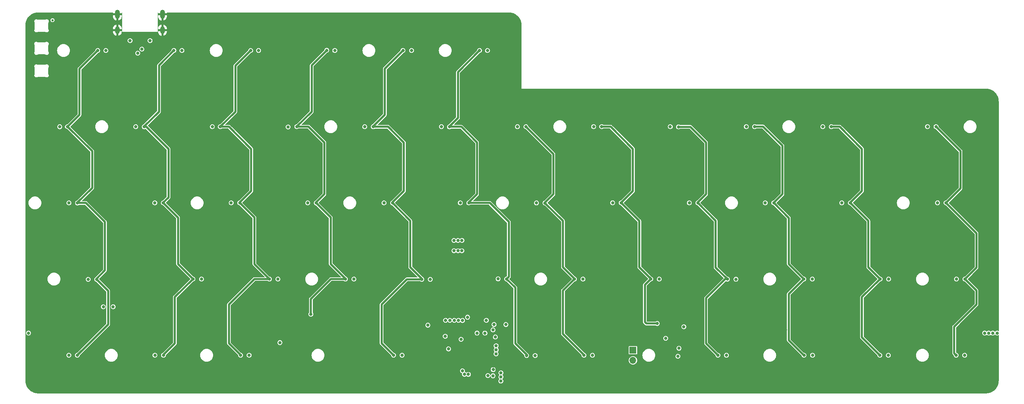
<source format=gbr>
%TF.GenerationSoftware,KiCad,Pcbnew,(7.0.0)*%
%TF.CreationDate,2023-09-23T19:37:39+02:00*%
%TF.ProjectId,the-nicholas-van,7468652d-6e69-4636-986f-6c61732d7661,rev?*%
%TF.SameCoordinates,Original*%
%TF.FileFunction,Copper,L3,Inr*%
%TF.FilePolarity,Positive*%
%FSLAX46Y46*%
G04 Gerber Fmt 4.6, Leading zero omitted, Abs format (unit mm)*
G04 Created by KiCad (PCBNEW (7.0.0)) date 2023-09-23 19:37:39*
%MOMM*%
%LPD*%
G01*
G04 APERTURE LIST*
%TA.AperFunction,ComponentPad*%
%ADD10R,1.700000X1.700000*%
%TD*%
%TA.AperFunction,ComponentPad*%
%ADD11O,1.700000X1.700000*%
%TD*%
%TA.AperFunction,ComponentPad*%
%ADD12O,1.200000X2.250000*%
%TD*%
%TA.AperFunction,ComponentPad*%
%ADD13O,1.200000X1.850000*%
%TD*%
%TA.AperFunction,ViaPad*%
%ADD14C,0.800000*%
%TD*%
%TA.AperFunction,ViaPad*%
%ADD15C,0.620000*%
%TD*%
%TA.AperFunction,ViaPad*%
%ADD16C,0.600000*%
%TD*%
%TA.AperFunction,Conductor*%
%ADD17C,0.500000*%
%TD*%
G04 APERTURE END LIST*
D10*
%TO.N,VBAT*%
%TO.C,SW1*%
X180181249Y-133662499D03*
D11*
%TO.N,BOOT0*%
X180181249Y-136202499D03*
%TD*%
D12*
%TO.N,GND*%
%TO.C,J3*%
X51529999Y-49649999D03*
D13*
X51529999Y-53649999D03*
D12*
X62769999Y-49649999D03*
D13*
X62769999Y-53649999D03*
%TD*%
D14*
%TO.N,GND*%
X238935428Y-122908104D03*
X235760428Y-122908104D03*
X217527664Y-122796154D03*
X220702664Y-122796154D03*
X196852079Y-122750277D03*
X200027079Y-122750277D03*
X181779945Y-122773764D03*
X164256199Y-122934226D03*
X161153640Y-122867056D03*
X152030564Y-122896909D03*
X152033854Y-124715004D03*
X149247390Y-124738163D03*
X132449128Y-122829739D03*
X132444299Y-124730700D03*
X134503087Y-122818544D03*
X134424722Y-124710503D03*
X116258032Y-122719982D03*
X119055920Y-122724483D03*
X98545951Y-122839837D03*
X100874516Y-122839837D03*
X84215865Y-127190315D03*
%TO.N,*%
X48023634Y-122797251D03*
%TO.N,GND*%
X80935151Y-122670815D03*
X78338052Y-122687609D03*
X67131688Y-122754778D03*
X64601415Y-122748835D03*
X78311211Y-124741143D03*
X78408823Y-127100755D03*
X50465245Y-126955219D03*
X50456685Y-124730700D03*
X101600000Y-138906250D03*
X101600000Y-130968750D03*
X50006250Y-130968750D03*
X50006250Y-138906250D03*
X73818750Y-138906250D03*
X73818750Y-130968750D03*
X184150000Y-138906250D03*
X214312500Y-130968750D03*
X214312500Y-138906250D03*
X252412500Y-138906250D03*
X252412500Y-130968750D03*
X252412500Y-119856250D03*
X252412500Y-111918750D03*
X214312500Y-119856250D03*
X214312500Y-111918750D03*
X157162500Y-119856250D03*
X157162500Y-111918750D03*
X35718750Y-119856250D03*
X35718750Y-111918750D03*
X100012500Y-111918750D03*
X30956250Y-100806250D03*
X30956250Y-92868750D03*
X71437500Y-92868750D03*
X71437500Y-100806250D03*
X109537500Y-100806250D03*
X109537500Y-92868750D03*
X147637500Y-92868750D03*
X204787500Y-100806250D03*
X204787500Y-92868750D03*
X247650000Y-100806250D03*
X247650000Y-92868750D03*
X264318750Y-81756250D03*
X264318750Y-73818750D03*
X219075000Y-81756250D03*
X219075000Y-73818750D03*
X161925000Y-81756250D03*
X161925000Y-73818750D03*
X47625000Y-81756250D03*
X47625000Y-73818750D03*
X104775000Y-81756250D03*
X104775000Y-73818750D03*
X133350000Y-62706250D03*
X133350000Y-54768750D03*
X114300000Y-62706250D03*
X114300000Y-54768750D03*
X76200000Y-62706250D03*
X76200000Y-54768750D03*
%TO.N,*%
X50475344Y-122786056D03*
%TO.N,GND*%
X73025000Y-90297000D03*
X181768750Y-124742241D03*
X130692326Y-128558402D03*
X137572029Y-142288666D03*
X142494000Y-86868000D03*
X187325000Y-128587500D03*
X84455000Y-106045000D03*
X130683000Y-134493000D03*
X199644000Y-84074000D03*
X130556000Y-90170000D03*
X129016957Y-139313985D03*
X130556000Y-103378000D03*
X123317000Y-103505000D03*
X65405000Y-106045000D03*
X129033002Y-141191231D03*
X266700000Y-96837500D03*
X119062500Y-124742241D03*
X211931250Y-124742241D03*
X55117760Y-124719505D03*
X75819000Y-90297000D03*
X40781680Y-126989901D03*
X104655601Y-83944962D03*
X106045000Y-103505000D03*
X142875000Y-77787500D03*
X101219000Y-65278000D03*
X130556000Y-97028000D03*
X125857000Y-106045000D03*
X43815000Y-84455000D03*
X128587500Y-124742241D03*
X130713297Y-131550693D03*
X40640000Y-69342000D03*
X119380000Y-65278000D03*
X37084000Y-69342000D03*
X106045000Y-106045000D03*
X126206250Y-124742241D03*
X52387500Y-134937500D03*
X126619000Y-97155000D03*
X196850000Y-127254000D03*
X140843000Y-112014000D03*
X92202000Y-90170000D03*
X68707000Y-82042000D03*
X124524826Y-86976027D03*
X40765366Y-124732142D03*
X216154000Y-86614000D03*
X221488000Y-127127000D03*
X64645571Y-126994056D03*
X126238000Y-142621000D03*
X93024459Y-129662503D03*
X216154000Y-84074000D03*
X184943750Y-124742241D03*
X30956250Y-134937500D03*
X147637500Y-103187500D03*
X153998695Y-124719850D03*
X220218000Y-105918000D03*
X230996686Y-124742241D03*
X142767073Y-139807927D03*
X104775000Y-124742241D03*
X217487500Y-124742241D03*
X61912500Y-115887500D03*
X123825000Y-77787500D03*
X116840000Y-65278000D03*
X43146616Y-124732142D03*
X111918750Y-124742241D03*
X178943000Y-84201000D03*
X71128172Y-128570780D03*
X35179000Y-66421000D03*
X217678000Y-103378000D03*
X228615436Y-124742241D03*
X68707000Y-84582000D03*
X98425000Y-87122000D03*
X82042000Y-67818000D03*
X95250000Y-87122000D03*
X35052000Y-70231000D03*
X107156250Y-124742241D03*
X160274000Y-127254000D03*
X256381250Y-128587500D03*
X211963000Y-127381000D03*
X140843000Y-109728000D03*
X79502000Y-65278000D03*
X135255000Y-67818000D03*
X123825000Y-124742241D03*
X241300000Y-127254000D03*
X242887500Y-96837500D03*
X150368000Y-103251000D03*
X192087500Y-124742241D03*
X185737500Y-96837500D03*
X171450000Y-124742241D03*
X141287500Y-134937500D03*
X237617000Y-105918000D03*
X65405000Y-82042000D03*
X67159530Y-127037220D03*
X108077000Y-87122000D03*
X137795000Y-67818000D03*
X68707000Y-69469000D03*
X46355000Y-84455000D03*
X49530000Y-103378000D03*
X235966000Y-86614000D03*
X238506000Y-86614000D03*
X52387500Y-96837500D03*
X156379945Y-124719850D03*
X135255000Y-65278000D03*
X226234186Y-124742241D03*
X57150000Y-103378000D03*
X60960000Y-65278000D03*
X126619000Y-92456000D03*
X159385000Y-142113000D03*
X124524826Y-83801027D03*
X197104000Y-86614000D03*
X200025000Y-124742241D03*
X121443750Y-124742241D03*
X163957000Y-105918000D03*
X140843000Y-119761000D03*
X163957000Y-103378000D03*
X62246074Y-126977264D03*
X146843750Y-124742241D03*
X142081250Y-124742241D03*
X176212500Y-124742241D03*
X238887000Y-127254000D03*
X166687500Y-96837500D03*
X43434000Y-66548000D03*
X226187000Y-127127000D03*
X60977995Y-69177863D03*
X200025000Y-127254000D03*
X180975000Y-77787500D03*
X46355000Y-86995000D03*
X90487500Y-124742241D03*
X93677936Y-124742241D03*
X83080417Y-84114370D03*
X81788000Y-127254000D03*
X241315436Y-124742241D03*
D15*
X37100000Y-51152500D03*
D14*
X126746000Y-108077000D03*
X89027000Y-87122000D03*
X70485000Y-86995000D03*
X126619000Y-94615000D03*
X115062000Y-127381000D03*
X101480601Y-83944962D03*
D15*
X29875000Y-51152500D03*
D14*
X130556000Y-101600000D03*
X32893000Y-142748000D03*
X174117000Y-142081250D03*
X123317000Y-106045000D03*
X161417000Y-84328000D03*
X49530000Y-105918000D03*
X49532813Y-128598196D03*
X183007000Y-103378000D03*
X231013000Y-127254000D03*
X151606250Y-58737500D03*
X73025000Y-86995000D03*
X78994000Y-86995000D03*
X68707000Y-77216000D03*
X240157000Y-105918000D03*
X196850000Y-124742241D03*
X98551876Y-124738163D03*
X63119000Y-69215000D03*
D15*
X37100000Y-62417500D03*
D14*
X85725000Y-77787500D03*
X238506000Y-84074000D03*
X150368000Y-106426000D03*
X59880260Y-124719505D03*
X148463000Y-128524000D03*
X119062500Y-115887500D03*
X173831250Y-124742241D03*
D15*
X29875000Y-56785000D03*
D14*
X62865000Y-87122000D03*
X195262500Y-115887500D03*
X43434000Y-69342000D03*
X55134074Y-126977264D03*
X245999000Y-127254000D03*
X52451000Y-65278000D03*
X134143750Y-130968750D03*
X53975000Y-103378000D03*
X88106250Y-124742241D03*
X111918750Y-134937500D03*
X199517000Y-105918000D03*
X95250000Y-58737500D03*
X161417000Y-105918000D03*
X189323743Y-127000487D03*
X199517000Y-103378000D03*
X176212500Y-115887500D03*
X142494000Y-84328000D03*
X117856000Y-87122000D03*
X76759751Y-127079461D03*
X77575445Y-128598196D03*
X197104000Y-84074000D03*
X87757000Y-142748000D03*
X45527866Y-124732142D03*
X125857000Y-103505000D03*
X183007000Y-105918000D03*
X62865000Y-84582000D03*
X65405000Y-84582000D03*
X67159530Y-124742240D03*
X236243016Y-127624810D03*
X169068750Y-124742241D03*
X181483000Y-86741000D03*
X114300000Y-124742241D03*
X147637500Y-106362500D03*
X76267170Y-124738163D03*
X68707000Y-79502000D03*
X104648000Y-90170000D03*
X111918750Y-128587500D03*
X90487500Y-96837500D03*
X43194680Y-126989901D03*
X50006250Y-96837500D03*
X180467000Y-105918000D03*
D15*
X37100000Y-62417500D03*
X29875000Y-51152500D03*
D14*
X55653979Y-59080896D03*
X220662500Y-124742241D03*
X133223000Y-103505000D03*
X209550000Y-124742241D03*
X52736510Y-124719505D03*
X47909116Y-124732142D03*
X114427000Y-87122000D03*
X248539000Y-127254000D03*
X59055000Y-59088750D03*
X119888000Y-127381000D03*
X235759186Y-124742241D03*
X238934186Y-124742241D03*
X130556000Y-92456000D03*
X59833074Y-126977264D03*
X98679000Y-67818000D03*
X86995000Y-103505000D03*
X144462500Y-124742241D03*
X79502000Y-67818000D03*
X67056000Y-89408000D03*
X132588000Y-108839000D03*
X89154000Y-90170000D03*
X127000000Y-127254000D03*
X86995000Y-106045000D03*
X74346751Y-127079461D03*
X36703000Y-142748000D03*
X161142445Y-124719850D03*
X119380000Y-67818000D03*
X161417000Y-86868000D03*
X100821686Y-124742241D03*
X85725000Y-124742241D03*
X142875000Y-122428000D03*
X59687000Y-61118750D03*
X133350000Y-138049000D03*
X178943000Y-86741000D03*
X162941000Y-142113000D03*
X200025000Y-77787500D03*
X86255417Y-86995000D03*
X138938000Y-106172000D03*
D15*
X29875000Y-62417500D03*
D14*
X161417000Y-103378000D03*
X92202000Y-87122000D03*
X166687500Y-124742241D03*
X147656277Y-131481250D03*
X65405000Y-87122000D03*
X121349826Y-83801027D03*
X103505000Y-106045000D03*
X126619000Y-67818000D03*
X90932000Y-126492000D03*
X211931250Y-134937500D03*
X62992000Y-65278000D03*
X57547074Y-126977264D03*
X47893680Y-126989901D03*
X126619000Y-101600000D03*
X108077000Y-90170000D03*
X57499010Y-124719505D03*
X164306250Y-124742241D03*
X75819000Y-86995000D03*
X157988000Y-127254000D03*
X46990000Y-103378000D03*
X130556000Y-94615000D03*
X180467000Y-103378000D03*
X116255839Y-124741895D03*
X130556000Y-99314000D03*
X209679976Y-127243260D03*
X68707000Y-67564000D03*
X114300000Y-90170000D03*
X128651000Y-86995000D03*
X202057000Y-105918000D03*
X177038000Y-142081250D03*
X187325000Y-124742241D03*
X80962500Y-115887500D03*
X202438000Y-127254000D03*
X237617000Y-103378000D03*
X266700000Y-88106250D03*
X98679000Y-65278000D03*
X228600000Y-127127000D03*
X204787500Y-124742241D03*
X146833514Y-129397867D03*
X65405000Y-103505000D03*
X32543750Y-71437500D03*
X71437500Y-134937500D03*
X111379000Y-87122000D03*
X57531000Y-65659000D03*
X223837500Y-96837500D03*
X86255417Y-84114370D03*
X248459186Y-124742241D03*
X139954000Y-86868000D03*
X126619000Y-99314000D03*
X207168750Y-124742241D03*
X103505000Y-103505000D03*
X67945000Y-103505000D03*
X72263000Y-127127000D03*
X101219000Y-67818000D03*
X218694000Y-84074000D03*
X95250000Y-90170000D03*
X217551000Y-127254000D03*
X218694000Y-86614000D03*
X69123420Y-124738163D03*
D15*
X29875000Y-56785000D03*
D14*
X54768750Y-115887500D03*
X246077936Y-124742241D03*
X134239000Y-110109000D03*
X128397000Y-83820000D03*
X218225500Y-128587500D03*
X83080417Y-86995000D03*
X129286000Y-142621000D03*
X250825000Y-127254000D03*
X37101630Y-54199602D03*
X202057000Y-103378000D03*
X124587000Y-90170000D03*
X214312500Y-124742241D03*
X101480601Y-87119962D03*
X243696686Y-124742241D03*
X73885920Y-124738163D03*
X80962500Y-124742241D03*
X124641410Y-127264270D03*
X96059186Y-124742241D03*
X223665842Y-124738163D03*
X181483000Y-84201000D03*
X158761195Y-124719850D03*
X194468750Y-124742241D03*
X199644000Y-86614000D03*
X152908000Y-103378000D03*
X70231000Y-90297000D03*
X56642000Y-142748000D03*
X59182000Y-69159697D03*
X130937000Y-86995000D03*
X158877000Y-86868000D03*
X233362500Y-134937500D03*
X139954000Y-84328000D03*
X86487000Y-127254000D03*
X240157000Y-103378000D03*
X92680732Y-124674500D03*
X217678000Y-105918000D03*
X43815000Y-86995000D03*
X83343750Y-124742241D03*
X159543750Y-128587500D03*
X95123000Y-136779000D03*
X116840000Y-67818000D03*
D15*
X29875000Y-62417500D03*
D14*
X189706250Y-124742241D03*
X253221686Y-124742241D03*
X137795000Y-65278000D03*
X207264000Y-127254000D03*
X84455000Y-103505000D03*
X121349826Y-86976027D03*
X109537500Y-124742241D03*
X130968750Y-124742241D03*
X52721074Y-126977264D03*
X86233000Y-90170000D03*
X60996161Y-71157940D03*
X235966000Y-84074000D03*
X46990000Y-105918000D03*
X220218000Y-103378000D03*
X82042000Y-65278000D03*
X71504670Y-124738163D03*
X65405000Y-79502000D03*
X202406250Y-124742241D03*
X52324000Y-71120000D03*
X40640000Y-66548000D03*
X233362500Y-115887500D03*
X68722701Y-71437500D03*
X233377936Y-124742241D03*
X238125000Y-77787500D03*
X124333000Y-67818000D03*
X67945000Y-106045000D03*
X140462000Y-107188000D03*
X64629257Y-124736297D03*
X52959000Y-142748000D03*
X111379000Y-90170000D03*
X204851000Y-127254000D03*
X178593750Y-124742241D03*
X45480680Y-126989901D03*
D15*
X37100000Y-51152500D03*
D14*
X62261510Y-124719505D03*
X104655601Y-87119962D03*
X250840436Y-124742241D03*
%TO.N,ROW0*%
X67648225Y-58737500D03*
X134493000Y-126191741D03*
X143874401Y-58747746D03*
X86757503Y-58724331D03*
X135514854Y-106200500D03*
X48649298Y-58737499D03*
X124929108Y-58720208D03*
X105777884Y-58720208D03*
X135509000Y-108799500D03*
%TO.N,COL0*%
X41582957Y-96860554D03*
X39127580Y-77772690D03*
X46635844Y-58737499D03*
X41532725Y-134918567D03*
X46355303Y-115955023D03*
%TO.N,COL1*%
X58217004Y-77813436D03*
X65630929Y-58749027D03*
X63022853Y-134927213D03*
X63005962Y-96849027D03*
X70379459Y-115871849D03*
%TO.N,COL2*%
X89465682Y-115870208D03*
X82288991Y-134902917D03*
X84774789Y-58735859D03*
X82061445Y-96837500D03*
X77202641Y-77787499D03*
%TO.N,COL3*%
X96292024Y-77761563D03*
X101142185Y-96860554D03*
X103754824Y-58685626D03*
X99824482Y-124674500D03*
X108437432Y-115880495D03*
%TO.N,COL4*%
X120439224Y-134901276D03*
X127474942Y-115932368D03*
X115362962Y-77803150D03*
X122785011Y-58720208D03*
X120176975Y-96853149D03*
%TO.N,COL5*%
X134391067Y-77813436D03*
X153661931Y-134977445D03*
X139219130Y-96837499D03*
X141907058Y-58737499D03*
X148665196Y-115845913D03*
%TO.N,ROW1*%
X132393944Y-77761563D03*
X113236156Y-77785859D03*
X136508503Y-108799500D03*
X136514357Y-106200500D03*
X94139281Y-77839373D03*
X189495115Y-77797786D03*
X135584302Y-126191741D03*
X227532152Y-77787499D03*
X75205518Y-77787499D03*
X37144866Y-77807272D03*
X170365218Y-77787500D03*
X151353644Y-77787499D03*
X208467224Y-77789140D03*
X253679673Y-77754558D03*
X56116134Y-77787499D03*
%TO.N,COL6*%
X165599800Y-115871849D03*
X158249439Y-96870441D03*
X153480451Y-77787499D03*
X167960477Y-134920209D03*
%TO.N,COL7*%
X184596286Y-115870208D03*
X177233637Y-96814445D03*
X172388278Y-77761563D03*
X186245500Y-127000000D03*
%TO.N,COL8*%
X201384873Y-134904558D03*
X191544111Y-77823723D03*
X196369130Y-96837500D03*
X203751673Y-115904791D03*
%TO.N,COL9*%
X222862633Y-134914845D03*
X222817323Y-115870209D03*
X210542157Y-77754558D03*
X215326911Y-96849027D03*
%TO.N,COL10*%
X229671927Y-77787499D03*
X241848270Y-115870209D03*
X241798159Y-134920208D03*
X234423021Y-96837500D03*
%TO.N,COL11*%
X263025479Y-115879815D03*
X191393857Y-135185820D03*
X260837192Y-134912524D03*
X255806480Y-77771849D03*
X191674500Y-133188114D03*
X258312931Y-96816086D03*
%TO.N,ROW2*%
X194242323Y-96820209D03*
X137508006Y-108799500D03*
X156122632Y-96853150D03*
X175106830Y-96797154D03*
X118050168Y-96835858D03*
X213200104Y-96831736D03*
X79934638Y-96820209D03*
X137092323Y-96820208D03*
X232296214Y-96820209D03*
X256186124Y-96798795D03*
X136652000Y-126191741D03*
X99015378Y-96843263D03*
X39456150Y-96843263D03*
X60879155Y-96831736D03*
X137513860Y-106200500D03*
%TO.N,ROW3*%
X91592489Y-115887499D03*
X224944130Y-115887500D03*
X167726607Y-115889140D03*
X129601749Y-115949659D03*
X186723093Y-115887499D03*
X146538389Y-115828622D03*
X205878480Y-115922082D03*
X72506266Y-115889140D03*
X260898672Y-115862524D03*
X243975077Y-115887500D03*
X133425211Y-126191741D03*
X110564239Y-115897786D03*
X44228496Y-115937732D03*
%TO.N,ROW4*%
X243924966Y-134937499D03*
X262963999Y-134929815D03*
X145542000Y-127254000D03*
X148463000Y-127254000D03*
X137668000Y-126238000D03*
X143599355Y-126191741D03*
X39405918Y-134901276D03*
X122566031Y-134918567D03*
X84415798Y-134920208D03*
X155788738Y-134994736D03*
X60896046Y-134909922D03*
X203511680Y-134921849D03*
X170087284Y-134937500D03*
X224989440Y-134932136D03*
%TO.N,VBAT*%
X137628225Y-138797732D03*
X143262000Y-129381250D03*
X145840027Y-130370204D03*
X138906250Y-125412500D03*
X188341000Y-130683000D03*
X92075000Y-131762500D03*
X141287500Y-129381250D03*
X145304807Y-138521768D03*
X137287000Y-130937000D03*
%TO.N,APLEX_OUT_PIN_0*%
X129007714Y-127420214D03*
X192881250Y-127793750D03*
%TO.N,VCC*%
X59690000Y-56261000D03*
X54700000Y-56261000D03*
%TO.N,APLEX_EN_PIN_1*%
X145256250Y-128587500D03*
X133350000Y-130175000D03*
%TO.N,D-*%
X57646247Y-58398253D03*
X56600574Y-59401776D03*
%TO.N,AMUX_SEL_2*%
X146050000Y-132556250D03*
X147248095Y-139310595D03*
%TO.N,AMUX_SEL_1*%
X146062548Y-133568301D03*
X147244161Y-140331260D03*
%TO.N,AMUX_SEL_0*%
X147242753Y-141387315D03*
X146040758Y-134567566D03*
%TO.N,ARGB_3V3*%
X29368750Y-129381250D03*
X134143750Y-133350000D03*
D16*
%TO.N,unconnected-(LED3-DOUT-Pad2)*%
X35325000Y-51152500D03*
X35325000Y-51152500D03*
D14*
%TO.N,ENC1*%
X268969747Y-129381250D03*
X143983244Y-139999500D03*
%TO.N,ENC2*%
X139119948Y-139705878D03*
X269969250Y-129381250D03*
%TO.N,SW1*%
X145256250Y-140056086D03*
X267970244Y-129381250D03*
%TO.N,SW2*%
X271062500Y-129381250D03*
X138112500Y-139700000D03*
%TD*%
D17*
%TO.N,COL3*%
X99824482Y-120838018D02*
X99824482Y-124674500D01*
X104782005Y-115880495D02*
X99824482Y-120838018D01*
X108437432Y-115880495D02*
X104782005Y-115880495D01*
%TO.N,COL0*%
X46355303Y-115955023D02*
X49212500Y-118812220D01*
X46635844Y-58737499D02*
X42068750Y-63304593D01*
X42068750Y-63304593D02*
X42068750Y-74831520D01*
X41582957Y-96860554D02*
X43679304Y-96860554D01*
X48418750Y-101600000D02*
X48418750Y-113712500D01*
X39797010Y-77103260D02*
X39127580Y-77772690D01*
X43679304Y-96860554D02*
X48418750Y-101600000D01*
X45243750Y-83888860D02*
X45243750Y-93075000D01*
X41532725Y-134918567D02*
X49212500Y-127238792D01*
X45243750Y-93075000D02*
X41481250Y-96837500D01*
X49212500Y-127238792D02*
X49212500Y-127000000D01*
X39127580Y-77772690D02*
X45243750Y-83888860D01*
X42068750Y-74831520D02*
X39797010Y-77103260D01*
X46243750Y-130175000D02*
X41481250Y-134937500D01*
X49212500Y-118812220D02*
X49212500Y-127000000D01*
X39797010Y-77103260D02*
X39112770Y-77787500D01*
X39112770Y-77787500D02*
X38893750Y-77787500D01*
X48418750Y-113712500D02*
X46243750Y-115887500D01*
%TO.N,COL1*%
X64293750Y-95456250D02*
X62912500Y-96837500D01*
X66675000Y-112125000D02*
X70437500Y-115887500D01*
X65630929Y-58749027D02*
X61912500Y-62467456D01*
X64293750Y-83343750D02*
X64293750Y-95456250D01*
X65881250Y-120370058D02*
X65881250Y-131968750D01*
X61912500Y-74025000D02*
X58150000Y-77787500D01*
X58217004Y-77813436D02*
X58763436Y-77813436D01*
X65881250Y-131968750D02*
X62912500Y-134937500D01*
X58763436Y-77813436D02*
X64293750Y-83343750D01*
X61912500Y-62467456D02*
X61912500Y-74025000D01*
X70379459Y-115871849D02*
X65881250Y-120370058D01*
X63005962Y-96849027D02*
X66675000Y-100518065D01*
X66675000Y-100518065D02*
X66675000Y-112125000D01*
%TO.N,COL2*%
X84931250Y-83343750D02*
X84931250Y-93868750D01*
X80962500Y-62548148D02*
X80962500Y-74027640D01*
X79374999Y-77787499D02*
X84931250Y-83343750D01*
X79375000Y-131968750D02*
X79375000Y-131762500D01*
X89465682Y-115870208D02*
X85742292Y-115870208D01*
X84774789Y-58735859D02*
X80962500Y-62548148D01*
X85725000Y-100501055D02*
X85725000Y-112129526D01*
X80962500Y-74027640D02*
X77202641Y-77787499D01*
X84931250Y-93868750D02*
X81962500Y-96837500D01*
X82343750Y-134937500D02*
X79375000Y-131968750D01*
X77202641Y-77787499D02*
X79374999Y-77787499D01*
X79375000Y-122237500D02*
X79375000Y-131762500D01*
X85725000Y-112129526D02*
X89465682Y-115870208D01*
X85742292Y-115870208D02*
X79375000Y-122237500D01*
X82061445Y-96837500D02*
X85725000Y-100501055D01*
%TO.N,COL3*%
X96292024Y-77761563D02*
X99192813Y-77761563D01*
X103187500Y-81756250D02*
X103187500Y-94662500D01*
X100012500Y-74025000D02*
X96250000Y-77787500D01*
X104775000Y-100493369D02*
X104775000Y-112125000D01*
X103187500Y-94662500D02*
X101012500Y-96837500D01*
X100012500Y-62427950D02*
X100012500Y-74025000D01*
X99192813Y-77761563D02*
X103187500Y-81756250D01*
X101142185Y-96860554D02*
X104775000Y-100493369D01*
X103754824Y-58685626D02*
X100012500Y-62427950D01*
X104775000Y-112125000D02*
X108537500Y-115887500D01*
%TO.N,COL4*%
X124618750Y-101294924D02*
X124618750Y-112918750D01*
X120176975Y-96853149D02*
X124618750Y-101294924D01*
X123031250Y-93868750D02*
X120062500Y-96837500D01*
X115362962Y-77803150D02*
X119078150Y-77803150D01*
X119078150Y-77803150D02*
X123031250Y-81756250D01*
X124618750Y-112918750D02*
X127587500Y-115887500D01*
X118268750Y-63293750D02*
X118268750Y-74818750D01*
X122825000Y-58737500D02*
X118268750Y-63293750D01*
X118268750Y-74818750D02*
X115300000Y-77787500D01*
X117475000Y-131968750D02*
X120443750Y-134937500D01*
X123780132Y-115932368D02*
X117475000Y-122237500D01*
X117475000Y-122237500D02*
X117475000Y-131968750D01*
X123031250Y-81756250D02*
X123031250Y-93868750D01*
X127474942Y-115932368D02*
X123780132Y-115932368D01*
%TO.N,COL5*%
X134391067Y-77813436D02*
X137344686Y-77813436D01*
X144462500Y-96837500D02*
X149225000Y-101600000D01*
X141287500Y-94662500D02*
X139112500Y-96837500D01*
X141287500Y-81756250D02*
X141287500Y-94662500D01*
X141907058Y-58737499D02*
X136525000Y-64119557D01*
X149225000Y-101600000D02*
X149225000Y-115286109D01*
X136525000Y-64119557D02*
X136525000Y-75612500D01*
X139112500Y-96837500D02*
X144462500Y-96837500D01*
X150812500Y-131968750D02*
X153781250Y-134937500D01*
X137344686Y-77813436D02*
X141287500Y-81756250D01*
X149225000Y-115286109D02*
X148665196Y-115845913D01*
X148665196Y-115845913D02*
X150812500Y-117993217D01*
X136525000Y-75612500D02*
X134350000Y-77787500D01*
X150812500Y-117993217D02*
X150812500Y-131968750D01*
%TO.N,COL6*%
X162718750Y-129587500D02*
X168068750Y-134937500D01*
X162718750Y-101339752D02*
X162718750Y-112918750D01*
X162718750Y-118752899D02*
X162718750Y-129587500D01*
X160337500Y-94662500D02*
X158162500Y-96837500D01*
X158249439Y-96870441D02*
X162718750Y-101339752D01*
X153480451Y-77787499D02*
X160337500Y-84644548D01*
X160337500Y-84644548D02*
X160337500Y-94662500D01*
X165599800Y-115871849D02*
X162718750Y-118752899D01*
X162718750Y-112918750D02*
X165687500Y-115887500D01*
%TO.N,COL7*%
X183253125Y-114403125D02*
X184596286Y-115746286D01*
X183168232Y-117298262D02*
X183168232Y-126634895D01*
X181768750Y-101349558D02*
X181768750Y-112918750D01*
X180181250Y-83343750D02*
X180181250Y-93868750D01*
X174599063Y-77761563D02*
X180181250Y-83343750D01*
X183533337Y-127000000D02*
X186245500Y-127000000D01*
X177233637Y-96814445D02*
X181768750Y-101349558D01*
X184596286Y-115746286D02*
X184596286Y-115870208D01*
X183253125Y-114403125D02*
X184737500Y-115887500D01*
X180181250Y-93868750D02*
X177212500Y-96837500D01*
X172388278Y-77761563D02*
X174599063Y-77761563D01*
X181768750Y-112918750D02*
X183253125Y-114403125D01*
X183168232Y-126634895D02*
X183533337Y-127000000D01*
X184596286Y-115870208D02*
X183168232Y-117298262D01*
%TO.N,COL8*%
X198437500Y-120650000D02*
X198437500Y-131968750D01*
X198437500Y-81756250D02*
X198437500Y-94662500D01*
X198437500Y-131968750D02*
X201406250Y-134937500D01*
X200818750Y-101287120D02*
X200818750Y-112971868D01*
X194504973Y-77823723D02*
X198437500Y-81756250D01*
X203182709Y-115904791D02*
X198437500Y-120650000D01*
X200818750Y-112971868D02*
X203751673Y-115904791D01*
X196369130Y-96837500D02*
X200818750Y-101287120D01*
X203751673Y-115904791D02*
X203182709Y-115904791D01*
X191544111Y-77823723D02*
X194504973Y-77823723D01*
X198437500Y-94662500D02*
X196262500Y-96837500D01*
%TO.N,COL9*%
X210542157Y-77754558D02*
X212692058Y-77754558D01*
X219075000Y-119612532D02*
X219075000Y-131175000D01*
X222817323Y-115870209D02*
X219075000Y-119612532D01*
X215326911Y-96849027D02*
X219075000Y-100597116D01*
X217487500Y-94662500D02*
X215312500Y-96837500D01*
X212692058Y-77754558D02*
X217487500Y-82550000D01*
X219075000Y-100597116D02*
X219075000Y-112125000D01*
X217487500Y-82550000D02*
X217487500Y-94662500D01*
X219075000Y-112125000D02*
X222837500Y-115887500D01*
X219075000Y-131175000D02*
X222837500Y-134937500D01*
%TO.N,COL10*%
X237331250Y-83343750D02*
X237331250Y-93868750D01*
X229671927Y-77787499D02*
X231774999Y-77787499D01*
X238918750Y-101333229D02*
X238918750Y-112918750D01*
X238918750Y-112918750D02*
X241887500Y-115887500D01*
X231774999Y-77787499D02*
X237331250Y-83343750D01*
X234423021Y-96837500D02*
X238918750Y-101333229D01*
X241848270Y-115870209D02*
X237331250Y-120387229D01*
X237331250Y-93868750D02*
X234362500Y-96837500D01*
X237331250Y-120387229D02*
X237331250Y-130453299D01*
X237331250Y-130453299D02*
X241798159Y-134920208D01*
%TO.N,COL11*%
X265906250Y-118760586D02*
X265906250Y-122237500D01*
X255806480Y-77771849D02*
X261937500Y-83902869D01*
X260350000Y-127793750D02*
X260350000Y-134425332D01*
X265906250Y-104409405D02*
X265906250Y-112999044D01*
X261937500Y-93191517D02*
X258312931Y-96816086D01*
X261937500Y-83902869D02*
X261937500Y-93191517D01*
X258312931Y-96816086D02*
X265906250Y-104409405D01*
X265906250Y-112999044D02*
X263025479Y-115879815D01*
X265906250Y-122237500D02*
X260350000Y-127793750D01*
X263025479Y-115879815D02*
X265906250Y-118760586D01*
X260350000Y-134425332D02*
X260837192Y-134912524D01*
%TD*%
%TA.AperFunction,Conductor*%
%TO.N,GND*%
G36*
X50426632Y-49216368D02*
G01*
X50430000Y-49224500D01*
X50430000Y-49397713D01*
X50430669Y-49399330D01*
X50432287Y-49400000D01*
X52627713Y-49400000D01*
X52629330Y-49399330D01*
X52630000Y-49397713D01*
X52630000Y-49224500D01*
X52633368Y-49216368D01*
X52641500Y-49213000D01*
X52674292Y-49213000D01*
X52680043Y-49214541D01*
X52684253Y-49218753D01*
X52685791Y-49224502D01*
X52684574Y-52387400D01*
X52683970Y-53958930D01*
X52683925Y-54074850D01*
X52683884Y-54074950D01*
X52683924Y-54075049D01*
X52683925Y-54075049D01*
X52684042Y-54075333D01*
X52684425Y-54075491D01*
X52684524Y-54075450D01*
X61624955Y-54075450D01*
X61625054Y-54075491D01*
X61625437Y-54075333D01*
X61625554Y-54075049D01*
X61625553Y-54075049D01*
X61625595Y-54074950D01*
X61625554Y-54074850D01*
X61625566Y-54027131D01*
X61670000Y-54027131D01*
X61670025Y-54027674D01*
X61684912Y-54183578D01*
X61685119Y-54184649D01*
X61743997Y-54385168D01*
X61744397Y-54386168D01*
X61840162Y-54571927D01*
X61840746Y-54572836D01*
X61969938Y-54737117D01*
X61970679Y-54737893D01*
X62128620Y-54874751D01*
X62129510Y-54875384D01*
X62310490Y-54979872D01*
X62311484Y-54980326D01*
X62508962Y-55048675D01*
X62510028Y-55048934D01*
X62518363Y-55050132D01*
X62519636Y-55049949D01*
X62520000Y-55048714D01*
X62520000Y-55044512D01*
X63020000Y-55044512D01*
X63020389Y-55045763D01*
X63021697Y-55045846D01*
X63130875Y-55019359D01*
X63131911Y-55019001D01*
X63322009Y-54932187D01*
X63322941Y-54931648D01*
X63493176Y-54810424D01*
X63494004Y-54809707D01*
X63638212Y-54658465D01*
X63638891Y-54657602D01*
X63751867Y-54481807D01*
X63752372Y-54480829D01*
X63830039Y-54286825D01*
X63830347Y-54285776D01*
X63869895Y-54080578D01*
X63870000Y-54079487D01*
X63870000Y-53902287D01*
X63869330Y-53900669D01*
X63867713Y-53900000D01*
X63022287Y-53900000D01*
X63020669Y-53900669D01*
X63020000Y-53902287D01*
X63020000Y-55044512D01*
X62520000Y-55044512D01*
X62520000Y-53902287D01*
X62519330Y-53900669D01*
X62517713Y-53900000D01*
X61672287Y-53900000D01*
X61670669Y-53900669D01*
X61670000Y-53902287D01*
X61670000Y-54027131D01*
X61625566Y-54027131D01*
X61625727Y-53397713D01*
X61670000Y-53397713D01*
X61670669Y-53399330D01*
X61672287Y-53400000D01*
X62517713Y-53400000D01*
X62519330Y-53399330D01*
X62520000Y-53397713D01*
X63020000Y-53397713D01*
X63020669Y-53399330D01*
X63022287Y-53400000D01*
X63867713Y-53400000D01*
X63869330Y-53399330D01*
X63870000Y-53397713D01*
X63870000Y-53272869D01*
X63869974Y-53272325D01*
X63855087Y-53116421D01*
X63854880Y-53115350D01*
X63796002Y-52914831D01*
X63795602Y-52913831D01*
X63699837Y-52728072D01*
X63699253Y-52727163D01*
X63570061Y-52562882D01*
X63569320Y-52562106D01*
X63411379Y-52425248D01*
X63410489Y-52424615D01*
X63229509Y-52320127D01*
X63228515Y-52319673D01*
X63031037Y-52251324D01*
X63029971Y-52251065D01*
X63021636Y-52249867D01*
X63020363Y-52250050D01*
X63020000Y-52251286D01*
X63020000Y-53397713D01*
X62520000Y-53397713D01*
X62520000Y-52255488D01*
X62519610Y-52254236D01*
X62518302Y-52254153D01*
X62409124Y-52280640D01*
X62408088Y-52280998D01*
X62217990Y-52367812D01*
X62217058Y-52368351D01*
X62046823Y-52489575D01*
X62045995Y-52490292D01*
X61901787Y-52641534D01*
X61901108Y-52642397D01*
X61788132Y-52818192D01*
X61787627Y-52819170D01*
X61709960Y-53013174D01*
X61709652Y-53014223D01*
X61670104Y-53219421D01*
X61670000Y-53220513D01*
X61670000Y-53397713D01*
X61625727Y-53397713D01*
X61626537Y-50227131D01*
X61670000Y-50227131D01*
X61670025Y-50227674D01*
X61684912Y-50383578D01*
X61685119Y-50384649D01*
X61743997Y-50585168D01*
X61744397Y-50586168D01*
X61840162Y-50771927D01*
X61840746Y-50772836D01*
X61969938Y-50937117D01*
X61970679Y-50937893D01*
X62128620Y-51074751D01*
X62129510Y-51075384D01*
X62310490Y-51179872D01*
X62311484Y-51180326D01*
X62508962Y-51248675D01*
X62510028Y-51248934D01*
X62518363Y-51250132D01*
X62519636Y-51249949D01*
X62520000Y-51248714D01*
X62520000Y-51244512D01*
X63020000Y-51244512D01*
X63020389Y-51245763D01*
X63021697Y-51245846D01*
X63130875Y-51219359D01*
X63131911Y-51219001D01*
X63322009Y-51132187D01*
X63322941Y-51131648D01*
X63493176Y-51010424D01*
X63494004Y-51009707D01*
X63638212Y-50858465D01*
X63638891Y-50857602D01*
X63751867Y-50681807D01*
X63752372Y-50680829D01*
X63830039Y-50486825D01*
X63830347Y-50485776D01*
X63869895Y-50280578D01*
X63870000Y-50279487D01*
X63870000Y-49902287D01*
X63869330Y-49900669D01*
X63867713Y-49900000D01*
X63022287Y-49900000D01*
X63020669Y-49900669D01*
X63020000Y-49902287D01*
X63020000Y-51244512D01*
X62520000Y-51244512D01*
X62520000Y-49902287D01*
X62519330Y-49900669D01*
X62517713Y-49900000D01*
X61672287Y-49900000D01*
X61670669Y-49900669D01*
X61670000Y-49902287D01*
X61670000Y-50227131D01*
X61626537Y-50227131D01*
X61626793Y-49224496D01*
X61630162Y-49216367D01*
X61638293Y-49213000D01*
X61658500Y-49213000D01*
X61666632Y-49216368D01*
X61670000Y-49224500D01*
X61670000Y-49397713D01*
X61670669Y-49399330D01*
X61672287Y-49400000D01*
X63867713Y-49400000D01*
X63869330Y-49399330D01*
X63870000Y-49397713D01*
X63870000Y-49224500D01*
X63873368Y-49216368D01*
X63881500Y-49213000D01*
X149224500Y-49213000D01*
X149224703Y-49213000D01*
X149225305Y-49213016D01*
X149358279Y-49219988D01*
X149358317Y-49220006D01*
X149358317Y-49219991D01*
X149358541Y-49220002D01*
X149563552Y-49231522D01*
X149564660Y-49231641D01*
X149725845Y-49257174D01*
X149903189Y-49287311D01*
X149904226Y-49287537D01*
X150066627Y-49331057D01*
X150066797Y-49331104D01*
X150234800Y-49379509D01*
X150235701Y-49379811D01*
X150394610Y-49440813D01*
X150394727Y-49440860D01*
X150554454Y-49507023D01*
X150555237Y-49507384D01*
X150707780Y-49585111D01*
X150708078Y-49585270D01*
X150858411Y-49668358D01*
X150859108Y-49668776D01*
X151003170Y-49762333D01*
X151003449Y-49762522D01*
X151129467Y-49851938D01*
X151143140Y-49861640D01*
X151143722Y-49862082D01*
X151277399Y-49970332D01*
X151277813Y-49970684D01*
X151405281Y-50084597D01*
X151405750Y-50085040D01*
X151527458Y-50206748D01*
X151527901Y-50207217D01*
X151641814Y-50334685D01*
X151642176Y-50335111D01*
X151750416Y-50468776D01*
X151750858Y-50469358D01*
X151762508Y-50485776D01*
X151849962Y-50609030D01*
X151850183Y-50609355D01*
X151909186Y-50700209D01*
X151943720Y-50753387D01*
X151944140Y-50754087D01*
X152027216Y-50904397D01*
X152027398Y-50904739D01*
X152105105Y-51057243D01*
X152105483Y-51058063D01*
X152171611Y-51217703D01*
X152171722Y-51217983D01*
X152232681Y-51376780D01*
X152232995Y-51377717D01*
X152281388Y-51545682D01*
X152281446Y-51545889D01*
X152324959Y-51708267D01*
X152325188Y-51709317D01*
X152355320Y-51886631D01*
X152355341Y-51886759D01*
X152380854Y-52047816D01*
X152380978Y-52048970D01*
X152392509Y-52254181D01*
X152392511Y-52254224D01*
X152399484Y-52387195D01*
X152399500Y-52387797D01*
X152399500Y-52388000D01*
X152399500Y-68262401D01*
X152399459Y-68262500D01*
X152399500Y-68262599D01*
X152399617Y-68262883D01*
X152400000Y-68263041D01*
X152400099Y-68263000D01*
X161924901Y-68263000D01*
X161925099Y-68263000D01*
X235346776Y-68263000D01*
X235346974Y-68263000D01*
X248046776Y-68263000D01*
X248046974Y-68263000D01*
X268287000Y-68263000D01*
X268287203Y-68263000D01*
X268287805Y-68263016D01*
X268420702Y-68269980D01*
X268420740Y-68269998D01*
X268420740Y-68269983D01*
X268420928Y-68269992D01*
X268626064Y-68281513D01*
X268627170Y-68281632D01*
X268788102Y-68307121D01*
X268788219Y-68307186D01*
X268788226Y-68307141D01*
X268965712Y-68337297D01*
X268966762Y-68337527D01*
X269129019Y-68381004D01*
X269129227Y-68381061D01*
X269297333Y-68429491D01*
X269298216Y-68429788D01*
X269423140Y-68477742D01*
X269457024Y-68490749D01*
X269457304Y-68490860D01*
X269504806Y-68510535D01*
X269616975Y-68556997D01*
X269617759Y-68557359D01*
X269709741Y-68604226D01*
X269770270Y-68635067D01*
X269770612Y-68635249D01*
X269920934Y-68718329D01*
X269921634Y-68718749D01*
X270065692Y-68812301D01*
X270065989Y-68812503D01*
X270205660Y-68911605D01*
X270206242Y-68912047D01*
X270339916Y-69020294D01*
X270340342Y-69020656D01*
X270467812Y-69134570D01*
X270468281Y-69135013D01*
X270589985Y-69256717D01*
X270590428Y-69257186D01*
X270704342Y-69384656D01*
X270704704Y-69385082D01*
X270812951Y-69518756D01*
X270813393Y-69519338D01*
X270912481Y-69658989D01*
X270912713Y-69659332D01*
X270942777Y-69705625D01*
X271006249Y-69803364D01*
X271006669Y-69804064D01*
X271089749Y-69954386D01*
X271089931Y-69954728D01*
X271167631Y-70107222D01*
X271168009Y-70108042D01*
X271234138Y-70267694D01*
X271234249Y-70267974D01*
X271295201Y-70426755D01*
X271295516Y-70427692D01*
X271343937Y-70595771D01*
X271343994Y-70595979D01*
X271387471Y-70758236D01*
X271387701Y-70759286D01*
X271417858Y-70936772D01*
X271417878Y-70936899D01*
X271443363Y-71097804D01*
X271443487Y-71098958D01*
X271455017Y-71304258D01*
X271455019Y-71304301D01*
X271461984Y-71437195D01*
X271462000Y-71437797D01*
X271462000Y-128907563D01*
X271458979Y-128915332D01*
X271451502Y-128919019D01*
X271443499Y-128916687D01*
X271441733Y-128915332D01*
X271365341Y-128856714D01*
X271364651Y-128856428D01*
X271364649Y-128856427D01*
X271219953Y-128796492D01*
X271219951Y-128796491D01*
X271219262Y-128796206D01*
X271218520Y-128796108D01*
X271218519Y-128796108D01*
X271063244Y-128775666D01*
X271062500Y-128775568D01*
X271061756Y-128775666D01*
X270906480Y-128796108D01*
X270906477Y-128796108D01*
X270905738Y-128796206D01*
X270905050Y-128796490D01*
X270905046Y-128796492D01*
X270760350Y-128856427D01*
X270760345Y-128856429D01*
X270759659Y-128856714D01*
X270759069Y-128857166D01*
X270759065Y-128857169D01*
X270634815Y-128952509D01*
X270634811Y-128952512D01*
X270634218Y-128952968D01*
X270633762Y-128953561D01*
X270633759Y-128953565D01*
X270538419Y-129077815D01*
X270538416Y-129077819D01*
X270537964Y-129078409D01*
X270537679Y-129079095D01*
X270537677Y-129079100D01*
X270526500Y-129106085D01*
X270520276Y-129112309D01*
X270511474Y-129112309D01*
X270505250Y-129106085D01*
X270494072Y-129079100D01*
X270493786Y-129078409D01*
X270397532Y-128952968D01*
X270316687Y-128890934D01*
X270272684Y-128857169D01*
X270272683Y-128857168D01*
X270272091Y-128856714D01*
X270271401Y-128856428D01*
X270271399Y-128856427D01*
X270126703Y-128796492D01*
X270126701Y-128796491D01*
X270126012Y-128796206D01*
X270125270Y-128796108D01*
X270125269Y-128796108D01*
X269969994Y-128775666D01*
X269969250Y-128775568D01*
X269968506Y-128775666D01*
X269813230Y-128796108D01*
X269813227Y-128796108D01*
X269812488Y-128796206D01*
X269811800Y-128796490D01*
X269811796Y-128796492D01*
X269667100Y-128856427D01*
X269667095Y-128856429D01*
X269666409Y-128856714D01*
X269665819Y-128857166D01*
X269665815Y-128857169D01*
X269541565Y-128952509D01*
X269541561Y-128952512D01*
X269540968Y-128952968D01*
X269540512Y-128953561D01*
X269540509Y-128953565D01*
X269478622Y-129034218D01*
X269472956Y-129038185D01*
X269466040Y-129038185D01*
X269460374Y-129034218D01*
X269398487Y-128953565D01*
X269398029Y-128952968D01*
X269317184Y-128890934D01*
X269273181Y-128857169D01*
X269273180Y-128857168D01*
X269272588Y-128856714D01*
X269271898Y-128856428D01*
X269271896Y-128856427D01*
X269127200Y-128796492D01*
X269127198Y-128796491D01*
X269126509Y-128796206D01*
X269125767Y-128796108D01*
X269125766Y-128796108D01*
X268970491Y-128775666D01*
X268969747Y-128775568D01*
X268969003Y-128775666D01*
X268813727Y-128796108D01*
X268813724Y-128796108D01*
X268812985Y-128796206D01*
X268812297Y-128796490D01*
X268812293Y-128796492D01*
X268667597Y-128856427D01*
X268667592Y-128856429D01*
X268666906Y-128856714D01*
X268666316Y-128857166D01*
X268666312Y-128857169D01*
X268542062Y-128952509D01*
X268542058Y-128952512D01*
X268541465Y-128952968D01*
X268541009Y-128953561D01*
X268541006Y-128953565D01*
X268479119Y-129034218D01*
X268473453Y-129038185D01*
X268466537Y-129038185D01*
X268460871Y-129034218D01*
X268398984Y-128953565D01*
X268398526Y-128952968D01*
X268317681Y-128890934D01*
X268273678Y-128857169D01*
X268273677Y-128857168D01*
X268273085Y-128856714D01*
X268272395Y-128856428D01*
X268272393Y-128856427D01*
X268127697Y-128796492D01*
X268127695Y-128796491D01*
X268127006Y-128796206D01*
X268126264Y-128796108D01*
X268126263Y-128796108D01*
X267970988Y-128775666D01*
X267970244Y-128775568D01*
X267969500Y-128775666D01*
X267814224Y-128796108D01*
X267814221Y-128796108D01*
X267813482Y-128796206D01*
X267812794Y-128796490D01*
X267812790Y-128796492D01*
X267668094Y-128856427D01*
X267668089Y-128856429D01*
X267667403Y-128856714D01*
X267666813Y-128857166D01*
X267666809Y-128857169D01*
X267542559Y-128952509D01*
X267542555Y-128952512D01*
X267541962Y-128952968D01*
X267541506Y-128953561D01*
X267541503Y-128953565D01*
X267446163Y-129077815D01*
X267446160Y-129077819D01*
X267445708Y-129078409D01*
X267445423Y-129079095D01*
X267445421Y-129079100D01*
X267385486Y-129223796D01*
X267385484Y-129223800D01*
X267385200Y-129224488D01*
X267364562Y-129381250D01*
X267385200Y-129538012D01*
X267385485Y-129538701D01*
X267385486Y-129538703D01*
X267436875Y-129662768D01*
X267445708Y-129684091D01*
X267446162Y-129684683D01*
X267446163Y-129684684D01*
X267527413Y-129790572D01*
X267541962Y-129809532D01*
X267667403Y-129905786D01*
X267813482Y-129966294D01*
X267970244Y-129986932D01*
X268127006Y-129966294D01*
X268273085Y-129905786D01*
X268398526Y-129809532D01*
X268460872Y-129728279D01*
X268466537Y-129724313D01*
X268473453Y-129724313D01*
X268479117Y-129728279D01*
X268541465Y-129809532D01*
X268666906Y-129905786D01*
X268812985Y-129966294D01*
X268969747Y-129986932D01*
X269126509Y-129966294D01*
X269272588Y-129905786D01*
X269398029Y-129809532D01*
X269460375Y-129728279D01*
X269466040Y-129724313D01*
X269472956Y-129724313D01*
X269478620Y-129728279D01*
X269540968Y-129809532D01*
X269666409Y-129905786D01*
X269812488Y-129966294D01*
X269969250Y-129986932D01*
X270126012Y-129966294D01*
X270272091Y-129905786D01*
X270397532Y-129809532D01*
X270493786Y-129684091D01*
X270505250Y-129656413D01*
X270509486Y-129651253D01*
X270515875Y-129649315D01*
X270522264Y-129651253D01*
X270526499Y-129656413D01*
X270537964Y-129684091D01*
X270538418Y-129684683D01*
X270538419Y-129684684D01*
X270619669Y-129790572D01*
X270634218Y-129809532D01*
X270759659Y-129905786D01*
X270905738Y-129966294D01*
X271062500Y-129986932D01*
X271219262Y-129966294D01*
X271365341Y-129905786D01*
X271443499Y-129845812D01*
X271451502Y-129843481D01*
X271458979Y-129847168D01*
X271462000Y-129854937D01*
X271462000Y-141287203D01*
X271461984Y-141287805D01*
X271455019Y-141420698D01*
X271455017Y-141420741D01*
X271443487Y-141626040D01*
X271443363Y-141627194D01*
X271417878Y-141788100D01*
X271417858Y-141788227D01*
X271387701Y-141965712D01*
X271387471Y-141966762D01*
X271343994Y-142129019D01*
X271343937Y-142129227D01*
X271295516Y-142297306D01*
X271295201Y-142298243D01*
X271234249Y-142457024D01*
X271234138Y-142457304D01*
X271168009Y-142616956D01*
X271167631Y-142617776D01*
X271089931Y-142770270D01*
X271089749Y-142770612D01*
X271006669Y-142920934D01*
X271006249Y-142921634D01*
X270912730Y-143065642D01*
X270912464Y-143066034D01*
X270813393Y-143205660D01*
X270812951Y-143206242D01*
X270704704Y-143339916D01*
X270704342Y-143340342D01*
X270590428Y-143467812D01*
X270589985Y-143468281D01*
X270468281Y-143589985D01*
X270467812Y-143590428D01*
X270340342Y-143704342D01*
X270339916Y-143704704D01*
X270206242Y-143812951D01*
X270205660Y-143813393D01*
X270066034Y-143912464D01*
X270065642Y-143912730D01*
X269921634Y-144006249D01*
X269920934Y-144006669D01*
X269770612Y-144089749D01*
X269770270Y-144089931D01*
X269617776Y-144167631D01*
X269616956Y-144168009D01*
X269457304Y-144234138D01*
X269457024Y-144234249D01*
X269298243Y-144295201D01*
X269297306Y-144295516D01*
X269129227Y-144343937D01*
X269129019Y-144343994D01*
X268966762Y-144387471D01*
X268965712Y-144387701D01*
X268788227Y-144417858D01*
X268788100Y-144417878D01*
X268627194Y-144443363D01*
X268626040Y-144443487D01*
X268420741Y-144455017D01*
X268420698Y-144455019D01*
X268287805Y-144461984D01*
X268287203Y-144462000D01*
X31750297Y-144462000D01*
X31749695Y-144461984D01*
X31616800Y-144455019D01*
X31616758Y-144454999D01*
X31616758Y-144455017D01*
X31411458Y-144443487D01*
X31410304Y-144443363D01*
X31249398Y-144417878D01*
X31249280Y-144417809D01*
X31249272Y-144417858D01*
X31071786Y-144387701D01*
X31070736Y-144387471D01*
X30908479Y-144343994D01*
X30908271Y-144343937D01*
X30740192Y-144295516D01*
X30739255Y-144295201D01*
X30580474Y-144234249D01*
X30580194Y-144234138D01*
X30420542Y-144168009D01*
X30419722Y-144167631D01*
X30267228Y-144089931D01*
X30266886Y-144089749D01*
X30116564Y-144006669D01*
X30115864Y-144006249D01*
X30042874Y-143958849D01*
X29971832Y-143912713D01*
X29971489Y-143912481D01*
X29874999Y-143844018D01*
X29831838Y-143813393D01*
X29831256Y-143812951D01*
X29697582Y-143704704D01*
X29697156Y-143704342D01*
X29569686Y-143590428D01*
X29569217Y-143589985D01*
X29447513Y-143468281D01*
X29447070Y-143467812D01*
X29333156Y-143340342D01*
X29332794Y-143339916D01*
X29224547Y-143206242D01*
X29224105Y-143205660D01*
X29125003Y-143065989D01*
X29124801Y-143065692D01*
X29031249Y-142921634D01*
X29030829Y-142920934D01*
X28947749Y-142770612D01*
X28947567Y-142770270D01*
X28927622Y-142731125D01*
X28869859Y-142617759D01*
X28869497Y-142616975D01*
X28803360Y-142457304D01*
X28803249Y-142457024D01*
X28790242Y-142423140D01*
X28742288Y-142298216D01*
X28741991Y-142297333D01*
X28693561Y-142129227D01*
X28693504Y-142129019D01*
X28650027Y-141966762D01*
X28649797Y-141965712D01*
X28619641Y-141788227D01*
X28619621Y-141788100D01*
X28604108Y-141690156D01*
X28594132Y-141627170D01*
X28594013Y-141626064D01*
X28582483Y-141420741D01*
X28580731Y-141387315D01*
X146637071Y-141387315D01*
X146657709Y-141544077D01*
X146718217Y-141690156D01*
X146814471Y-141815597D01*
X146939912Y-141911851D01*
X147085991Y-141972359D01*
X147242753Y-141992997D01*
X147399515Y-141972359D01*
X147545594Y-141911851D01*
X147671035Y-141815597D01*
X147767289Y-141690156D01*
X147827797Y-141544077D01*
X147848435Y-141387315D01*
X147827797Y-141230553D01*
X147767289Y-141084474D01*
X147671035Y-140959033D01*
X147553638Y-140868951D01*
X147549671Y-140863285D01*
X147549671Y-140856369D01*
X147553636Y-140850705D01*
X147672443Y-140759542D01*
X147768697Y-140634101D01*
X147829205Y-140488022D01*
X147849843Y-140331260D01*
X147829205Y-140174498D01*
X147768697Y-140028419D01*
X147672443Y-139902978D01*
X147579368Y-139831559D01*
X147575402Y-139825894D01*
X147575402Y-139818978D01*
X147579368Y-139813313D01*
X147676377Y-139738877D01*
X147772631Y-139613436D01*
X147833139Y-139467357D01*
X147853777Y-139310595D01*
X147833139Y-139153833D01*
X147772631Y-139007754D01*
X147676377Y-138882313D01*
X147601175Y-138824609D01*
X147551529Y-138786514D01*
X147551528Y-138786513D01*
X147550936Y-138786059D01*
X147550246Y-138785773D01*
X147550244Y-138785772D01*
X147405548Y-138725837D01*
X147405546Y-138725836D01*
X147404857Y-138725551D01*
X147404115Y-138725453D01*
X147404114Y-138725453D01*
X147248839Y-138705011D01*
X147248095Y-138704913D01*
X147247351Y-138705011D01*
X147092075Y-138725453D01*
X147092072Y-138725453D01*
X147091333Y-138725551D01*
X147090645Y-138725835D01*
X147090641Y-138725837D01*
X146945945Y-138785772D01*
X146945940Y-138785774D01*
X146945254Y-138786059D01*
X146944664Y-138786511D01*
X146944660Y-138786514D01*
X146820410Y-138881854D01*
X146820406Y-138881857D01*
X146819813Y-138882313D01*
X146819357Y-138882906D01*
X146819354Y-138882910D01*
X146724014Y-139007160D01*
X146724011Y-139007164D01*
X146723559Y-139007754D01*
X146723274Y-139008440D01*
X146723272Y-139008445D01*
X146663337Y-139153141D01*
X146663335Y-139153145D01*
X146663051Y-139153833D01*
X146642413Y-139310595D01*
X146642511Y-139311339D01*
X146656073Y-139414358D01*
X146663051Y-139467357D01*
X146663336Y-139468046D01*
X146663337Y-139468048D01*
X146706071Y-139571218D01*
X146723559Y-139613436D01*
X146724013Y-139614028D01*
X146724014Y-139614029D01*
X146790552Y-139700744D01*
X146819813Y-139738877D01*
X146820410Y-139739335D01*
X146912885Y-139810294D01*
X146916852Y-139815960D01*
X146916852Y-139822876D01*
X146912885Y-139828542D01*
X146816476Y-139902519D01*
X146816472Y-139902522D01*
X146815879Y-139902978D01*
X146815423Y-139903571D01*
X146815420Y-139903575D01*
X146720080Y-140027825D01*
X146720077Y-140027829D01*
X146719625Y-140028419D01*
X146719340Y-140029105D01*
X146719338Y-140029110D01*
X146659403Y-140173806D01*
X146659401Y-140173810D01*
X146659117Y-140174498D01*
X146659019Y-140175237D01*
X146659019Y-140175240D01*
X146651718Y-140230700D01*
X146638479Y-140331260D01*
X146638577Y-140332004D01*
X146651246Y-140428240D01*
X146659117Y-140488022D01*
X146659402Y-140488711D01*
X146659403Y-140488713D01*
X146707605Y-140605084D01*
X146719625Y-140634101D01*
X146720079Y-140634693D01*
X146720080Y-140634694D01*
X146725018Y-140641130D01*
X146815879Y-140759542D01*
X146816476Y-140760000D01*
X146933275Y-140849623D01*
X146937242Y-140855289D01*
X146937242Y-140862205D01*
X146933275Y-140867871D01*
X146815068Y-140958574D01*
X146815064Y-140958577D01*
X146814471Y-140959033D01*
X146814015Y-140959626D01*
X146814012Y-140959630D01*
X146718672Y-141083880D01*
X146718669Y-141083884D01*
X146718217Y-141084474D01*
X146717932Y-141085160D01*
X146717930Y-141085165D01*
X146657995Y-141229861D01*
X146657993Y-141229865D01*
X146657709Y-141230553D01*
X146657611Y-141231292D01*
X146657611Y-141231295D01*
X146640025Y-141364875D01*
X146637071Y-141387315D01*
X28580731Y-141387315D01*
X28575516Y-141287805D01*
X28575500Y-141287203D01*
X28575500Y-138797732D01*
X137022543Y-138797732D01*
X137043181Y-138954494D01*
X137043466Y-138955183D01*
X137043467Y-138955185D01*
X137103313Y-139099667D01*
X137103689Y-139100573D01*
X137104143Y-139101165D01*
X137104144Y-139101166D01*
X137160934Y-139175177D01*
X137199943Y-139226014D01*
X137325384Y-139322268D01*
X137471463Y-139382776D01*
X137572731Y-139396107D01*
X137578997Y-139399030D01*
X137582455Y-139405020D01*
X137581853Y-139411910D01*
X137527742Y-139542546D01*
X137527740Y-139542550D01*
X137527456Y-139543238D01*
X137506818Y-139700000D01*
X137506916Y-139700744D01*
X137525518Y-139842046D01*
X137527456Y-139856762D01*
X137527741Y-139857451D01*
X137527742Y-139857453D01*
X137546846Y-139903575D01*
X137587964Y-140002841D01*
X137684218Y-140128282D01*
X137809659Y-140224536D01*
X137955738Y-140285044D01*
X138112500Y-140305682D01*
X138269262Y-140285044D01*
X138415341Y-140224536D01*
X138540782Y-140128282D01*
X138604845Y-140044790D01*
X138610510Y-140040825D01*
X138617426Y-140040825D01*
X138623090Y-140044791D01*
X138691666Y-140134160D01*
X138817107Y-140230414D01*
X138963186Y-140290922D01*
X139119948Y-140311560D01*
X139276710Y-140290922D01*
X139422789Y-140230414D01*
X139548230Y-140134160D01*
X139644484Y-140008719D01*
X139648303Y-139999500D01*
X143377562Y-139999500D01*
X143377660Y-140000244D01*
X143395350Y-140134618D01*
X143398200Y-140156262D01*
X143398485Y-140156951D01*
X143398486Y-140156953D01*
X143451583Y-140285141D01*
X143458708Y-140302341D01*
X143554962Y-140427782D01*
X143680403Y-140524036D01*
X143826482Y-140584544D01*
X143983244Y-140605182D01*
X144140006Y-140584544D01*
X144286085Y-140524036D01*
X144411526Y-140427782D01*
X144507780Y-140302341D01*
X144568288Y-140156262D01*
X144581476Y-140056086D01*
X144650568Y-140056086D01*
X144650666Y-140056830D01*
X144663658Y-140155519D01*
X144671206Y-140212848D01*
X144671491Y-140213537D01*
X144671492Y-140213539D01*
X144719945Y-140330516D01*
X144731714Y-140358927D01*
X144827968Y-140484368D01*
X144953409Y-140580622D01*
X145099488Y-140641130D01*
X145256250Y-140661768D01*
X145413012Y-140641130D01*
X145559091Y-140580622D01*
X145684532Y-140484368D01*
X145780786Y-140358927D01*
X145841294Y-140212848D01*
X145861932Y-140056086D01*
X145841294Y-139899324D01*
X145780786Y-139753245D01*
X145684532Y-139627804D01*
X145664905Y-139612744D01*
X145559684Y-139532005D01*
X145559683Y-139532004D01*
X145559091Y-139531550D01*
X145558401Y-139531264D01*
X145558399Y-139531263D01*
X145413703Y-139471328D01*
X145413701Y-139471327D01*
X145413012Y-139471042D01*
X145412270Y-139470944D01*
X145412269Y-139470944D01*
X145256994Y-139450502D01*
X145256250Y-139450404D01*
X145255506Y-139450502D01*
X145100230Y-139470944D01*
X145100227Y-139470944D01*
X145099488Y-139471042D01*
X145098800Y-139471326D01*
X145098796Y-139471328D01*
X144954100Y-139531263D01*
X144954095Y-139531265D01*
X144953409Y-139531550D01*
X144952819Y-139532002D01*
X144952815Y-139532005D01*
X144828565Y-139627345D01*
X144828561Y-139627348D01*
X144827968Y-139627804D01*
X144827512Y-139628397D01*
X144827509Y-139628401D01*
X144732169Y-139752651D01*
X144732166Y-139752655D01*
X144731714Y-139753245D01*
X144731429Y-139753931D01*
X144731427Y-139753936D01*
X144671492Y-139898632D01*
X144671490Y-139898636D01*
X144671206Y-139899324D01*
X144650568Y-140056086D01*
X144581476Y-140056086D01*
X144588926Y-139999500D01*
X144568288Y-139842738D01*
X144507780Y-139696659D01*
X144411526Y-139571218D01*
X144360422Y-139532005D01*
X144286678Y-139475419D01*
X144286677Y-139475418D01*
X144286085Y-139474964D01*
X144285395Y-139474678D01*
X144285393Y-139474677D01*
X144140697Y-139414742D01*
X144140695Y-139414741D01*
X144140006Y-139414456D01*
X144139264Y-139414358D01*
X144139263Y-139414358D01*
X143983988Y-139393916D01*
X143983244Y-139393818D01*
X143982500Y-139393916D01*
X143827224Y-139414358D01*
X143827221Y-139414358D01*
X143826482Y-139414456D01*
X143825794Y-139414740D01*
X143825790Y-139414742D01*
X143681094Y-139474677D01*
X143681089Y-139474679D01*
X143680403Y-139474964D01*
X143679813Y-139475416D01*
X143679809Y-139475419D01*
X143555559Y-139570759D01*
X143555555Y-139570762D01*
X143554962Y-139571218D01*
X143554506Y-139571811D01*
X143554503Y-139571815D01*
X143459163Y-139696065D01*
X143459160Y-139696069D01*
X143458708Y-139696659D01*
X143458423Y-139697345D01*
X143458421Y-139697350D01*
X143398486Y-139842046D01*
X143398484Y-139842050D01*
X143398200Y-139842738D01*
X143398102Y-139843477D01*
X143398102Y-139843480D01*
X143390330Y-139902519D01*
X143377562Y-139999500D01*
X139648303Y-139999500D01*
X139704992Y-139862640D01*
X139725630Y-139705878D01*
X139704992Y-139549116D01*
X139644484Y-139403037D01*
X139548230Y-139277596D01*
X139539971Y-139271259D01*
X139423382Y-139181797D01*
X139423381Y-139181796D01*
X139422789Y-139181342D01*
X139422099Y-139181056D01*
X139422097Y-139181055D01*
X139277401Y-139121120D01*
X139277399Y-139121119D01*
X139276710Y-139120834D01*
X139275968Y-139120736D01*
X139275967Y-139120736D01*
X139127316Y-139101166D01*
X139119948Y-139100196D01*
X139112580Y-139101166D01*
X138963928Y-139120736D01*
X138963925Y-139120736D01*
X138963186Y-139120834D01*
X138962498Y-139121118D01*
X138962494Y-139121120D01*
X138817798Y-139181055D01*
X138817793Y-139181057D01*
X138817107Y-139181342D01*
X138816517Y-139181794D01*
X138816513Y-139181797D01*
X138692263Y-139277137D01*
X138692259Y-139277140D01*
X138691666Y-139277596D01*
X138691210Y-139278189D01*
X138691207Y-139278193D01*
X138627603Y-139361084D01*
X138621937Y-139365051D01*
X138615021Y-139365051D01*
X138609355Y-139361084D01*
X138541240Y-139272315D01*
X138540782Y-139271718D01*
X138415341Y-139175464D01*
X138414651Y-139175178D01*
X138414649Y-139175177D01*
X138269953Y-139115242D01*
X138269951Y-139115241D01*
X138269262Y-139114956D01*
X138268520Y-139114858D01*
X138268519Y-139114858D01*
X138167994Y-139101623D01*
X138161726Y-139098700D01*
X138158268Y-139092710D01*
X138158869Y-139085822D01*
X138213269Y-138954494D01*
X138233907Y-138797732D01*
X138213269Y-138640970D01*
X138163894Y-138521768D01*
X144699125Y-138521768D01*
X144719763Y-138678530D01*
X144720048Y-138679219D01*
X144720049Y-138679221D01*
X144764491Y-138786514D01*
X144780271Y-138824609D01*
X144780725Y-138825201D01*
X144780726Y-138825202D01*
X144824196Y-138881854D01*
X144876525Y-138950050D01*
X145001966Y-139046304D01*
X145148045Y-139106812D01*
X145304807Y-139127450D01*
X145461569Y-139106812D01*
X145607648Y-139046304D01*
X145733089Y-138950050D01*
X145829343Y-138824609D01*
X145889851Y-138678530D01*
X145910489Y-138521768D01*
X145889851Y-138365006D01*
X145829343Y-138218927D01*
X145733089Y-138093486D01*
X145607648Y-137997232D01*
X145606958Y-137996946D01*
X145606956Y-137996945D01*
X145462260Y-137937010D01*
X145462258Y-137937009D01*
X145461569Y-137936724D01*
X145460827Y-137936626D01*
X145460826Y-137936626D01*
X145305551Y-137916184D01*
X145304807Y-137916086D01*
X145304063Y-137916184D01*
X145148787Y-137936626D01*
X145148784Y-137936626D01*
X145148045Y-137936724D01*
X145147357Y-137937008D01*
X145147353Y-137937010D01*
X145002657Y-137996945D01*
X145002652Y-137996947D01*
X145001966Y-137997232D01*
X145001376Y-137997684D01*
X145001372Y-137997687D01*
X144877122Y-138093027D01*
X144877118Y-138093030D01*
X144876525Y-138093486D01*
X144876069Y-138094079D01*
X144876066Y-138094083D01*
X144780726Y-138218333D01*
X144780723Y-138218337D01*
X144780271Y-138218927D01*
X144779986Y-138219613D01*
X144779984Y-138219618D01*
X144720049Y-138364314D01*
X144720047Y-138364318D01*
X144719763Y-138365006D01*
X144699125Y-138521768D01*
X138163894Y-138521768D01*
X138152761Y-138494891D01*
X138056507Y-138369450D01*
X138051682Y-138365748D01*
X137931659Y-138273651D01*
X137931658Y-138273650D01*
X137931066Y-138273196D01*
X137930376Y-138272910D01*
X137930374Y-138272909D01*
X137785678Y-138212974D01*
X137785676Y-138212973D01*
X137784987Y-138212688D01*
X137784245Y-138212590D01*
X137784244Y-138212590D01*
X137628969Y-138192148D01*
X137628225Y-138192050D01*
X137627481Y-138192148D01*
X137472205Y-138212590D01*
X137472202Y-138212590D01*
X137471463Y-138212688D01*
X137470775Y-138212972D01*
X137470771Y-138212974D01*
X137326075Y-138272909D01*
X137326070Y-138272911D01*
X137325384Y-138273196D01*
X137324794Y-138273648D01*
X137324790Y-138273651D01*
X137200540Y-138368991D01*
X137200536Y-138368994D01*
X137199943Y-138369450D01*
X137199487Y-138370043D01*
X137199484Y-138370047D01*
X137104144Y-138494297D01*
X137104141Y-138494301D01*
X137103689Y-138494891D01*
X137103404Y-138495577D01*
X137103402Y-138495582D01*
X137043467Y-138640278D01*
X137043465Y-138640282D01*
X137043181Y-138640970D01*
X137022543Y-138797732D01*
X28575500Y-138797732D01*
X28575500Y-134901276D01*
X38800236Y-134901276D01*
X38802631Y-134919465D01*
X38816967Y-135028366D01*
X38820874Y-135058038D01*
X38821159Y-135058727D01*
X38821160Y-135058729D01*
X38875157Y-135189090D01*
X38881382Y-135204117D01*
X38881836Y-135204709D01*
X38881837Y-135204710D01*
X38973996Y-135324815D01*
X38977636Y-135329558D01*
X39103077Y-135425812D01*
X39249156Y-135486320D01*
X39405918Y-135506958D01*
X39562680Y-135486320D01*
X39708759Y-135425812D01*
X39834200Y-135329558D01*
X39930454Y-135204117D01*
X39990962Y-135058038D01*
X40011600Y-134901276D01*
X39990962Y-134744514D01*
X39930454Y-134598435D01*
X39834200Y-134472994D01*
X39793011Y-134441389D01*
X39709352Y-134377195D01*
X39709351Y-134377194D01*
X39708759Y-134376740D01*
X39708069Y-134376454D01*
X39708067Y-134376453D01*
X39563371Y-134316518D01*
X39563369Y-134316517D01*
X39562680Y-134316232D01*
X39561938Y-134316134D01*
X39561937Y-134316134D01*
X39406662Y-134295692D01*
X39405918Y-134295594D01*
X39405174Y-134295692D01*
X39249898Y-134316134D01*
X39249895Y-134316134D01*
X39249156Y-134316232D01*
X39248468Y-134316516D01*
X39248464Y-134316518D01*
X39103768Y-134376453D01*
X39103763Y-134376455D01*
X39103077Y-134376740D01*
X39102487Y-134377192D01*
X39102483Y-134377195D01*
X38978233Y-134472535D01*
X38978229Y-134472538D01*
X38977636Y-134472994D01*
X38977180Y-134473587D01*
X38977177Y-134473591D01*
X38881837Y-134597841D01*
X38881834Y-134597845D01*
X38881382Y-134598435D01*
X38881097Y-134599121D01*
X38881095Y-134599126D01*
X38821160Y-134743822D01*
X38821158Y-134743826D01*
X38820874Y-134744514D01*
X38820776Y-134745253D01*
X38820776Y-134745256D01*
X38808661Y-134837282D01*
X38800236Y-134901276D01*
X28575500Y-134901276D01*
X28575500Y-129381250D01*
X28763068Y-129381250D01*
X28783706Y-129538012D01*
X28783991Y-129538701D01*
X28783992Y-129538703D01*
X28835381Y-129662768D01*
X28844214Y-129684091D01*
X28844668Y-129684683D01*
X28844669Y-129684684D01*
X28925919Y-129790572D01*
X28940468Y-129809532D01*
X29065909Y-129905786D01*
X29211988Y-129966294D01*
X29368750Y-129986932D01*
X29525512Y-129966294D01*
X29671591Y-129905786D01*
X29797032Y-129809532D01*
X29893286Y-129684091D01*
X29953794Y-129538012D01*
X29974432Y-129381250D01*
X29953794Y-129224488D01*
X29893286Y-129078409D01*
X29797032Y-128952968D01*
X29716187Y-128890934D01*
X29672184Y-128857169D01*
X29672183Y-128857168D01*
X29671591Y-128856714D01*
X29670901Y-128856428D01*
X29670899Y-128856427D01*
X29526203Y-128796492D01*
X29526201Y-128796491D01*
X29525512Y-128796206D01*
X29524770Y-128796108D01*
X29524769Y-128796108D01*
X29369494Y-128775666D01*
X29368750Y-128775568D01*
X29368006Y-128775666D01*
X29212730Y-128796108D01*
X29212727Y-128796108D01*
X29211988Y-128796206D01*
X29211300Y-128796490D01*
X29211296Y-128796492D01*
X29066600Y-128856427D01*
X29066595Y-128856429D01*
X29065909Y-128856714D01*
X29065319Y-128857166D01*
X29065315Y-128857169D01*
X28941065Y-128952509D01*
X28941061Y-128952512D01*
X28940468Y-128952968D01*
X28940012Y-128953561D01*
X28940009Y-128953565D01*
X28844669Y-129077815D01*
X28844666Y-129077819D01*
X28844214Y-129078409D01*
X28843929Y-129079095D01*
X28843927Y-129079100D01*
X28783992Y-129223796D01*
X28783990Y-129223800D01*
X28783706Y-129224488D01*
X28763068Y-129381250D01*
X28575500Y-129381250D01*
X28575500Y-122797251D01*
X47417952Y-122797251D01*
X47438590Y-122954013D01*
X47438875Y-122954702D01*
X47438876Y-122954704D01*
X47494706Y-123089490D01*
X47499098Y-123100092D01*
X47595352Y-123225533D01*
X47720793Y-123321787D01*
X47866872Y-123382295D01*
X48023634Y-123402933D01*
X48180396Y-123382295D01*
X48326475Y-123321787D01*
X48451916Y-123225533D01*
X48548170Y-123100092D01*
X48608678Y-122954013D01*
X48629316Y-122797251D01*
X48608678Y-122640489D01*
X48548170Y-122494410D01*
X48451916Y-122368969D01*
X48438104Y-122358371D01*
X48327068Y-122273170D01*
X48327067Y-122273169D01*
X48326475Y-122272715D01*
X48325785Y-122272429D01*
X48325783Y-122272428D01*
X48181087Y-122212493D01*
X48181085Y-122212492D01*
X48180396Y-122212207D01*
X48179654Y-122212109D01*
X48179653Y-122212109D01*
X48024378Y-122191667D01*
X48023634Y-122191569D01*
X48022890Y-122191667D01*
X47867614Y-122212109D01*
X47867611Y-122212109D01*
X47866872Y-122212207D01*
X47866184Y-122212491D01*
X47866180Y-122212493D01*
X47721484Y-122272428D01*
X47721479Y-122272430D01*
X47720793Y-122272715D01*
X47720203Y-122273167D01*
X47720199Y-122273170D01*
X47595949Y-122368510D01*
X47595945Y-122368513D01*
X47595352Y-122368969D01*
X47594896Y-122369562D01*
X47594893Y-122369566D01*
X47499553Y-122493816D01*
X47499550Y-122493820D01*
X47499098Y-122494410D01*
X47498813Y-122495096D01*
X47498811Y-122495101D01*
X47438876Y-122639797D01*
X47438874Y-122639801D01*
X47438590Y-122640489D01*
X47417952Y-122797251D01*
X28575500Y-122797251D01*
X28575500Y-115887500D01*
X34113301Y-115887500D01*
X34113336Y-115887945D01*
X34133031Y-116138198D01*
X34133032Y-116138205D01*
X34133067Y-116138648D01*
X34133172Y-116139088D01*
X34133173Y-116139090D01*
X34191698Y-116382868D01*
X34191877Y-116383611D01*
X34192043Y-116384011D01*
X34192046Y-116384021D01*
X34263047Y-116555431D01*
X34288284Y-116616359D01*
X34419914Y-116831159D01*
X34583526Y-117022724D01*
X34775091Y-117186336D01*
X34989891Y-117317966D01*
X35145083Y-117382248D01*
X35222228Y-117414203D01*
X35222230Y-117414203D01*
X35222639Y-117414373D01*
X35467602Y-117473183D01*
X35655868Y-117488000D01*
X35781418Y-117488000D01*
X35781632Y-117488000D01*
X35969898Y-117473183D01*
X36214861Y-117414373D01*
X36447609Y-117317966D01*
X36662409Y-117186336D01*
X36853974Y-117022724D01*
X37017586Y-116831159D01*
X37149216Y-116616359D01*
X37245623Y-116383611D01*
X37304433Y-116138648D01*
X37320246Y-115937732D01*
X43622814Y-115937732D01*
X43622912Y-115938476D01*
X43641482Y-116079535D01*
X43643452Y-116094494D01*
X43643737Y-116095183D01*
X43643738Y-116095185D01*
X43701983Y-116235802D01*
X43703960Y-116240573D01*
X43704414Y-116241165D01*
X43704415Y-116241166D01*
X43796449Y-116361108D01*
X43800214Y-116366014D01*
X43925655Y-116462268D01*
X44071734Y-116522776D01*
X44228496Y-116543414D01*
X44385258Y-116522776D01*
X44531337Y-116462268D01*
X44656778Y-116366014D01*
X44753032Y-116240573D01*
X44813540Y-116094494D01*
X44834178Y-115937732D01*
X44813540Y-115780970D01*
X44753032Y-115634891D01*
X44656778Y-115509450D01*
X44649787Y-115504086D01*
X44531930Y-115413651D01*
X44531929Y-115413650D01*
X44531337Y-115413196D01*
X44530647Y-115412910D01*
X44530645Y-115412909D01*
X44385949Y-115352974D01*
X44385947Y-115352973D01*
X44385258Y-115352688D01*
X44384516Y-115352590D01*
X44384515Y-115352590D01*
X44229240Y-115332148D01*
X44228496Y-115332050D01*
X44227752Y-115332148D01*
X44072476Y-115352590D01*
X44072473Y-115352590D01*
X44071734Y-115352688D01*
X44071046Y-115352972D01*
X44071042Y-115352974D01*
X43926346Y-115412909D01*
X43926341Y-115412911D01*
X43925655Y-115413196D01*
X43925065Y-115413648D01*
X43925061Y-115413651D01*
X43800811Y-115508991D01*
X43800807Y-115508994D01*
X43800214Y-115509450D01*
X43799758Y-115510043D01*
X43799755Y-115510047D01*
X43704415Y-115634297D01*
X43704412Y-115634301D01*
X43703960Y-115634891D01*
X43703675Y-115635577D01*
X43703673Y-115635582D01*
X43643738Y-115780278D01*
X43643736Y-115780282D01*
X43643452Y-115780970D01*
X43643354Y-115781709D01*
X43643354Y-115781712D01*
X43629368Y-115887947D01*
X43622814Y-115937732D01*
X37320246Y-115937732D01*
X37324070Y-115889140D01*
X37324164Y-115887945D01*
X37324199Y-115887500D01*
X37304433Y-115636352D01*
X37245623Y-115391389D01*
X37242142Y-115382986D01*
X37213006Y-115312644D01*
X37149216Y-115158641D01*
X37017586Y-114943841D01*
X36853974Y-114752276D01*
X36662409Y-114588664D01*
X36447609Y-114457034D01*
X36447194Y-114456862D01*
X36215271Y-114360796D01*
X36215261Y-114360793D01*
X36214861Y-114360627D01*
X36214428Y-114360523D01*
X36214425Y-114360522D01*
X35970340Y-114301923D01*
X35970338Y-114301922D01*
X35969898Y-114301817D01*
X35969455Y-114301782D01*
X35969448Y-114301781D01*
X35781840Y-114287016D01*
X35781830Y-114287015D01*
X35781632Y-114287000D01*
X35655868Y-114287000D01*
X35655669Y-114287015D01*
X35655659Y-114287016D01*
X35468051Y-114301781D01*
X35468042Y-114301782D01*
X35467602Y-114301817D01*
X35467163Y-114301922D01*
X35467159Y-114301923D01*
X35223074Y-114360522D01*
X35223067Y-114360524D01*
X35222639Y-114360627D01*
X35222241Y-114360791D01*
X35222228Y-114360796D01*
X34990305Y-114456862D01*
X34990299Y-114456864D01*
X34989891Y-114457034D01*
X34989510Y-114457267D01*
X34989505Y-114457270D01*
X34775473Y-114588429D01*
X34775465Y-114588434D01*
X34775091Y-114588664D01*
X34774756Y-114588949D01*
X34774752Y-114588953D01*
X34583868Y-114751983D01*
X34583861Y-114751989D01*
X34583526Y-114752276D01*
X34583239Y-114752611D01*
X34583233Y-114752618D01*
X34420203Y-114943502D01*
X34420199Y-114943506D01*
X34419914Y-114943841D01*
X34419684Y-114944215D01*
X34419679Y-114944223D01*
X34288520Y-115158255D01*
X34288517Y-115158260D01*
X34288284Y-115158641D01*
X34288114Y-115159049D01*
X34288112Y-115159055D01*
X34192046Y-115390978D01*
X34192041Y-115390991D01*
X34191877Y-115391389D01*
X34191774Y-115391817D01*
X34191772Y-115391824D01*
X34133252Y-115635582D01*
X34133067Y-115636352D01*
X34133032Y-115636792D01*
X34133031Y-115636801D01*
X34115325Y-115861780D01*
X34113301Y-115887500D01*
X28575500Y-115887500D01*
X28575500Y-96837500D01*
X29350801Y-96837500D01*
X29350836Y-96837945D01*
X29370531Y-97088198D01*
X29370532Y-97088205D01*
X29370567Y-97088648D01*
X29370672Y-97089088D01*
X29370673Y-97089090D01*
X29426977Y-97323617D01*
X29429377Y-97333611D01*
X29429543Y-97334011D01*
X29429546Y-97334021D01*
X29487577Y-97474119D01*
X29525784Y-97566359D01*
X29657414Y-97781159D01*
X29821026Y-97972724D01*
X30012591Y-98136336D01*
X30227391Y-98267966D01*
X30382583Y-98332248D01*
X30459728Y-98364203D01*
X30459730Y-98364203D01*
X30460139Y-98364373D01*
X30705102Y-98423183D01*
X30893368Y-98438000D01*
X31018918Y-98438000D01*
X31019132Y-98438000D01*
X31207398Y-98423183D01*
X31452361Y-98364373D01*
X31685109Y-98267966D01*
X31899909Y-98136336D01*
X32091474Y-97972724D01*
X32255086Y-97781159D01*
X32386716Y-97566359D01*
X32483123Y-97333611D01*
X32541933Y-97088648D01*
X32561245Y-96843263D01*
X38850468Y-96843263D01*
X38850566Y-96844007D01*
X38869490Y-96987755D01*
X38871106Y-97000025D01*
X38871391Y-97000714D01*
X38871392Y-97000716D01*
X38929472Y-97140934D01*
X38931614Y-97146104D01*
X38932068Y-97146696D01*
X38932069Y-97146697D01*
X39023796Y-97266239D01*
X39027868Y-97271545D01*
X39153309Y-97367799D01*
X39299388Y-97428307D01*
X39456150Y-97448945D01*
X39612912Y-97428307D01*
X39758991Y-97367799D01*
X39884432Y-97271545D01*
X39980686Y-97146104D01*
X40041194Y-97000025D01*
X40061832Y-96843263D01*
X40041194Y-96686501D01*
X39980686Y-96540422D01*
X39884432Y-96414981D01*
X39881730Y-96412908D01*
X39759584Y-96319182D01*
X39759583Y-96319181D01*
X39758991Y-96318727D01*
X39758301Y-96318441D01*
X39758299Y-96318440D01*
X39613603Y-96258505D01*
X39613601Y-96258504D01*
X39612912Y-96258219D01*
X39612170Y-96258121D01*
X39612169Y-96258121D01*
X39456894Y-96237679D01*
X39456150Y-96237581D01*
X39455406Y-96237679D01*
X39300130Y-96258121D01*
X39300127Y-96258121D01*
X39299388Y-96258219D01*
X39298700Y-96258503D01*
X39298696Y-96258505D01*
X39154000Y-96318440D01*
X39153995Y-96318442D01*
X39153309Y-96318727D01*
X39152719Y-96319179D01*
X39152715Y-96319182D01*
X39028465Y-96414522D01*
X39028461Y-96414525D01*
X39027868Y-96414981D01*
X39027412Y-96415574D01*
X39027409Y-96415578D01*
X38932069Y-96539828D01*
X38932066Y-96539832D01*
X38931614Y-96540422D01*
X38931329Y-96541108D01*
X38931327Y-96541113D01*
X38871392Y-96685809D01*
X38871390Y-96685813D01*
X38871106Y-96686501D01*
X38871008Y-96687240D01*
X38871008Y-96687243D01*
X38855627Y-96804075D01*
X38850468Y-96843263D01*
X32561245Y-96843263D01*
X32561699Y-96837500D01*
X32541933Y-96586352D01*
X32483123Y-96341389D01*
X32480779Y-96335731D01*
X32429697Y-96212406D01*
X32386716Y-96108641D01*
X32255086Y-95893841D01*
X32091474Y-95702276D01*
X31899909Y-95538664D01*
X31892094Y-95533875D01*
X31685494Y-95407270D01*
X31685109Y-95407034D01*
X31684694Y-95406862D01*
X31452771Y-95310796D01*
X31452761Y-95310793D01*
X31452361Y-95310627D01*
X31451928Y-95310523D01*
X31451925Y-95310522D01*
X31207840Y-95251923D01*
X31207838Y-95251922D01*
X31207398Y-95251817D01*
X31206955Y-95251782D01*
X31206948Y-95251781D01*
X31019340Y-95237016D01*
X31019330Y-95237015D01*
X31019132Y-95237000D01*
X30893368Y-95237000D01*
X30893169Y-95237015D01*
X30893159Y-95237016D01*
X30705551Y-95251781D01*
X30705542Y-95251782D01*
X30705102Y-95251817D01*
X30704663Y-95251922D01*
X30704659Y-95251923D01*
X30460574Y-95310522D01*
X30460567Y-95310524D01*
X30460139Y-95310627D01*
X30459741Y-95310791D01*
X30459728Y-95310796D01*
X30227805Y-95406862D01*
X30227799Y-95406864D01*
X30227391Y-95407034D01*
X30227010Y-95407267D01*
X30227005Y-95407270D01*
X30012973Y-95538429D01*
X30012965Y-95538434D01*
X30012591Y-95538664D01*
X30012256Y-95538949D01*
X30012252Y-95538953D01*
X29821368Y-95701983D01*
X29821361Y-95701989D01*
X29821026Y-95702276D01*
X29820739Y-95702611D01*
X29820733Y-95702618D01*
X29657703Y-95893502D01*
X29657699Y-95893506D01*
X29657414Y-95893841D01*
X29657184Y-95894215D01*
X29657179Y-95894223D01*
X29526020Y-96108255D01*
X29526017Y-96108260D01*
X29525784Y-96108641D01*
X29525614Y-96109049D01*
X29525612Y-96109055D01*
X29429546Y-96340978D01*
X29429541Y-96340991D01*
X29429377Y-96341389D01*
X29429274Y-96341817D01*
X29429272Y-96341824D01*
X29375069Y-96567600D01*
X29370567Y-96586352D01*
X29370532Y-96586792D01*
X29370531Y-96586801D01*
X29353918Y-96797895D01*
X29350801Y-96837500D01*
X28575500Y-96837500D01*
X28575500Y-77807272D01*
X36539184Y-77807272D01*
X36539282Y-77808016D01*
X36559181Y-77959169D01*
X36559822Y-77964034D01*
X36560107Y-77964723D01*
X36560108Y-77964725D01*
X36618622Y-78105991D01*
X36620330Y-78110113D01*
X36620784Y-78110705D01*
X36620785Y-78110706D01*
X36713772Y-78231890D01*
X36716584Y-78235554D01*
X36842025Y-78331808D01*
X36988104Y-78392316D01*
X37144866Y-78412954D01*
X37301628Y-78392316D01*
X37447707Y-78331808D01*
X37573148Y-78235554D01*
X37669402Y-78110113D01*
X37729910Y-77964034D01*
X37750548Y-77807272D01*
X37743463Y-77753454D01*
X38439435Y-77753454D01*
X38439499Y-77754309D01*
X38439499Y-77754312D01*
X38445929Y-77840117D01*
X38449584Y-77888878D01*
X38449899Y-77889682D01*
X38449900Y-77889684D01*
X38485245Y-77979742D01*
X38499198Y-78015294D01*
X38499738Y-78015971D01*
X38580202Y-78116870D01*
X38583871Y-78121470D01*
X38584581Y-78121954D01*
X38584582Y-78121955D01*
X38696077Y-78197972D01*
X38695966Y-78198133D01*
X38698204Y-78199949D01*
X38698310Y-78199844D01*
X38698836Y-78200371D01*
X38699298Y-78200972D01*
X38699895Y-78201430D01*
X38699896Y-78201431D01*
X38732004Y-78226068D01*
X38824739Y-78297226D01*
X38970818Y-78357734D01*
X39087524Y-78373098D01*
X39094154Y-78376368D01*
X44789882Y-84072095D01*
X44792375Y-84075826D01*
X44793250Y-84080227D01*
X44793250Y-92883633D01*
X44792375Y-92888034D01*
X44789882Y-92891765D01*
X41393570Y-96288075D01*
X41389839Y-96290568D01*
X41280807Y-96335731D01*
X41280802Y-96335733D01*
X41280116Y-96336018D01*
X41279526Y-96336470D01*
X41279522Y-96336473D01*
X41155272Y-96431813D01*
X41155268Y-96431816D01*
X41154675Y-96432272D01*
X41154219Y-96432865D01*
X41154216Y-96432869D01*
X41058876Y-96557119D01*
X41058873Y-96557123D01*
X41058421Y-96557713D01*
X41058136Y-96558399D01*
X41058134Y-96558404D01*
X40998199Y-96703100D01*
X40998197Y-96703104D01*
X40997913Y-96703792D01*
X40997815Y-96704531D01*
X40997815Y-96704534D01*
X40984294Y-96807238D01*
X40977275Y-96860554D01*
X40977373Y-96861298D01*
X40996297Y-97005046D01*
X40997913Y-97017316D01*
X40998198Y-97018005D01*
X40998199Y-97018007D01*
X41055599Y-97156584D01*
X41058421Y-97163395D01*
X41058875Y-97163987D01*
X41058876Y-97163988D01*
X41154033Y-97288000D01*
X41154675Y-97288836D01*
X41280116Y-97385090D01*
X41426195Y-97445598D01*
X41582957Y-97466236D01*
X41739719Y-97445598D01*
X41885798Y-97385090D01*
X41979187Y-97313430D01*
X41986189Y-97311054D01*
X43487936Y-97311054D01*
X43496068Y-97314422D01*
X47964882Y-101783235D01*
X47967375Y-101786966D01*
X47968250Y-101791367D01*
X47968250Y-113521133D01*
X47967375Y-113525534D01*
X47964882Y-113529265D01*
X46073193Y-115420952D01*
X46069463Y-115423444D01*
X46053157Y-115430199D01*
X46052462Y-115430487D01*
X46051870Y-115430940D01*
X46051865Y-115430944D01*
X45927618Y-115526282D01*
X45927614Y-115526285D01*
X45927021Y-115526741D01*
X45926565Y-115527334D01*
X45926562Y-115527338D01*
X45831222Y-115651588D01*
X45831219Y-115651592D01*
X45830767Y-115652182D01*
X45830482Y-115652868D01*
X45830480Y-115652873D01*
X45770545Y-115797569D01*
X45770543Y-115797573D01*
X45770259Y-115798261D01*
X45770161Y-115799000D01*
X45770161Y-115799003D01*
X45758295Y-115889140D01*
X45749621Y-115955023D01*
X45749719Y-115955767D01*
X45768073Y-116095185D01*
X45770259Y-116111785D01*
X45770544Y-116112474D01*
X45770545Y-116112476D01*
X45830121Y-116256306D01*
X45830767Y-116257864D01*
X45831221Y-116258456D01*
X45831222Y-116258457D01*
X45923256Y-116378399D01*
X45927021Y-116383305D01*
X46052462Y-116479559D01*
X46198541Y-116540067D01*
X46315247Y-116555431D01*
X46321877Y-116558701D01*
X48758632Y-118995455D01*
X48761125Y-118999186D01*
X48762000Y-119003587D01*
X48762000Y-127047424D01*
X48761125Y-127051825D01*
X48758632Y-127055556D01*
X46043457Y-129770729D01*
X46040699Y-129772764D01*
X45973975Y-129808030D01*
X45973971Y-129808032D01*
X45973212Y-129808434D01*
X45972605Y-129809040D01*
X45972602Y-129809043D01*
X41461824Y-134319821D01*
X41455193Y-134323091D01*
X41376705Y-134333425D01*
X41376702Y-134333425D01*
X41375963Y-134333523D01*
X41375275Y-134333807D01*
X41375271Y-134333809D01*
X41230575Y-134393744D01*
X41230570Y-134393746D01*
X41229884Y-134394031D01*
X41229294Y-134394483D01*
X41229290Y-134394486D01*
X41105040Y-134489826D01*
X41105036Y-134489829D01*
X41104443Y-134490285D01*
X41103987Y-134490878D01*
X41103984Y-134490882D01*
X41008644Y-134615132D01*
X41008641Y-134615136D01*
X41008189Y-134615726D01*
X41007904Y-134616412D01*
X41007902Y-134616417D01*
X40947967Y-134761113D01*
X40947965Y-134761117D01*
X40947681Y-134761805D01*
X40947583Y-134762544D01*
X40947583Y-134762547D01*
X40934692Y-134860463D01*
X40927043Y-134918567D01*
X40929438Y-134936756D01*
X40946787Y-135068543D01*
X40947681Y-135075329D01*
X40947966Y-135076018D01*
X40947967Y-135076020D01*
X41006360Y-135216994D01*
X41008189Y-135221408D01*
X41008643Y-135222000D01*
X41008644Y-135222001D01*
X41097350Y-135337606D01*
X41104443Y-135346849D01*
X41229884Y-135443103D01*
X41375963Y-135503611D01*
X41532725Y-135524249D01*
X41689487Y-135503611D01*
X41835566Y-135443103D01*
X41961007Y-135346849D01*
X42057261Y-135221408D01*
X42117769Y-135075329D01*
X42133133Y-134958620D01*
X42136402Y-134951992D01*
X42150894Y-134937500D01*
X48400801Y-134937500D01*
X48400836Y-134937945D01*
X48420531Y-135188198D01*
X48420532Y-135188205D01*
X48420567Y-135188648D01*
X48420672Y-135189088D01*
X48420673Y-135189090D01*
X48478292Y-135429094D01*
X48479377Y-135433611D01*
X48479543Y-135434011D01*
X48479546Y-135434021D01*
X48554328Y-135614560D01*
X48575784Y-135666359D01*
X48576020Y-135666744D01*
X48656788Y-135798546D01*
X48707414Y-135881159D01*
X48871026Y-136072724D01*
X49062591Y-136236336D01*
X49277391Y-136367966D01*
X49373733Y-136407872D01*
X49509728Y-136464203D01*
X49509730Y-136464203D01*
X49510139Y-136464373D01*
X49755102Y-136523183D01*
X49943368Y-136538000D01*
X50068918Y-136538000D01*
X50069132Y-136538000D01*
X50257398Y-136523183D01*
X50502361Y-136464373D01*
X50735109Y-136367966D01*
X50949909Y-136236336D01*
X51141474Y-136072724D01*
X51305086Y-135881159D01*
X51436716Y-135666359D01*
X51533123Y-135433611D01*
X51591933Y-135188648D01*
X51611699Y-134937500D01*
X51609529Y-134909922D01*
X60290364Y-134909922D01*
X60290462Y-134910666D01*
X60299253Y-134977445D01*
X60311002Y-135066684D01*
X60311287Y-135067373D01*
X60311288Y-135067375D01*
X60369533Y-135207992D01*
X60371510Y-135212763D01*
X60371964Y-135213355D01*
X60371965Y-135213356D01*
X60463999Y-135333298D01*
X60467764Y-135338204D01*
X60593205Y-135434458D01*
X60739284Y-135494966D01*
X60896046Y-135515604D01*
X61052808Y-135494966D01*
X61198887Y-135434458D01*
X61324328Y-135338204D01*
X61420582Y-135212763D01*
X61481090Y-135066684D01*
X61501728Y-134909922D01*
X61481090Y-134753160D01*
X61420582Y-134607081D01*
X61324328Y-134481640D01*
X61317337Y-134476276D01*
X61199480Y-134385841D01*
X61199479Y-134385840D01*
X61198887Y-134385386D01*
X61198197Y-134385100D01*
X61198195Y-134385099D01*
X61053499Y-134325164D01*
X61053497Y-134325163D01*
X61052808Y-134324878D01*
X61052066Y-134324780D01*
X61052065Y-134324780D01*
X60906118Y-134305566D01*
X60896046Y-134304240D01*
X60885974Y-134305566D01*
X60740026Y-134324780D01*
X60740023Y-134324780D01*
X60739284Y-134324878D01*
X60738596Y-134325162D01*
X60738592Y-134325164D01*
X60593896Y-134385099D01*
X60593891Y-134385101D01*
X60593205Y-134385386D01*
X60592615Y-134385838D01*
X60592611Y-134385841D01*
X60468361Y-134481181D01*
X60468357Y-134481184D01*
X60467764Y-134481640D01*
X60467308Y-134482233D01*
X60467305Y-134482237D01*
X60371965Y-134606487D01*
X60371962Y-134606491D01*
X60371510Y-134607081D01*
X60371225Y-134607767D01*
X60371223Y-134607772D01*
X60311288Y-134752468D01*
X60311286Y-134752472D01*
X60311002Y-134753160D01*
X60310904Y-134753899D01*
X60310904Y-134753902D01*
X60296467Y-134863566D01*
X60290364Y-134909922D01*
X51609529Y-134909922D01*
X51591933Y-134686352D01*
X51533123Y-134441389D01*
X51529174Y-134431856D01*
X51496245Y-134352357D01*
X51436716Y-134208641D01*
X51305086Y-133993841D01*
X51141474Y-133802276D01*
X50949909Y-133638664D01*
X50914318Y-133616854D01*
X50735494Y-133507270D01*
X50735109Y-133507034D01*
X50734694Y-133506862D01*
X50502771Y-133410796D01*
X50502761Y-133410793D01*
X50502361Y-133410627D01*
X50501928Y-133410523D01*
X50501925Y-133410522D01*
X50257840Y-133351923D01*
X50257838Y-133351922D01*
X50257398Y-133351817D01*
X50256955Y-133351782D01*
X50256948Y-133351781D01*
X50069340Y-133337016D01*
X50069330Y-133337015D01*
X50069132Y-133337000D01*
X49943368Y-133337000D01*
X49943169Y-133337015D01*
X49943159Y-133337016D01*
X49755551Y-133351781D01*
X49755542Y-133351782D01*
X49755102Y-133351817D01*
X49754663Y-133351922D01*
X49754659Y-133351923D01*
X49510574Y-133410522D01*
X49510567Y-133410524D01*
X49510139Y-133410627D01*
X49509741Y-133410791D01*
X49509728Y-133410796D01*
X49277805Y-133506862D01*
X49277799Y-133506864D01*
X49277391Y-133507034D01*
X49277010Y-133507267D01*
X49277005Y-133507270D01*
X49062973Y-133638429D01*
X49062965Y-133638434D01*
X49062591Y-133638664D01*
X49062256Y-133638949D01*
X49062252Y-133638953D01*
X48871368Y-133801983D01*
X48871361Y-133801989D01*
X48871026Y-133802276D01*
X48870739Y-133802611D01*
X48870733Y-133802618D01*
X48707703Y-133993502D01*
X48707699Y-133993506D01*
X48707414Y-133993841D01*
X48707184Y-133994215D01*
X48707179Y-133994223D01*
X48576020Y-134208255D01*
X48576017Y-134208260D01*
X48575784Y-134208641D01*
X48575614Y-134209049D01*
X48575612Y-134209055D01*
X48479546Y-134440978D01*
X48479541Y-134440991D01*
X48479377Y-134441389D01*
X48479274Y-134441817D01*
X48479272Y-134441824D01*
X48420673Y-134685909D01*
X48420567Y-134686352D01*
X48420532Y-134686792D01*
X48420531Y-134686801D01*
X48402220Y-134919464D01*
X48400801Y-134937500D01*
X42150894Y-134937500D01*
X49512715Y-127575678D01*
X49513658Y-127574836D01*
X49546470Y-127548671D01*
X49579874Y-127499674D01*
X49580090Y-127499370D01*
X49615293Y-127451674D01*
X49617629Y-127444995D01*
X49618977Y-127442322D01*
X49622972Y-127436465D01*
X49640446Y-127379809D01*
X49640573Y-127379424D01*
X49660146Y-127323491D01*
X49660410Y-127316414D01*
X49660911Y-127313463D01*
X49663000Y-127306694D01*
X49663000Y-127247434D01*
X49663008Y-127247004D01*
X49664441Y-127208706D01*
X49665224Y-127187782D01*
X49663391Y-127180944D01*
X49663000Y-127177969D01*
X49663000Y-122786056D01*
X49869662Y-122786056D01*
X49890300Y-122942818D01*
X49950808Y-123088897D01*
X50047062Y-123214338D01*
X50172503Y-123310592D01*
X50318582Y-123371100D01*
X50475344Y-123391738D01*
X50632106Y-123371100D01*
X50778185Y-123310592D01*
X50903626Y-123214338D01*
X50999880Y-123088897D01*
X51060388Y-122942818D01*
X51081026Y-122786056D01*
X51060388Y-122629294D01*
X50999880Y-122483215D01*
X50903626Y-122357774D01*
X50778185Y-122261520D01*
X50777495Y-122261234D01*
X50777493Y-122261233D01*
X50632797Y-122201298D01*
X50632795Y-122201297D01*
X50632106Y-122201012D01*
X50631364Y-122200914D01*
X50631363Y-122200914D01*
X50476088Y-122180472D01*
X50475344Y-122180374D01*
X50474600Y-122180472D01*
X50319324Y-122200914D01*
X50319321Y-122200914D01*
X50318582Y-122201012D01*
X50317894Y-122201296D01*
X50317890Y-122201298D01*
X50173194Y-122261233D01*
X50173189Y-122261235D01*
X50172503Y-122261520D01*
X50171913Y-122261972D01*
X50171909Y-122261975D01*
X50047659Y-122357315D01*
X50047655Y-122357318D01*
X50047062Y-122357774D01*
X50046606Y-122358367D01*
X50046603Y-122358371D01*
X49951263Y-122482621D01*
X49951260Y-122482625D01*
X49950808Y-122483215D01*
X49950523Y-122483901D01*
X49950521Y-122483906D01*
X49890586Y-122628602D01*
X49890584Y-122628606D01*
X49890300Y-122629294D01*
X49869662Y-122786056D01*
X49663000Y-122786056D01*
X49663000Y-118838170D01*
X49663072Y-118836882D01*
X49665681Y-118813722D01*
X49667770Y-118795185D01*
X49667610Y-118794340D01*
X49667610Y-118794334D01*
X49656750Y-118736941D01*
X49656682Y-118736551D01*
X49647848Y-118677933D01*
X49644776Y-118671554D01*
X49643841Y-118668711D01*
X49642524Y-118661749D01*
X49614823Y-118609338D01*
X49614630Y-118608955D01*
X49589297Y-118556351D01*
X49588925Y-118555578D01*
X49588342Y-118554950D01*
X49588339Y-118554945D01*
X49584109Y-118550386D01*
X49582372Y-118547938D01*
X49579066Y-118541683D01*
X49537159Y-118499776D01*
X49536861Y-118499466D01*
X49528827Y-118490807D01*
X49496555Y-118456026D01*
X49495811Y-118455596D01*
X49495808Y-118455594D01*
X49490424Y-118452486D01*
X49488042Y-118450659D01*
X46958981Y-115921598D01*
X46955711Y-115914967D01*
X46954469Y-115905535D01*
X46944547Y-115830167D01*
X46945059Y-115824970D01*
X46947815Y-115820537D01*
X48718970Y-114049382D01*
X48719913Y-114048540D01*
X48752720Y-114022379D01*
X48786120Y-113973388D01*
X48786336Y-113973084D01*
X48821542Y-113925383D01*
X48823879Y-113918702D01*
X48825227Y-113916031D01*
X48829222Y-113910173D01*
X48846702Y-113853498D01*
X48846807Y-113853177D01*
X48866396Y-113797200D01*
X48866660Y-113790121D01*
X48867161Y-113787170D01*
X48869250Y-113780402D01*
X48869250Y-113721143D01*
X48869258Y-113720713D01*
X48871474Y-113661490D01*
X48869641Y-113654652D01*
X48869250Y-113651677D01*
X48869250Y-101625950D01*
X48869322Y-101624662D01*
X48869344Y-101624462D01*
X48874020Y-101582965D01*
X48873860Y-101582120D01*
X48873860Y-101582114D01*
X48863000Y-101524721D01*
X48862932Y-101524331D01*
X48854098Y-101465713D01*
X48851026Y-101459334D01*
X48850091Y-101456491D01*
X48848774Y-101449529D01*
X48821070Y-101397113D01*
X48820877Y-101396730D01*
X48810657Y-101375508D01*
X48795175Y-101343358D01*
X48790360Y-101338168D01*
X48788624Y-101335721D01*
X48786934Y-101332523D01*
X48785316Y-101329462D01*
X48743396Y-101287542D01*
X48743098Y-101287232D01*
X48730893Y-101274078D01*
X48702805Y-101243806D01*
X48696672Y-101240265D01*
X48694294Y-101238440D01*
X44287589Y-96831736D01*
X60273473Y-96831736D01*
X60275113Y-96844190D01*
X60292495Y-96976228D01*
X60294111Y-96988498D01*
X60294396Y-96989187D01*
X60294397Y-96989189D01*
X60350089Y-97123642D01*
X60354619Y-97134577D01*
X60355073Y-97135169D01*
X60355074Y-97135170D01*
X60438405Y-97243770D01*
X60450873Y-97260018D01*
X60576314Y-97356272D01*
X60722393Y-97416780D01*
X60879155Y-97437418D01*
X61035917Y-97416780D01*
X61181996Y-97356272D01*
X61307437Y-97260018D01*
X61403691Y-97134577D01*
X61464199Y-96988498D01*
X61484837Y-96831736D01*
X61464199Y-96674974D01*
X61403691Y-96528895D01*
X61307437Y-96403454D01*
X61293191Y-96392523D01*
X61182589Y-96307655D01*
X61182588Y-96307654D01*
X61181996Y-96307200D01*
X61181306Y-96306914D01*
X61181304Y-96306913D01*
X61036608Y-96246978D01*
X61036606Y-96246977D01*
X61035917Y-96246692D01*
X61035175Y-96246594D01*
X61035174Y-96246594D01*
X60910465Y-96230176D01*
X60879155Y-96226054D01*
X60878411Y-96226152D01*
X60723135Y-96246594D01*
X60723132Y-96246594D01*
X60722393Y-96246692D01*
X60721705Y-96246976D01*
X60721701Y-96246978D01*
X60577005Y-96306913D01*
X60577000Y-96306915D01*
X60576314Y-96307200D01*
X60575724Y-96307652D01*
X60575720Y-96307655D01*
X60451470Y-96402995D01*
X60451466Y-96402998D01*
X60450873Y-96403454D01*
X60450417Y-96404047D01*
X60450414Y-96404051D01*
X60355074Y-96528301D01*
X60355071Y-96528305D01*
X60354619Y-96528895D01*
X60354334Y-96529581D01*
X60354332Y-96529586D01*
X60294397Y-96674282D01*
X60294395Y-96674286D01*
X60294111Y-96674974D01*
X60294013Y-96675713D01*
X60294013Y-96675716D01*
X60280514Y-96778257D01*
X60273473Y-96831736D01*
X44287589Y-96831736D01*
X44016199Y-96560346D01*
X44015340Y-96559384D01*
X44014558Y-96558404D01*
X44004341Y-96545592D01*
X43989720Y-96527257D01*
X43989718Y-96527255D01*
X43989183Y-96526584D01*
X43988473Y-96526100D01*
X43988471Y-96526098D01*
X43940210Y-96493194D01*
X43939859Y-96492945D01*
X43892878Y-96458271D01*
X43892874Y-96458269D01*
X43892186Y-96457761D01*
X43885505Y-96455423D01*
X43882826Y-96454070D01*
X43877687Y-96450566D01*
X43877686Y-96450565D01*
X43876977Y-96450082D01*
X43876160Y-96449830D01*
X43876156Y-96449828D01*
X43820337Y-96432611D01*
X43819929Y-96432477D01*
X43799889Y-96425465D01*
X43764003Y-96412908D01*
X43763142Y-96412875D01*
X43763139Y-96412875D01*
X43756926Y-96412642D01*
X43753971Y-96412140D01*
X43751242Y-96411298D01*
X43748024Y-96410306D01*
X43748022Y-96410305D01*
X43747206Y-96410054D01*
X43746347Y-96410054D01*
X43687946Y-96410054D01*
X43687516Y-96410046D01*
X43629157Y-96407862D01*
X43629155Y-96407862D01*
X43628294Y-96407830D01*
X43627464Y-96408052D01*
X43627458Y-96408053D01*
X43621457Y-96409662D01*
X43618481Y-96410054D01*
X42573564Y-96410054D01*
X42565432Y-96406686D01*
X42562064Y-96398554D01*
X42565432Y-96390422D01*
X43061631Y-95894223D01*
X45543965Y-93411886D01*
X45544908Y-93411044D01*
X45577720Y-93384879D01*
X45611124Y-93335882D01*
X45611340Y-93335578D01*
X45646543Y-93287882D01*
X45648879Y-93281203D01*
X45650227Y-93278530D01*
X45654222Y-93272673D01*
X45671696Y-93216017D01*
X45671823Y-93215632D01*
X45691396Y-93159699D01*
X45691660Y-93152621D01*
X45692161Y-93149670D01*
X45694250Y-93142902D01*
X45694250Y-93083657D01*
X45694258Y-93083227D01*
X45696475Y-93023990D01*
X45694641Y-93017148D01*
X45694250Y-93014173D01*
X45694250Y-83914810D01*
X45694322Y-83913522D01*
X45697345Y-83886688D01*
X45699020Y-83871825D01*
X45698860Y-83870980D01*
X45698860Y-83870974D01*
X45688000Y-83813581D01*
X45687932Y-83813191D01*
X45679098Y-83754573D01*
X45676026Y-83748194D01*
X45675091Y-83745351D01*
X45673774Y-83738389D01*
X45646073Y-83685978D01*
X45645880Y-83685595D01*
X45620175Y-83632218D01*
X45619592Y-83631590D01*
X45619589Y-83631585D01*
X45615359Y-83627026D01*
X45613622Y-83624578D01*
X45610719Y-83619086D01*
X45610316Y-83618323D01*
X45568409Y-83576416D01*
X45568111Y-83576106D01*
X45527805Y-83532666D01*
X45527061Y-83532236D01*
X45527058Y-83532234D01*
X45521674Y-83529126D01*
X45519292Y-83527299D01*
X39779493Y-77787500D01*
X46019551Y-77787500D01*
X46019586Y-77787945D01*
X46039281Y-78038198D01*
X46039282Y-78038205D01*
X46039317Y-78038648D01*
X46039422Y-78039088D01*
X46039423Y-78039090D01*
X46097520Y-78281085D01*
X46098127Y-78283611D01*
X46098293Y-78284011D01*
X46098296Y-78284021D01*
X46164958Y-78444957D01*
X46194534Y-78516359D01*
X46326164Y-78731159D01*
X46489776Y-78922724D01*
X46681341Y-79086336D01*
X46896141Y-79217966D01*
X47051333Y-79282248D01*
X47128478Y-79314203D01*
X47128480Y-79314203D01*
X47128889Y-79314373D01*
X47373852Y-79373183D01*
X47562118Y-79388000D01*
X47687668Y-79388000D01*
X47687882Y-79388000D01*
X47876148Y-79373183D01*
X48121111Y-79314373D01*
X48353859Y-79217966D01*
X48568659Y-79086336D01*
X48760224Y-78922724D01*
X48923836Y-78731159D01*
X49055466Y-78516359D01*
X49151873Y-78283611D01*
X49210683Y-78038648D01*
X49230320Y-77789140D01*
X49230414Y-77787945D01*
X49230449Y-77787500D01*
X49230449Y-77787499D01*
X55510452Y-77787499D01*
X55512610Y-77803894D01*
X55529120Y-77929302D01*
X55531090Y-77944261D01*
X55531375Y-77944950D01*
X55531376Y-77944952D01*
X55590918Y-78088700D01*
X55591598Y-78090340D01*
X55592052Y-78090932D01*
X55592053Y-78090933D01*
X55686593Y-78214141D01*
X55687852Y-78215781D01*
X55813293Y-78312035D01*
X55959372Y-78372543D01*
X56116134Y-78393181D01*
X56272896Y-78372543D01*
X56418975Y-78312035D01*
X56544416Y-78215781D01*
X56640670Y-78090340D01*
X56701178Y-77944261D01*
X56718401Y-77813436D01*
X57611322Y-77813436D01*
X57611420Y-77814180D01*
X57629990Y-77955239D01*
X57631960Y-77970198D01*
X57632245Y-77970887D01*
X57632246Y-77970889D01*
X57689914Y-78110113D01*
X57692468Y-78116277D01*
X57692922Y-78116869D01*
X57692923Y-78116870D01*
X57776254Y-78225470D01*
X57788722Y-78241718D01*
X57914163Y-78337972D01*
X58060242Y-78398480D01*
X58217004Y-78419118D01*
X58373766Y-78398480D01*
X58519845Y-78337972D01*
X58585979Y-78287224D01*
X58593732Y-78284873D01*
X58601112Y-78288216D01*
X63839882Y-83526985D01*
X63842375Y-83530716D01*
X63843250Y-83535117D01*
X63843250Y-95264883D01*
X63842375Y-95269284D01*
X63839882Y-95273015D01*
X62850328Y-96262567D01*
X62846597Y-96265060D01*
X62703812Y-96324204D01*
X62703807Y-96324206D01*
X62703121Y-96324491D01*
X62702531Y-96324943D01*
X62702527Y-96324946D01*
X62578277Y-96420286D01*
X62578273Y-96420289D01*
X62577680Y-96420745D01*
X62577224Y-96421338D01*
X62577221Y-96421342D01*
X62481881Y-96545592D01*
X62481878Y-96545596D01*
X62481426Y-96546186D01*
X62481141Y-96546872D01*
X62481139Y-96546877D01*
X62421204Y-96691573D01*
X62421202Y-96691577D01*
X62420918Y-96692265D01*
X62420820Y-96693004D01*
X62420820Y-96693007D01*
X62408783Y-96784442D01*
X62400280Y-96849027D01*
X62403001Y-96869697D01*
X62419302Y-96993519D01*
X62420918Y-97005789D01*
X62421203Y-97006478D01*
X62421204Y-97006480D01*
X62478751Y-97145412D01*
X62481426Y-97151868D01*
X62481880Y-97152460D01*
X62481881Y-97152461D01*
X62573608Y-97272003D01*
X62577680Y-97277309D01*
X62703121Y-97373563D01*
X62849200Y-97434071D01*
X62965906Y-97449435D01*
X62972536Y-97452705D01*
X66221132Y-100701300D01*
X66223625Y-100705031D01*
X66224500Y-100709432D01*
X66224500Y-112099050D01*
X66224427Y-112100338D01*
X66219730Y-112142035D01*
X66219888Y-112142874D01*
X66219889Y-112142878D01*
X66230748Y-112200268D01*
X66230820Y-112200692D01*
X66239652Y-112259287D01*
X66240025Y-112260062D01*
X66240026Y-112260064D01*
X66242721Y-112265660D01*
X66243659Y-112268512D01*
X66244814Y-112274621D01*
X66244818Y-112274633D01*
X66244977Y-112275472D01*
X66245378Y-112276231D01*
X66245379Y-112276233D01*
X66272674Y-112327878D01*
X66272868Y-112328262D01*
X66275048Y-112332788D01*
X66298575Y-112381642D01*
X66302053Y-112385391D01*
X66303388Y-112386830D01*
X66305123Y-112389274D01*
X66308434Y-112395538D01*
X66309042Y-112396146D01*
X66309043Y-112396147D01*
X66350352Y-112437455D01*
X66350650Y-112437765D01*
X66390945Y-112481194D01*
X66397075Y-112484733D01*
X66399454Y-112486558D01*
X69755418Y-115842522D01*
X69758394Y-115847678D01*
X69758394Y-115853630D01*
X69755418Y-115858786D01*
X65581042Y-120033161D01*
X65580080Y-120034020D01*
X65547954Y-120059641D01*
X65547952Y-120059642D01*
X65547280Y-120060179D01*
X65546798Y-120060885D01*
X65546794Y-120060890D01*
X65513890Y-120109150D01*
X65513641Y-120109501D01*
X65478969Y-120156481D01*
X65478966Y-120156485D01*
X65478457Y-120157176D01*
X65478172Y-120157989D01*
X65478172Y-120157990D01*
X65476120Y-120163853D01*
X65474769Y-120166530D01*
X65470778Y-120172385D01*
X65470526Y-120173198D01*
X65470524Y-120173205D01*
X65453307Y-120229023D01*
X65453173Y-120229431D01*
X65447165Y-120246602D01*
X65433604Y-120285359D01*
X65433571Y-120286217D01*
X65433571Y-120286222D01*
X65433338Y-120292435D01*
X65432836Y-120295390D01*
X65430750Y-120302156D01*
X65430750Y-120303016D01*
X65430750Y-120361416D01*
X65430742Y-120361846D01*
X65430116Y-120378587D01*
X65428526Y-120421068D01*
X65428748Y-120421898D01*
X65428749Y-120421903D01*
X65430358Y-120427905D01*
X65430750Y-120430881D01*
X65430750Y-131777383D01*
X65429875Y-131781784D01*
X65427382Y-131785515D01*
X62874189Y-134338706D01*
X62867563Y-134341975D01*
X62866840Y-134342070D01*
X62866838Y-134342070D01*
X62866091Y-134342169D01*
X62865400Y-134342454D01*
X62865393Y-134342457D01*
X62720703Y-134402390D01*
X62720698Y-134402392D01*
X62720012Y-134402677D01*
X62719422Y-134403129D01*
X62719418Y-134403132D01*
X62595168Y-134498472D01*
X62595164Y-134498475D01*
X62594571Y-134498931D01*
X62594115Y-134499524D01*
X62594112Y-134499528D01*
X62498772Y-134623778D01*
X62498769Y-134623782D01*
X62498317Y-134624372D01*
X62498032Y-134625058D01*
X62498030Y-134625063D01*
X62438095Y-134769759D01*
X62438093Y-134769763D01*
X62437809Y-134770451D01*
X62437711Y-134771190D01*
X62437711Y-134771193D01*
X62420684Y-134900532D01*
X62417171Y-134927213D01*
X62420001Y-134948709D01*
X62435623Y-135067375D01*
X62437809Y-135083975D01*
X62438094Y-135084664D01*
X62438095Y-135084666D01*
X62496340Y-135225283D01*
X62498317Y-135230054D01*
X62498771Y-135230646D01*
X62498772Y-135230647D01*
X62590806Y-135350589D01*
X62594571Y-135355495D01*
X62720012Y-135451749D01*
X62866091Y-135512257D01*
X63022853Y-135532895D01*
X63179615Y-135512257D01*
X63325694Y-135451749D01*
X63451135Y-135355495D01*
X63547389Y-135230054D01*
X63607897Y-135083975D01*
X63627181Y-134937500D01*
X72213301Y-134937500D01*
X72213336Y-134937945D01*
X72233031Y-135188198D01*
X72233032Y-135188205D01*
X72233067Y-135188648D01*
X72233172Y-135189088D01*
X72233173Y-135189090D01*
X72290792Y-135429094D01*
X72291877Y-135433611D01*
X72292043Y-135434011D01*
X72292046Y-135434021D01*
X72366828Y-135614560D01*
X72388284Y-135666359D01*
X72388520Y-135666744D01*
X72469288Y-135798546D01*
X72519914Y-135881159D01*
X72683526Y-136072724D01*
X72875091Y-136236336D01*
X73089891Y-136367966D01*
X73186233Y-136407872D01*
X73322228Y-136464203D01*
X73322230Y-136464203D01*
X73322639Y-136464373D01*
X73567602Y-136523183D01*
X73755868Y-136538000D01*
X73881418Y-136538000D01*
X73881632Y-136538000D01*
X74069898Y-136523183D01*
X74314861Y-136464373D01*
X74547609Y-136367966D01*
X74762409Y-136236336D01*
X74953974Y-136072724D01*
X75117586Y-135881159D01*
X75249216Y-135666359D01*
X75345623Y-135433611D01*
X75404433Y-135188648D01*
X75424199Y-134937500D01*
X75404433Y-134686352D01*
X75345623Y-134441389D01*
X75341674Y-134431856D01*
X75308745Y-134352357D01*
X75249216Y-134208641D01*
X75117586Y-133993841D01*
X74953974Y-133802276D01*
X74762409Y-133638664D01*
X74726818Y-133616854D01*
X74547994Y-133507270D01*
X74547609Y-133507034D01*
X74547194Y-133506862D01*
X74315271Y-133410796D01*
X74315261Y-133410793D01*
X74314861Y-133410627D01*
X74314428Y-133410523D01*
X74314425Y-133410522D01*
X74070340Y-133351923D01*
X74070338Y-133351922D01*
X74069898Y-133351817D01*
X74069455Y-133351782D01*
X74069448Y-133351781D01*
X73881840Y-133337016D01*
X73881830Y-133337015D01*
X73881632Y-133337000D01*
X73755868Y-133337000D01*
X73755669Y-133337015D01*
X73755659Y-133337016D01*
X73568051Y-133351781D01*
X73568042Y-133351782D01*
X73567602Y-133351817D01*
X73567163Y-133351922D01*
X73567159Y-133351923D01*
X73323074Y-133410522D01*
X73323067Y-133410524D01*
X73322639Y-133410627D01*
X73322241Y-133410791D01*
X73322228Y-133410796D01*
X73090305Y-133506862D01*
X73090299Y-133506864D01*
X73089891Y-133507034D01*
X73089510Y-133507267D01*
X73089505Y-133507270D01*
X72875473Y-133638429D01*
X72875465Y-133638434D01*
X72875091Y-133638664D01*
X72874756Y-133638949D01*
X72874752Y-133638953D01*
X72683868Y-133801983D01*
X72683861Y-133801989D01*
X72683526Y-133802276D01*
X72683239Y-133802611D01*
X72683233Y-133802618D01*
X72520203Y-133993502D01*
X72520199Y-133993506D01*
X72519914Y-133993841D01*
X72519684Y-133994215D01*
X72519679Y-133994223D01*
X72388520Y-134208255D01*
X72388517Y-134208260D01*
X72388284Y-134208641D01*
X72388114Y-134209049D01*
X72388112Y-134209055D01*
X72292046Y-134440978D01*
X72292041Y-134440991D01*
X72291877Y-134441389D01*
X72291774Y-134441817D01*
X72291772Y-134441824D01*
X72233173Y-134685909D01*
X72233067Y-134686352D01*
X72233032Y-134686792D01*
X72233031Y-134686801D01*
X72214720Y-134919464D01*
X72213301Y-134937500D01*
X63627181Y-134937500D01*
X63628535Y-134927213D01*
X63621289Y-134872175D01*
X63621801Y-134866978D01*
X63624557Y-134862545D01*
X66181465Y-132305636D01*
X66182408Y-132304794D01*
X66215220Y-132278629D01*
X66248624Y-132229632D01*
X66248840Y-132229328D01*
X66284043Y-132181632D01*
X66286379Y-132174953D01*
X66287727Y-132172280D01*
X66291722Y-132166423D01*
X66309196Y-132109767D01*
X66309323Y-132109382D01*
X66328896Y-132053449D01*
X66329160Y-132046371D01*
X66329661Y-132043420D01*
X66331750Y-132036652D01*
X66331750Y-131977407D01*
X66331758Y-131976977D01*
X66331978Y-131971108D01*
X66333975Y-131917740D01*
X66332141Y-131910898D01*
X66331750Y-131907923D01*
X66331750Y-120561426D01*
X66335118Y-120553294D01*
X66855251Y-120033161D01*
X70412883Y-116475526D01*
X70419511Y-116472257D01*
X70536221Y-116456893D01*
X70682300Y-116396385D01*
X70807741Y-116300131D01*
X70903995Y-116174690D01*
X70964503Y-116028611D01*
X70982865Y-115889140D01*
X71900584Y-115889140D01*
X71902742Y-115905535D01*
X71919896Y-116035834D01*
X71921222Y-116045902D01*
X71921507Y-116046591D01*
X71921508Y-116046593D01*
X71981050Y-116190341D01*
X71981730Y-116191981D01*
X71982184Y-116192573D01*
X71982185Y-116192574D01*
X72076725Y-116315782D01*
X72077984Y-116317422D01*
X72203425Y-116413676D01*
X72349504Y-116474184D01*
X72506266Y-116494822D01*
X72663028Y-116474184D01*
X72809107Y-116413676D01*
X72934548Y-116317422D01*
X73030802Y-116191981D01*
X73091310Y-116045902D01*
X73111948Y-115889140D01*
X73091310Y-115732378D01*
X73030802Y-115586299D01*
X72934548Y-115460858D01*
X72933187Y-115459814D01*
X72809700Y-115365059D01*
X72809699Y-115365058D01*
X72809107Y-115364604D01*
X72808417Y-115364318D01*
X72808415Y-115364317D01*
X72663719Y-115304382D01*
X72663717Y-115304381D01*
X72663028Y-115304096D01*
X72662286Y-115303998D01*
X72662285Y-115303998D01*
X72540924Y-115288020D01*
X72506266Y-115283458D01*
X72493308Y-115285164D01*
X72350246Y-115303998D01*
X72350243Y-115303998D01*
X72349504Y-115304096D01*
X72348816Y-115304380D01*
X72348812Y-115304382D01*
X72204116Y-115364317D01*
X72204111Y-115364319D01*
X72203425Y-115364604D01*
X72202835Y-115365056D01*
X72202831Y-115365059D01*
X72078581Y-115460399D01*
X72078577Y-115460402D01*
X72077984Y-115460858D01*
X72077528Y-115461451D01*
X72077525Y-115461455D01*
X71982185Y-115585705D01*
X71982182Y-115585709D01*
X71981730Y-115586299D01*
X71981445Y-115586985D01*
X71981443Y-115586990D01*
X71921508Y-115731686D01*
X71921506Y-115731690D01*
X71921222Y-115732378D01*
X71921124Y-115733117D01*
X71921124Y-115733120D01*
X71906721Y-115842522D01*
X71900584Y-115889140D01*
X70982865Y-115889140D01*
X70985141Y-115871849D01*
X70964503Y-115715087D01*
X70903995Y-115569008D01*
X70807741Y-115443567D01*
X70806380Y-115442523D01*
X70682893Y-115347768D01*
X70682892Y-115347767D01*
X70682300Y-115347313D01*
X70681610Y-115347027D01*
X70681608Y-115347026D01*
X70536912Y-115287091D01*
X70536910Y-115287090D01*
X70536221Y-115286805D01*
X70535479Y-115286707D01*
X70535478Y-115286707D01*
X70468330Y-115277866D01*
X70461699Y-115274596D01*
X67128868Y-111941765D01*
X67125500Y-111933633D01*
X67125500Y-100544015D01*
X67125572Y-100542727D01*
X67127343Y-100527005D01*
X67130270Y-100501030D01*
X67119248Y-100442782D01*
X67119187Y-100442428D01*
X67110348Y-100383778D01*
X67107274Y-100377397D01*
X67106338Y-100374549D01*
X67105023Y-100367593D01*
X67104177Y-100365993D01*
X67077328Y-100315194D01*
X67077134Y-100314810D01*
X67051798Y-100262198D01*
X67051425Y-100261423D01*
X67046607Y-100256231D01*
X67044871Y-100253784D01*
X67041966Y-100248286D01*
X67041565Y-100247527D01*
X66999659Y-100205621D01*
X66999361Y-100205311D01*
X66976734Y-100180925D01*
X66959055Y-100161871D01*
X66958311Y-100161441D01*
X66958308Y-100161439D01*
X66952924Y-100158331D01*
X66950542Y-100156504D01*
X63631538Y-96837500D01*
X69832051Y-96837500D01*
X69832086Y-96837945D01*
X69851781Y-97088198D01*
X69851782Y-97088205D01*
X69851817Y-97088648D01*
X69851922Y-97089088D01*
X69851923Y-97089090D01*
X69908227Y-97323617D01*
X69910627Y-97333611D01*
X69910793Y-97334011D01*
X69910796Y-97334021D01*
X69968827Y-97474119D01*
X70007034Y-97566359D01*
X70138664Y-97781159D01*
X70302276Y-97972724D01*
X70493841Y-98136336D01*
X70708641Y-98267966D01*
X70863833Y-98332248D01*
X70940978Y-98364203D01*
X70940980Y-98364203D01*
X70941389Y-98364373D01*
X71186352Y-98423183D01*
X71374618Y-98438000D01*
X71500168Y-98438000D01*
X71500382Y-98438000D01*
X71688648Y-98423183D01*
X71933611Y-98364373D01*
X72166359Y-98267966D01*
X72381159Y-98136336D01*
X72572724Y-97972724D01*
X72736336Y-97781159D01*
X72867966Y-97566359D01*
X72964373Y-97333611D01*
X73023183Y-97088648D01*
X73042949Y-96837500D01*
X73041588Y-96820209D01*
X79328956Y-96820209D01*
X79349594Y-96976971D01*
X79349879Y-96977660D01*
X79349880Y-96977662D01*
X79408639Y-97119520D01*
X79410102Y-97123050D01*
X79410556Y-97123642D01*
X79410557Y-97123643D01*
X79502284Y-97243185D01*
X79506356Y-97248491D01*
X79631797Y-97344745D01*
X79777876Y-97405253D01*
X79934638Y-97425891D01*
X80091400Y-97405253D01*
X80237479Y-97344745D01*
X80362920Y-97248491D01*
X80459174Y-97123050D01*
X80519682Y-96976971D01*
X80540320Y-96820209D01*
X80519682Y-96663447D01*
X80459174Y-96517368D01*
X80362920Y-96391927D01*
X80360218Y-96389854D01*
X80238072Y-96296128D01*
X80238071Y-96296127D01*
X80237479Y-96295673D01*
X80236789Y-96295387D01*
X80236787Y-96295386D01*
X80092091Y-96235451D01*
X80092089Y-96235450D01*
X80091400Y-96235165D01*
X80090658Y-96235067D01*
X80090657Y-96235067D01*
X79969296Y-96219089D01*
X79934638Y-96214527D01*
X79912198Y-96217481D01*
X79778618Y-96235067D01*
X79778615Y-96235067D01*
X79777876Y-96235165D01*
X79777188Y-96235449D01*
X79777184Y-96235451D01*
X79632488Y-96295386D01*
X79632483Y-96295388D01*
X79631797Y-96295673D01*
X79631207Y-96296125D01*
X79631203Y-96296128D01*
X79506953Y-96391468D01*
X79506949Y-96391471D01*
X79506356Y-96391927D01*
X79505900Y-96392520D01*
X79505897Y-96392524D01*
X79410557Y-96516774D01*
X79410554Y-96516778D01*
X79410102Y-96517368D01*
X79409817Y-96518054D01*
X79409815Y-96518059D01*
X79349880Y-96662755D01*
X79349878Y-96662759D01*
X79349594Y-96663447D01*
X79349496Y-96664186D01*
X79349496Y-96664189D01*
X79344185Y-96704534D01*
X79328956Y-96820209D01*
X73041588Y-96820209D01*
X73023183Y-96586352D01*
X72964373Y-96341389D01*
X72962029Y-96335731D01*
X72910947Y-96212406D01*
X72867966Y-96108641D01*
X72736336Y-95893841D01*
X72572724Y-95702276D01*
X72381159Y-95538664D01*
X72373344Y-95533875D01*
X72166744Y-95407270D01*
X72166359Y-95407034D01*
X72165944Y-95406862D01*
X71934021Y-95310796D01*
X71934011Y-95310793D01*
X71933611Y-95310627D01*
X71933178Y-95310523D01*
X71933175Y-95310522D01*
X71689090Y-95251923D01*
X71689088Y-95251922D01*
X71688648Y-95251817D01*
X71688205Y-95251782D01*
X71688198Y-95251781D01*
X71500590Y-95237016D01*
X71500580Y-95237015D01*
X71500382Y-95237000D01*
X71374618Y-95237000D01*
X71374419Y-95237015D01*
X71374409Y-95237016D01*
X71186801Y-95251781D01*
X71186792Y-95251782D01*
X71186352Y-95251817D01*
X71185913Y-95251922D01*
X71185909Y-95251923D01*
X70941824Y-95310522D01*
X70941817Y-95310524D01*
X70941389Y-95310627D01*
X70940991Y-95310791D01*
X70940978Y-95310796D01*
X70709055Y-95406862D01*
X70709049Y-95406864D01*
X70708641Y-95407034D01*
X70708260Y-95407267D01*
X70708255Y-95407270D01*
X70494223Y-95538429D01*
X70494215Y-95538434D01*
X70493841Y-95538664D01*
X70493506Y-95538949D01*
X70493502Y-95538953D01*
X70302618Y-95701983D01*
X70302611Y-95701989D01*
X70302276Y-95702276D01*
X70301989Y-95702611D01*
X70301983Y-95702618D01*
X70138953Y-95893502D01*
X70138949Y-95893506D01*
X70138664Y-95893841D01*
X70138434Y-95894215D01*
X70138429Y-95894223D01*
X70007270Y-96108255D01*
X70007267Y-96108260D01*
X70007034Y-96108641D01*
X70006864Y-96109049D01*
X70006862Y-96109055D01*
X69910796Y-96340978D01*
X69910791Y-96340991D01*
X69910627Y-96341389D01*
X69910524Y-96341817D01*
X69910522Y-96341824D01*
X69856319Y-96567600D01*
X69851817Y-96586352D01*
X69851782Y-96586792D01*
X69851781Y-96586801D01*
X69835168Y-96797895D01*
X69832051Y-96837500D01*
X63631538Y-96837500D01*
X63609640Y-96815602D01*
X63606370Y-96808971D01*
X63606146Y-96807271D01*
X63603825Y-96789639D01*
X63604337Y-96784442D01*
X63607093Y-96780009D01*
X64593970Y-95793132D01*
X64594913Y-95792290D01*
X64627720Y-95766129D01*
X64661120Y-95717138D01*
X64661336Y-95716834D01*
X64696542Y-95669133D01*
X64698879Y-95662452D01*
X64700227Y-95659781D01*
X64704222Y-95653923D01*
X64721702Y-95597248D01*
X64721807Y-95596927D01*
X64741396Y-95540950D01*
X64741660Y-95533871D01*
X64742161Y-95530920D01*
X64744250Y-95524152D01*
X64744250Y-95464893D01*
X64744258Y-95464463D01*
X64746474Y-95405240D01*
X64744641Y-95398402D01*
X64744250Y-95395427D01*
X64744250Y-83369700D01*
X64744322Y-83368412D01*
X64744353Y-83368132D01*
X64749020Y-83326715D01*
X64737998Y-83268467D01*
X64737937Y-83268113D01*
X64729098Y-83209463D01*
X64726024Y-83203082D01*
X64725088Y-83200234D01*
X64723933Y-83194125D01*
X64723773Y-83193278D01*
X64696073Y-83140869D01*
X64695880Y-83140486D01*
X64695880Y-83140485D01*
X64670175Y-83087108D01*
X64665360Y-83081918D01*
X64663624Y-83079471D01*
X64660316Y-83073212D01*
X64618396Y-83031292D01*
X64618098Y-83030982D01*
X64578390Y-82988187D01*
X64577805Y-82987556D01*
X64571672Y-82984015D01*
X64569294Y-82982190D01*
X59374602Y-77787499D01*
X74599836Y-77787499D01*
X74601994Y-77803894D01*
X74618504Y-77929302D01*
X74620474Y-77944261D01*
X74620759Y-77944950D01*
X74620760Y-77944952D01*
X74680302Y-78088700D01*
X74680982Y-78090340D01*
X74681436Y-78090932D01*
X74681437Y-78090933D01*
X74775977Y-78214141D01*
X74777236Y-78215781D01*
X74902677Y-78312035D01*
X75048756Y-78372543D01*
X75205518Y-78393181D01*
X75362280Y-78372543D01*
X75508359Y-78312035D01*
X75633800Y-78215781D01*
X75730054Y-78090340D01*
X75790562Y-77944261D01*
X75811200Y-77787499D01*
X76596959Y-77787499D01*
X76599117Y-77803894D01*
X76615627Y-77929302D01*
X76617597Y-77944261D01*
X76617882Y-77944950D01*
X76617883Y-77944952D01*
X76677425Y-78088700D01*
X76678105Y-78090340D01*
X76678559Y-78090932D01*
X76678560Y-78090933D01*
X76773100Y-78214141D01*
X76774359Y-78215781D01*
X76899800Y-78312035D01*
X77045879Y-78372543D01*
X77202641Y-78393181D01*
X77359403Y-78372543D01*
X77505482Y-78312035D01*
X77584494Y-78251407D01*
X77598872Y-78240375D01*
X77605873Y-78237999D01*
X79183631Y-78237999D01*
X79191763Y-78241367D01*
X84477382Y-83526985D01*
X84479875Y-83530716D01*
X84480750Y-83535117D01*
X84480750Y-93677383D01*
X84479875Y-93681784D01*
X84477382Y-93685515D01*
X81914073Y-96248822D01*
X81907445Y-96252091D01*
X81905431Y-96252356D01*
X81905419Y-96252358D01*
X81904683Y-96252456D01*
X81903995Y-96252740D01*
X81903991Y-96252742D01*
X81759295Y-96312677D01*
X81759290Y-96312679D01*
X81758604Y-96312964D01*
X81758014Y-96313416D01*
X81758010Y-96313419D01*
X81633760Y-96408759D01*
X81633756Y-96408762D01*
X81633163Y-96409218D01*
X81632707Y-96409811D01*
X81632704Y-96409815D01*
X81537364Y-96534065D01*
X81537361Y-96534069D01*
X81536909Y-96534659D01*
X81536624Y-96535345D01*
X81536622Y-96535350D01*
X81476687Y-96680046D01*
X81476685Y-96680050D01*
X81476401Y-96680738D01*
X81476303Y-96681477D01*
X81476303Y-96681480D01*
X81460859Y-96798795D01*
X81455763Y-96837500D01*
X81457725Y-96852405D01*
X81474215Y-96977662D01*
X81476401Y-96994262D01*
X81476686Y-96994951D01*
X81476687Y-96994953D01*
X81536228Y-97138699D01*
X81536909Y-97140341D01*
X81537363Y-97140933D01*
X81537364Y-97140934D01*
X81629091Y-97260476D01*
X81633163Y-97265782D01*
X81758604Y-97362036D01*
X81904683Y-97422544D01*
X82021389Y-97437908D01*
X82028019Y-97441178D01*
X85271132Y-100684290D01*
X85273625Y-100688021D01*
X85274500Y-100692422D01*
X85274500Y-112103576D01*
X85274427Y-112104864D01*
X85269730Y-112146561D01*
X85269888Y-112147400D01*
X85269889Y-112147404D01*
X85280748Y-112204794D01*
X85280820Y-112205218D01*
X85288969Y-112259287D01*
X85289652Y-112263813D01*
X85290025Y-112264588D01*
X85290026Y-112264590D01*
X85292721Y-112270186D01*
X85293659Y-112273038D01*
X85294814Y-112279147D01*
X85294818Y-112279159D01*
X85294977Y-112279998D01*
X85295378Y-112280757D01*
X85295379Y-112280759D01*
X85322674Y-112332404D01*
X85322868Y-112332788D01*
X85348575Y-112386168D01*
X85352616Y-112390524D01*
X85353388Y-112391356D01*
X85355123Y-112393800D01*
X85358434Y-112400064D01*
X85359042Y-112400672D01*
X85359043Y-112400673D01*
X85400352Y-112441981D01*
X85400650Y-112442291D01*
X85440945Y-112485720D01*
X85447075Y-112489259D01*
X85449454Y-112491084D01*
X88358447Y-115400076D01*
X88361594Y-115405964D01*
X88360940Y-115412609D01*
X88356704Y-115417770D01*
X88350315Y-115419708D01*
X85768242Y-115419708D01*
X85766954Y-115419636D01*
X85726111Y-115415034D01*
X85726109Y-115415034D01*
X85725257Y-115414938D01*
X85724417Y-115415096D01*
X85724412Y-115415097D01*
X85667013Y-115425957D01*
X85666589Y-115426029D01*
X85608852Y-115434732D01*
X85608849Y-115434732D01*
X85608005Y-115434860D01*
X85607237Y-115435229D01*
X85607226Y-115435233D01*
X85601626Y-115437929D01*
X85598780Y-115438866D01*
X85592669Y-115440023D01*
X85592666Y-115440024D01*
X85591821Y-115440184D01*
X85591058Y-115440587D01*
X85591053Y-115440589D01*
X85539410Y-115467882D01*
X85539027Y-115468076D01*
X85486426Y-115493408D01*
X85486419Y-115493412D01*
X85485650Y-115493783D01*
X85485021Y-115494365D01*
X85485017Y-115494369D01*
X85480461Y-115498596D01*
X85478015Y-115500331D01*
X85472515Y-115503238D01*
X85472504Y-115503245D01*
X85471755Y-115503642D01*
X85471153Y-115504243D01*
X85471150Y-115504246D01*
X85429848Y-115545547D01*
X85429538Y-115545845D01*
X85388349Y-115584064D01*
X85386098Y-115586153D01*
X85385672Y-115586889D01*
X85385666Y-115586898D01*
X85382556Y-115592285D01*
X85380730Y-115594665D01*
X79074792Y-121900603D01*
X79073830Y-121901462D01*
X79041704Y-121927083D01*
X79041702Y-121927084D01*
X79041030Y-121927621D01*
X79040548Y-121928327D01*
X79040544Y-121928332D01*
X79007640Y-121976592D01*
X79007391Y-121976943D01*
X78972719Y-122023923D01*
X78972716Y-122023927D01*
X78972207Y-122024618D01*
X78971922Y-122025431D01*
X78971922Y-122025432D01*
X78969870Y-122031295D01*
X78968519Y-122033972D01*
X78964528Y-122039827D01*
X78964276Y-122040640D01*
X78964274Y-122040647D01*
X78947057Y-122096465D01*
X78946923Y-122096873D01*
X78927354Y-122152801D01*
X78927321Y-122153659D01*
X78927321Y-122153664D01*
X78927088Y-122159877D01*
X78926586Y-122162832D01*
X78924500Y-122169598D01*
X78924500Y-122170458D01*
X78924500Y-122228858D01*
X78924492Y-122229288D01*
X78923297Y-122261233D01*
X78922276Y-122288510D01*
X78922498Y-122289340D01*
X78922499Y-122289345D01*
X78924108Y-122295347D01*
X78924500Y-122298323D01*
X78924500Y-131942800D01*
X78924428Y-131944088D01*
X78921373Y-131971206D01*
X78919730Y-131985785D01*
X78919888Y-131986624D01*
X78919889Y-131986628D01*
X78930748Y-132044018D01*
X78930820Y-132044442D01*
X78934059Y-132065934D01*
X78939652Y-132103037D01*
X78940025Y-132103812D01*
X78940026Y-132103814D01*
X78942721Y-132109410D01*
X78943659Y-132112262D01*
X78944814Y-132118371D01*
X78944818Y-132118383D01*
X78944977Y-132119222D01*
X78945378Y-132119981D01*
X78945379Y-132119983D01*
X78972674Y-132171628D01*
X78972868Y-132172012D01*
X78982128Y-132191240D01*
X78998575Y-132225392D01*
X79002205Y-132229305D01*
X79003388Y-132230580D01*
X79005123Y-132233024D01*
X79008434Y-132239288D01*
X79009042Y-132239896D01*
X79009043Y-132239897D01*
X79050351Y-132281205D01*
X79050649Y-132281515D01*
X79090945Y-132324944D01*
X79097075Y-132328483D01*
X79099454Y-132330308D01*
X81682252Y-134913106D01*
X81685522Y-134919737D01*
X81700013Y-135029800D01*
X81703947Y-135059679D01*
X81704232Y-135060368D01*
X81704233Y-135060370D01*
X81763488Y-135203425D01*
X81764455Y-135205758D01*
X81764909Y-135206350D01*
X81764910Y-135206351D01*
X81785549Y-135233249D01*
X81860709Y-135331199D01*
X81986150Y-135427453D01*
X82132229Y-135487961D01*
X82288991Y-135508599D01*
X82445753Y-135487961D01*
X82591832Y-135427453D01*
X82717273Y-135331199D01*
X82813527Y-135205758D01*
X82874035Y-135059679D01*
X82892397Y-134920208D01*
X83810116Y-134920208D01*
X83810214Y-134920952D01*
X83829644Y-135068543D01*
X83830754Y-135076970D01*
X83831039Y-135077659D01*
X83831040Y-135077661D01*
X83890295Y-135220716D01*
X83891262Y-135223049D01*
X83891716Y-135223641D01*
X83891717Y-135223642D01*
X83982412Y-135341839D01*
X83987516Y-135348490D01*
X84112957Y-135444744D01*
X84259036Y-135505252D01*
X84415798Y-135525890D01*
X84572560Y-135505252D01*
X84718639Y-135444744D01*
X84844080Y-135348490D01*
X84940334Y-135223049D01*
X85000842Y-135076970D01*
X85019203Y-134937500D01*
X99994551Y-134937500D01*
X99994586Y-134937945D01*
X100014281Y-135188198D01*
X100014282Y-135188205D01*
X100014317Y-135188648D01*
X100014422Y-135189088D01*
X100014423Y-135189090D01*
X100072042Y-135429094D01*
X100073127Y-135433611D01*
X100073293Y-135434011D01*
X100073296Y-135434021D01*
X100148078Y-135614560D01*
X100169534Y-135666359D01*
X100169770Y-135666744D01*
X100250538Y-135798546D01*
X100301164Y-135881159D01*
X100464776Y-136072724D01*
X100656341Y-136236336D01*
X100871141Y-136367966D01*
X100967483Y-136407872D01*
X101103478Y-136464203D01*
X101103480Y-136464203D01*
X101103889Y-136464373D01*
X101348852Y-136523183D01*
X101537118Y-136538000D01*
X101662668Y-136538000D01*
X101662882Y-136538000D01*
X101851148Y-136523183D01*
X102096111Y-136464373D01*
X102328859Y-136367966D01*
X102543659Y-136236336D01*
X102583276Y-136202500D01*
X179125667Y-136202500D01*
X179125722Y-136203058D01*
X179145894Y-136407872D01*
X179145895Y-136407878D01*
X179145950Y-136408434D01*
X179206018Y-136606454D01*
X179303565Y-136788950D01*
X179434840Y-136948910D01*
X179594800Y-137080185D01*
X179777296Y-137177732D01*
X179975316Y-137237800D01*
X180181250Y-137258083D01*
X180387184Y-137237800D01*
X180585204Y-137177732D01*
X180767700Y-137080185D01*
X180927660Y-136948910D01*
X181058935Y-136788950D01*
X181156482Y-136606454D01*
X181216550Y-136408434D01*
X181236833Y-136202500D01*
X181216550Y-135996566D01*
X181156482Y-135798546D01*
X181058935Y-135616050D01*
X180927660Y-135456090D01*
X180922370Y-135451749D01*
X180893114Y-135427739D01*
X180767700Y-135324815D01*
X180767208Y-135324552D01*
X180767205Y-135324550D01*
X180610769Y-135240933D01*
X180585204Y-135227268D01*
X180584665Y-135227104D01*
X180584664Y-135227104D01*
X180387725Y-135167364D01*
X180387723Y-135167363D01*
X180387184Y-135167200D01*
X180386628Y-135167145D01*
X180386622Y-135167144D01*
X180181808Y-135146972D01*
X180181250Y-135146917D01*
X180180692Y-135146972D01*
X179975877Y-135167144D01*
X179975869Y-135167145D01*
X179975316Y-135167200D01*
X179974777Y-135167363D01*
X179974774Y-135167364D01*
X179777835Y-135227104D01*
X179777830Y-135227105D01*
X179777296Y-135227268D01*
X179776799Y-135227533D01*
X179776798Y-135227534D01*
X179595294Y-135324550D01*
X179595286Y-135324554D01*
X179594800Y-135324815D01*
X179594369Y-135325168D01*
X179594367Y-135325170D01*
X179435280Y-135455728D01*
X179435274Y-135455733D01*
X179434840Y-135456090D01*
X179434483Y-135456524D01*
X179434478Y-135456530D01*
X179303920Y-135615617D01*
X179303565Y-135616050D01*
X179303304Y-135616536D01*
X179303300Y-135616544D01*
X179209783Y-135791502D01*
X179206018Y-135798546D01*
X179205855Y-135799080D01*
X179205854Y-135799085D01*
X179180855Y-135881497D01*
X179145950Y-135996566D01*
X179145895Y-135997119D01*
X179145894Y-135997127D01*
X179138449Y-136072724D01*
X179125667Y-136202500D01*
X102583276Y-136202500D01*
X102735224Y-136072724D01*
X102898836Y-135881159D01*
X103030466Y-135666359D01*
X103126873Y-135433611D01*
X103185683Y-135188648D01*
X103205449Y-134937500D01*
X103185683Y-134686352D01*
X103126873Y-134441389D01*
X103122924Y-134431856D01*
X103089995Y-134352357D01*
X103030466Y-134208641D01*
X102898836Y-133993841D01*
X102735224Y-133802276D01*
X102543659Y-133638664D01*
X102508068Y-133616854D01*
X102329244Y-133507270D01*
X102328859Y-133507034D01*
X102328444Y-133506862D01*
X102096521Y-133410796D01*
X102096511Y-133410793D01*
X102096111Y-133410627D01*
X102095678Y-133410523D01*
X102095675Y-133410522D01*
X101851590Y-133351923D01*
X101851588Y-133351922D01*
X101851148Y-133351817D01*
X101850705Y-133351782D01*
X101850698Y-133351781D01*
X101663090Y-133337016D01*
X101663080Y-133337015D01*
X101662882Y-133337000D01*
X101537118Y-133337000D01*
X101536919Y-133337015D01*
X101536909Y-133337016D01*
X101349301Y-133351781D01*
X101349292Y-133351782D01*
X101348852Y-133351817D01*
X101348413Y-133351922D01*
X101348409Y-133351923D01*
X101104324Y-133410522D01*
X101104317Y-133410524D01*
X101103889Y-133410627D01*
X101103491Y-133410791D01*
X101103478Y-133410796D01*
X100871555Y-133506862D01*
X100871549Y-133506864D01*
X100871141Y-133507034D01*
X100870760Y-133507267D01*
X100870755Y-133507270D01*
X100656723Y-133638429D01*
X100656715Y-133638434D01*
X100656341Y-133638664D01*
X100656006Y-133638949D01*
X100656002Y-133638953D01*
X100465118Y-133801983D01*
X100465111Y-133801989D01*
X100464776Y-133802276D01*
X100464489Y-133802611D01*
X100464483Y-133802618D01*
X100301453Y-133993502D01*
X100301449Y-133993506D01*
X100301164Y-133993841D01*
X100300934Y-133994215D01*
X100300929Y-133994223D01*
X100169770Y-134208255D01*
X100169767Y-134208260D01*
X100169534Y-134208641D01*
X100169364Y-134209049D01*
X100169362Y-134209055D01*
X100073296Y-134440978D01*
X100073291Y-134440991D01*
X100073127Y-134441389D01*
X100073024Y-134441817D01*
X100073022Y-134441824D01*
X100014423Y-134685909D01*
X100014317Y-134686352D01*
X100014282Y-134686792D01*
X100014281Y-134686801D01*
X99995970Y-134919464D01*
X99994551Y-134937500D01*
X85019203Y-134937500D01*
X85021480Y-134920208D01*
X85000842Y-134763446D01*
X84940334Y-134617367D01*
X84844080Y-134491926D01*
X84842719Y-134490882D01*
X84719232Y-134396127D01*
X84719231Y-134396126D01*
X84718639Y-134395672D01*
X84717949Y-134395386D01*
X84717947Y-134395385D01*
X84573251Y-134335450D01*
X84573249Y-134335449D01*
X84572560Y-134335164D01*
X84571818Y-134335066D01*
X84571817Y-134335066D01*
X84450456Y-134319088D01*
X84415798Y-134314526D01*
X84415054Y-134314624D01*
X84259778Y-134335066D01*
X84259775Y-134335066D01*
X84259036Y-134335164D01*
X84258348Y-134335448D01*
X84258344Y-134335450D01*
X84113648Y-134395385D01*
X84113643Y-134395387D01*
X84112957Y-134395672D01*
X84112367Y-134396124D01*
X84112363Y-134396127D01*
X83988113Y-134491467D01*
X83988109Y-134491470D01*
X83987516Y-134491926D01*
X83987060Y-134492519D01*
X83987057Y-134492523D01*
X83891717Y-134616773D01*
X83891714Y-134616777D01*
X83891262Y-134617367D01*
X83890977Y-134618053D01*
X83890975Y-134618058D01*
X83831040Y-134762754D01*
X83831040Y-134762755D01*
X83830754Y-134763446D01*
X83830656Y-134764185D01*
X83830656Y-134764188D01*
X83817708Y-134862543D01*
X83810116Y-134920208D01*
X82892397Y-134920208D01*
X82894673Y-134902917D01*
X82874035Y-134746155D01*
X82813527Y-134600076D01*
X82717273Y-134474635D01*
X82715912Y-134473591D01*
X82592425Y-134378836D01*
X82592424Y-134378835D01*
X82591832Y-134378381D01*
X82591142Y-134378095D01*
X82591140Y-134378094D01*
X82446444Y-134318159D01*
X82446442Y-134318158D01*
X82445753Y-134317873D01*
X82445011Y-134317775D01*
X82445010Y-134317775D01*
X82352280Y-134305566D01*
X82345649Y-134302296D01*
X79828868Y-131785515D01*
X79825500Y-131777383D01*
X79825500Y-131762500D01*
X91469318Y-131762500D01*
X91469416Y-131763244D01*
X91489755Y-131917740D01*
X91489956Y-131919262D01*
X91490241Y-131919951D01*
X91490242Y-131919953D01*
X91545180Y-132052586D01*
X91550464Y-132065341D01*
X91550918Y-132065933D01*
X91550919Y-132065934D01*
X91639071Y-132180817D01*
X91646718Y-132190782D01*
X91772159Y-132287036D01*
X91918238Y-132347544D01*
X92075000Y-132368182D01*
X92231762Y-132347544D01*
X92377841Y-132287036D01*
X92503282Y-132190782D01*
X92599536Y-132065341D01*
X92660044Y-131919262D01*
X92680682Y-131762500D01*
X92660044Y-131605738D01*
X92599536Y-131459659D01*
X92503282Y-131334218D01*
X92482813Y-131318512D01*
X92378434Y-131238419D01*
X92378433Y-131238418D01*
X92377841Y-131237964D01*
X92377151Y-131237678D01*
X92377149Y-131237677D01*
X92232453Y-131177742D01*
X92232451Y-131177741D01*
X92231762Y-131177456D01*
X92231020Y-131177358D01*
X92231019Y-131177358D01*
X92075744Y-131156916D01*
X92075000Y-131156818D01*
X92074256Y-131156916D01*
X91918980Y-131177358D01*
X91918977Y-131177358D01*
X91918238Y-131177456D01*
X91917550Y-131177740D01*
X91917546Y-131177742D01*
X91772850Y-131237677D01*
X91772845Y-131237679D01*
X91772159Y-131237964D01*
X91771569Y-131238416D01*
X91771565Y-131238419D01*
X91647315Y-131333759D01*
X91647311Y-131333762D01*
X91646718Y-131334218D01*
X91646262Y-131334811D01*
X91646259Y-131334815D01*
X91550919Y-131459065D01*
X91550916Y-131459069D01*
X91550464Y-131459659D01*
X91550179Y-131460345D01*
X91550177Y-131460350D01*
X91490242Y-131605046D01*
X91490240Y-131605050D01*
X91489956Y-131605738D01*
X91469318Y-131762500D01*
X79825500Y-131762500D01*
X79825500Y-122428868D01*
X79828868Y-122420736D01*
X85925527Y-116324076D01*
X85929258Y-116321583D01*
X85933659Y-116320708D01*
X89062450Y-116320708D01*
X89069451Y-116323084D01*
X89121024Y-116362657D01*
X89162841Y-116394744D01*
X89308920Y-116455252D01*
X89465682Y-116475890D01*
X89622444Y-116455252D01*
X89768523Y-116394744D01*
X89893964Y-116298490D01*
X89990218Y-116173049D01*
X90050726Y-116026970D01*
X90069088Y-115887499D01*
X90986807Y-115887499D01*
X90986905Y-115888243D01*
X91006335Y-116035834D01*
X91007445Y-116044261D01*
X91007730Y-116044950D01*
X91007731Y-116044952D01*
X91065051Y-116183336D01*
X91067953Y-116190340D01*
X91068407Y-116190932D01*
X91068408Y-116190933D01*
X91151739Y-116299533D01*
X91164207Y-116315781D01*
X91289648Y-116412035D01*
X91435727Y-116472543D01*
X91592489Y-116493181D01*
X91749251Y-116472543D01*
X91895330Y-116412035D01*
X92020771Y-116315781D01*
X92117025Y-116190340D01*
X92177533Y-116044261D01*
X92198171Y-115887500D01*
X98407051Y-115887500D01*
X98407086Y-115887945D01*
X98426781Y-116138198D01*
X98426782Y-116138205D01*
X98426817Y-116138648D01*
X98426922Y-116139088D01*
X98426923Y-116139090D01*
X98485448Y-116382868D01*
X98485627Y-116383611D01*
X98485793Y-116384011D01*
X98485796Y-116384021D01*
X98556797Y-116555431D01*
X98582034Y-116616359D01*
X98713664Y-116831159D01*
X98877276Y-117022724D01*
X99068841Y-117186336D01*
X99283641Y-117317966D01*
X99438833Y-117382248D01*
X99515978Y-117414203D01*
X99515980Y-117414203D01*
X99516389Y-117414373D01*
X99761352Y-117473183D01*
X99949618Y-117488000D01*
X100075168Y-117488000D01*
X100075382Y-117488000D01*
X100263648Y-117473183D01*
X100508611Y-117414373D01*
X100741359Y-117317966D01*
X100956159Y-117186336D01*
X101147724Y-117022724D01*
X101311336Y-116831159D01*
X101442966Y-116616359D01*
X101539373Y-116383611D01*
X101598183Y-116138648D01*
X101617820Y-115889140D01*
X101617914Y-115887945D01*
X101617949Y-115887500D01*
X101598183Y-115636352D01*
X101539373Y-115391389D01*
X101535892Y-115382986D01*
X101506756Y-115312644D01*
X101442966Y-115158641D01*
X101311336Y-114943841D01*
X101147724Y-114752276D01*
X100956159Y-114588664D01*
X100741359Y-114457034D01*
X100740944Y-114456862D01*
X100509021Y-114360796D01*
X100509011Y-114360793D01*
X100508611Y-114360627D01*
X100508178Y-114360523D01*
X100508175Y-114360522D01*
X100264090Y-114301923D01*
X100264088Y-114301922D01*
X100263648Y-114301817D01*
X100263205Y-114301782D01*
X100263198Y-114301781D01*
X100075590Y-114287016D01*
X100075580Y-114287015D01*
X100075382Y-114287000D01*
X99949618Y-114287000D01*
X99949419Y-114287015D01*
X99949409Y-114287016D01*
X99761801Y-114301781D01*
X99761792Y-114301782D01*
X99761352Y-114301817D01*
X99760913Y-114301922D01*
X99760909Y-114301923D01*
X99516824Y-114360522D01*
X99516817Y-114360524D01*
X99516389Y-114360627D01*
X99515991Y-114360791D01*
X99515978Y-114360796D01*
X99284055Y-114456862D01*
X99284049Y-114456864D01*
X99283641Y-114457034D01*
X99283260Y-114457267D01*
X99283255Y-114457270D01*
X99069223Y-114588429D01*
X99069215Y-114588434D01*
X99068841Y-114588664D01*
X99068506Y-114588949D01*
X99068502Y-114588953D01*
X98877618Y-114751983D01*
X98877611Y-114751989D01*
X98877276Y-114752276D01*
X98876989Y-114752611D01*
X98876983Y-114752618D01*
X98713953Y-114943502D01*
X98713949Y-114943506D01*
X98713664Y-114943841D01*
X98713434Y-114944215D01*
X98713429Y-114944223D01*
X98582270Y-115158255D01*
X98582267Y-115158260D01*
X98582034Y-115158641D01*
X98581864Y-115159049D01*
X98581862Y-115159055D01*
X98485796Y-115390978D01*
X98485791Y-115390991D01*
X98485627Y-115391389D01*
X98485524Y-115391817D01*
X98485522Y-115391824D01*
X98427002Y-115635582D01*
X98426817Y-115636352D01*
X98426782Y-115636792D01*
X98426781Y-115636801D01*
X98409075Y-115861780D01*
X98407051Y-115887500D01*
X92198171Y-115887500D01*
X92198171Y-115887499D01*
X92177533Y-115730737D01*
X92117025Y-115584658D01*
X92020771Y-115459217D01*
X92009164Y-115450311D01*
X91895923Y-115363418D01*
X91895922Y-115363417D01*
X91895330Y-115362963D01*
X91894640Y-115362677D01*
X91894638Y-115362676D01*
X91749942Y-115302741D01*
X91749940Y-115302740D01*
X91749251Y-115302455D01*
X91748509Y-115302357D01*
X91748508Y-115302357D01*
X91620092Y-115285451D01*
X91592489Y-115281817D01*
X91591745Y-115281915D01*
X91436469Y-115302357D01*
X91436466Y-115302357D01*
X91435727Y-115302455D01*
X91435039Y-115302739D01*
X91435035Y-115302741D01*
X91290339Y-115362676D01*
X91290334Y-115362678D01*
X91289648Y-115362963D01*
X91289058Y-115363415D01*
X91289054Y-115363418D01*
X91164804Y-115458758D01*
X91164800Y-115458761D01*
X91164207Y-115459217D01*
X91163751Y-115459810D01*
X91163748Y-115459814D01*
X91068408Y-115584064D01*
X91068405Y-115584068D01*
X91067953Y-115584658D01*
X91067668Y-115585344D01*
X91067666Y-115585349D01*
X91007731Y-115730045D01*
X91007731Y-115730046D01*
X91007445Y-115730737D01*
X91007347Y-115731476D01*
X91007347Y-115731479D01*
X90991658Y-115850654D01*
X90986807Y-115887499D01*
X90069088Y-115887499D01*
X90071364Y-115870208D01*
X90050726Y-115713446D01*
X89990218Y-115567367D01*
X89893964Y-115441926D01*
X89885241Y-115435233D01*
X89769116Y-115346127D01*
X89769115Y-115346126D01*
X89768523Y-115345672D01*
X89767833Y-115345386D01*
X89767831Y-115345385D01*
X89623135Y-115285450D01*
X89623133Y-115285449D01*
X89622444Y-115285164D01*
X89621702Y-115285066D01*
X89621701Y-115285066D01*
X89505736Y-115269798D01*
X89499105Y-115266528D01*
X86178868Y-111946291D01*
X86175500Y-111938159D01*
X86175500Y-100527005D01*
X86175572Y-100525717D01*
X86178449Y-100500180D01*
X86180270Y-100484020D01*
X86169248Y-100425772D01*
X86169187Y-100425418D01*
X86160348Y-100366768D01*
X86157274Y-100360387D01*
X86156338Y-100357539D01*
X86155023Y-100350583D01*
X86150558Y-100342136D01*
X86127328Y-100298184D01*
X86127134Y-100297800D01*
X86120663Y-100284362D01*
X86101425Y-100244413D01*
X86096607Y-100239221D01*
X86094871Y-100236774D01*
X86094846Y-100236727D01*
X86091565Y-100230517D01*
X86049659Y-100188611D01*
X86049361Y-100188301D01*
X86042517Y-100180925D01*
X86009055Y-100144861D01*
X86008311Y-100144431D01*
X86008308Y-100144429D01*
X86002924Y-100141321D01*
X86000542Y-100139494D01*
X82704311Y-96843263D01*
X98409696Y-96843263D01*
X98409794Y-96844007D01*
X98428718Y-96987755D01*
X98430334Y-97000025D01*
X98430619Y-97000714D01*
X98430620Y-97000716D01*
X98488700Y-97140934D01*
X98490842Y-97146104D01*
X98491296Y-97146696D01*
X98491297Y-97146697D01*
X98583024Y-97266239D01*
X98587096Y-97271545D01*
X98712537Y-97367799D01*
X98858616Y-97428307D01*
X99015378Y-97448945D01*
X99172140Y-97428307D01*
X99318219Y-97367799D01*
X99443660Y-97271545D01*
X99539914Y-97146104D01*
X99600422Y-97000025D01*
X99621060Y-96843263D01*
X99600422Y-96686501D01*
X99539914Y-96540422D01*
X99443660Y-96414981D01*
X99440958Y-96412908D01*
X99318812Y-96319182D01*
X99318811Y-96319181D01*
X99318219Y-96318727D01*
X99317529Y-96318441D01*
X99317527Y-96318440D01*
X99172831Y-96258505D01*
X99172829Y-96258504D01*
X99172140Y-96258219D01*
X99171398Y-96258121D01*
X99171397Y-96258121D01*
X99016122Y-96237679D01*
X99015378Y-96237581D01*
X99014634Y-96237679D01*
X98859358Y-96258121D01*
X98859355Y-96258121D01*
X98858616Y-96258219D01*
X98857928Y-96258503D01*
X98857924Y-96258505D01*
X98713228Y-96318440D01*
X98713223Y-96318442D01*
X98712537Y-96318727D01*
X98711947Y-96319179D01*
X98711943Y-96319182D01*
X98587693Y-96414522D01*
X98587689Y-96414525D01*
X98587096Y-96414981D01*
X98586640Y-96415574D01*
X98586637Y-96415578D01*
X98491297Y-96539828D01*
X98491294Y-96539832D01*
X98490842Y-96540422D01*
X98490557Y-96541108D01*
X98490555Y-96541113D01*
X98430620Y-96685809D01*
X98430618Y-96685813D01*
X98430334Y-96686501D01*
X98430236Y-96687240D01*
X98430236Y-96687243D01*
X98414855Y-96804075D01*
X98409696Y-96843263D01*
X82704311Y-96843263D01*
X82665123Y-96804075D01*
X82661853Y-96797444D01*
X82660825Y-96789640D01*
X82660011Y-96783452D01*
X82660523Y-96778257D01*
X82663279Y-96773823D01*
X85231465Y-94205636D01*
X85232408Y-94204794D01*
X85265220Y-94178629D01*
X85298624Y-94129632D01*
X85298840Y-94129328D01*
X85334043Y-94081632D01*
X85336379Y-94074953D01*
X85337727Y-94072280D01*
X85341722Y-94066423D01*
X85359196Y-94009767D01*
X85359323Y-94009382D01*
X85378896Y-93953449D01*
X85379160Y-93946371D01*
X85379661Y-93943420D01*
X85381750Y-93936652D01*
X85381750Y-93877407D01*
X85381758Y-93876977D01*
X85383975Y-93817740D01*
X85382141Y-93810898D01*
X85381750Y-93807923D01*
X85381750Y-83369700D01*
X85381822Y-83368412D01*
X85381844Y-83368212D01*
X85386520Y-83326715D01*
X85386360Y-83325870D01*
X85386360Y-83325864D01*
X85375500Y-83268471D01*
X85375432Y-83268081D01*
X85366598Y-83209463D01*
X85363526Y-83203084D01*
X85362591Y-83200241D01*
X85361274Y-83193279D01*
X85333573Y-83140868D01*
X85333380Y-83140485D01*
X85307675Y-83087108D01*
X85307092Y-83086480D01*
X85307089Y-83086475D01*
X85302859Y-83081916D01*
X85301122Y-83079468D01*
X85298219Y-83073976D01*
X85297816Y-83073213D01*
X85255908Y-83031305D01*
X85255611Y-83030996D01*
X85215890Y-82988187D01*
X85215305Y-82987556D01*
X85214561Y-82987126D01*
X85214558Y-82987124D01*
X85209174Y-82984016D01*
X85206792Y-82982189D01*
X80063976Y-77839373D01*
X93533599Y-77839373D01*
X93533697Y-77840117D01*
X93552267Y-77981176D01*
X93554237Y-77996135D01*
X93554522Y-77996824D01*
X93554523Y-77996826D01*
X93608262Y-78126564D01*
X93614745Y-78142214D01*
X93615199Y-78142806D01*
X93615200Y-78142807D01*
X93700252Y-78253650D01*
X93710999Y-78267655D01*
X93836440Y-78363909D01*
X93982519Y-78424417D01*
X94139281Y-78445055D01*
X94296043Y-78424417D01*
X94442122Y-78363909D01*
X94567563Y-78267655D01*
X94663817Y-78142214D01*
X94724325Y-77996135D01*
X94744963Y-77839373D01*
X94734719Y-77761563D01*
X95686342Y-77761563D01*
X95689443Y-77785115D01*
X95702989Y-77888015D01*
X95706980Y-77918325D01*
X95707265Y-77919014D01*
X95707266Y-77919016D01*
X95764299Y-78056707D01*
X95767488Y-78064404D01*
X95767942Y-78064996D01*
X95767943Y-78064997D01*
X95827648Y-78142807D01*
X95863742Y-78189845D01*
X95989183Y-78286099D01*
X96135262Y-78346607D01*
X96292024Y-78367245D01*
X96448786Y-78346607D01*
X96594865Y-78286099D01*
X96666888Y-78230834D01*
X96688255Y-78214439D01*
X96695256Y-78212063D01*
X99001445Y-78212063D01*
X99009577Y-78215431D01*
X102733632Y-81939485D01*
X102736125Y-81943216D01*
X102737000Y-81947617D01*
X102737000Y-94471133D01*
X102736125Y-94475534D01*
X102733632Y-94479265D01*
X100905037Y-96307858D01*
X100901306Y-96310351D01*
X100840035Y-96335731D01*
X100840030Y-96335733D01*
X100839344Y-96336018D01*
X100838754Y-96336470D01*
X100838750Y-96336473D01*
X100714500Y-96431813D01*
X100714496Y-96431816D01*
X100713903Y-96432272D01*
X100713447Y-96432865D01*
X100713444Y-96432869D01*
X100618104Y-96557119D01*
X100618101Y-96557123D01*
X100617649Y-96557713D01*
X100617364Y-96558399D01*
X100617362Y-96558404D01*
X100557427Y-96703100D01*
X100557425Y-96703104D01*
X100557141Y-96703792D01*
X100557043Y-96704531D01*
X100557043Y-96704534D01*
X100543522Y-96807238D01*
X100536503Y-96860554D01*
X100536601Y-96861298D01*
X100555525Y-97005046D01*
X100557141Y-97017316D01*
X100557426Y-97018005D01*
X100557427Y-97018007D01*
X100614827Y-97156584D01*
X100617649Y-97163395D01*
X100618103Y-97163987D01*
X100618104Y-97163988D01*
X100713261Y-97288000D01*
X100713903Y-97288836D01*
X100839344Y-97385090D01*
X100985423Y-97445598D01*
X101102129Y-97460962D01*
X101108759Y-97464232D01*
X104321132Y-100676604D01*
X104323625Y-100680335D01*
X104324500Y-100684736D01*
X104324500Y-112099050D01*
X104324427Y-112100338D01*
X104319730Y-112142035D01*
X104319888Y-112142874D01*
X104319889Y-112142878D01*
X104330748Y-112200268D01*
X104330820Y-112200692D01*
X104339652Y-112259287D01*
X104340025Y-112260062D01*
X104340026Y-112260064D01*
X104342721Y-112265660D01*
X104343659Y-112268512D01*
X104344814Y-112274621D01*
X104344818Y-112274633D01*
X104344977Y-112275472D01*
X104345378Y-112276231D01*
X104345379Y-112276233D01*
X104372674Y-112327878D01*
X104372868Y-112328262D01*
X104375048Y-112332788D01*
X104398575Y-112381642D01*
X104402053Y-112385391D01*
X104403388Y-112386830D01*
X104405123Y-112389274D01*
X104408434Y-112395538D01*
X104409042Y-112396146D01*
X104409043Y-112396147D01*
X104450352Y-112437455D01*
X104450650Y-112437765D01*
X104490945Y-112481194D01*
X104497075Y-112484733D01*
X104499454Y-112486558D01*
X107423260Y-115410363D01*
X107426407Y-115416251D01*
X107425753Y-115422896D01*
X107421517Y-115428057D01*
X107415128Y-115429995D01*
X104807955Y-115429995D01*
X104806667Y-115429923D01*
X104765824Y-115425321D01*
X104765822Y-115425321D01*
X104764970Y-115425225D01*
X104764130Y-115425383D01*
X104764126Y-115425384D01*
X104706735Y-115436243D01*
X104706311Y-115436315D01*
X104648566Y-115445019D01*
X104648564Y-115445019D01*
X104647718Y-115445147D01*
X104646946Y-115445518D01*
X104646945Y-115445519D01*
X104641340Y-115448218D01*
X104638491Y-115449155D01*
X104632381Y-115450311D01*
X104632377Y-115450312D01*
X104631533Y-115450472D01*
X104630771Y-115450874D01*
X104630767Y-115450876D01*
X104579133Y-115478165D01*
X104578750Y-115478359D01*
X104526138Y-115503696D01*
X104526134Y-115503698D01*
X104525363Y-115504070D01*
X104524736Y-115504651D01*
X104524731Y-115504655D01*
X104520171Y-115508886D01*
X104517725Y-115510622D01*
X104512228Y-115513527D01*
X104512224Y-115513529D01*
X104511467Y-115513930D01*
X104510860Y-115514536D01*
X104510857Y-115514539D01*
X104469561Y-115555834D01*
X104469251Y-115556132D01*
X104427422Y-115594945D01*
X104425811Y-115596440D01*
X104425385Y-115597176D01*
X104425379Y-115597185D01*
X104422269Y-115602572D01*
X104420443Y-115604952D01*
X99524274Y-120501121D01*
X99523312Y-120501980D01*
X99491186Y-120527601D01*
X99491184Y-120527602D01*
X99490512Y-120528139D01*
X99490030Y-120528845D01*
X99490026Y-120528850D01*
X99457122Y-120577110D01*
X99456873Y-120577461D01*
X99422201Y-120624441D01*
X99422198Y-120624445D01*
X99421689Y-120625136D01*
X99421404Y-120625949D01*
X99421404Y-120625950D01*
X99419352Y-120631813D01*
X99418001Y-120634490D01*
X99414010Y-120640345D01*
X99413758Y-120641158D01*
X99413756Y-120641165D01*
X99396539Y-120696983D01*
X99396405Y-120697391D01*
X99377121Y-120752504D01*
X99376836Y-120753319D01*
X99376803Y-120754177D01*
X99376803Y-120754182D01*
X99376570Y-120760395D01*
X99376068Y-120763350D01*
X99373982Y-120770116D01*
X99373982Y-120770976D01*
X99373982Y-120829376D01*
X99373974Y-120829805D01*
X99371758Y-120889028D01*
X99371980Y-120889858D01*
X99371981Y-120889863D01*
X99373590Y-120895865D01*
X99373982Y-120898841D01*
X99373982Y-124271268D01*
X99371606Y-124278269D01*
X99300401Y-124371065D01*
X99300398Y-124371069D01*
X99299946Y-124371659D01*
X99299661Y-124372345D01*
X99299659Y-124372350D01*
X99239724Y-124517046D01*
X99239722Y-124517050D01*
X99239438Y-124517738D01*
X99218800Y-124674500D01*
X99218898Y-124675244D01*
X99238974Y-124827742D01*
X99239438Y-124831262D01*
X99239723Y-124831951D01*
X99239724Y-124831953D01*
X99262924Y-124887964D01*
X99299946Y-124977341D01*
X99396200Y-125102782D01*
X99521641Y-125199036D01*
X99667720Y-125259544D01*
X99824482Y-125280182D01*
X99981244Y-125259544D01*
X100127323Y-125199036D01*
X100252764Y-125102782D01*
X100349018Y-124977341D01*
X100409526Y-124831262D01*
X100430164Y-124674500D01*
X100409526Y-124517738D01*
X100349018Y-124371659D01*
X100277358Y-124278269D01*
X100274982Y-124271268D01*
X100274982Y-121029386D01*
X100278350Y-121021254D01*
X104965240Y-116334363D01*
X104968971Y-116331870D01*
X104973372Y-116330995D01*
X108034200Y-116330995D01*
X108041201Y-116333371D01*
X108084340Y-116366472D01*
X108134591Y-116405031D01*
X108280670Y-116465539D01*
X108437432Y-116486177D01*
X108594194Y-116465539D01*
X108740273Y-116405031D01*
X108865714Y-116308777D01*
X108961968Y-116183336D01*
X109022476Y-116037257D01*
X109040838Y-115897786D01*
X109958557Y-115897786D01*
X109958655Y-115898530D01*
X109977931Y-116044952D01*
X109979195Y-116054548D01*
X109979480Y-116055237D01*
X109979481Y-116055239D01*
X110036121Y-116191981D01*
X110039703Y-116200627D01*
X110040157Y-116201219D01*
X110040158Y-116201220D01*
X110132515Y-116321583D01*
X110135957Y-116326068D01*
X110261398Y-116422322D01*
X110407477Y-116482830D01*
X110564239Y-116503468D01*
X110721001Y-116482830D01*
X110867080Y-116422322D01*
X110992521Y-116326068D01*
X111088775Y-116200627D01*
X111149283Y-116054548D01*
X111169921Y-115897786D01*
X111149283Y-115741024D01*
X111088775Y-115594945D01*
X110992521Y-115469504D01*
X110990541Y-115467985D01*
X110867673Y-115373705D01*
X110867672Y-115373704D01*
X110867080Y-115373250D01*
X110866390Y-115372964D01*
X110866388Y-115372963D01*
X110721692Y-115313028D01*
X110721690Y-115313027D01*
X110721001Y-115312742D01*
X110720259Y-115312644D01*
X110720258Y-115312644D01*
X110598897Y-115296666D01*
X110564239Y-115292104D01*
X110548356Y-115294195D01*
X110408219Y-115312644D01*
X110408216Y-115312644D01*
X110407477Y-115312742D01*
X110406789Y-115313026D01*
X110406785Y-115313028D01*
X110262089Y-115372963D01*
X110262084Y-115372965D01*
X110261398Y-115373250D01*
X110260808Y-115373702D01*
X110260804Y-115373705D01*
X110136554Y-115469045D01*
X110136550Y-115469048D01*
X110135957Y-115469504D01*
X110135501Y-115470097D01*
X110135498Y-115470101D01*
X110040158Y-115594351D01*
X110040155Y-115594355D01*
X110039703Y-115594945D01*
X110039418Y-115595631D01*
X110039416Y-115595636D01*
X109979481Y-115740332D01*
X109979479Y-115740336D01*
X109979195Y-115741024D01*
X109979097Y-115741763D01*
X109979097Y-115741766D01*
X109961972Y-115871849D01*
X109958557Y-115897786D01*
X109040838Y-115897786D01*
X109043114Y-115880495D01*
X109022476Y-115723733D01*
X108961968Y-115577654D01*
X108865714Y-115452213D01*
X108856505Y-115445147D01*
X108740866Y-115356414D01*
X108740865Y-115356413D01*
X108740273Y-115355959D01*
X108739583Y-115355673D01*
X108739581Y-115355672D01*
X108594885Y-115295737D01*
X108594883Y-115295736D01*
X108594194Y-115295451D01*
X108593452Y-115295353D01*
X108593451Y-115295353D01*
X108584658Y-115294195D01*
X108578028Y-115290925D01*
X105228868Y-111941765D01*
X105225500Y-111933633D01*
X105225500Y-100519319D01*
X105225572Y-100518031D01*
X105227391Y-100501886D01*
X105230270Y-100476334D01*
X105219248Y-100418086D01*
X105219187Y-100417732D01*
X105210348Y-100359082D01*
X105207274Y-100352701D01*
X105206338Y-100349853D01*
X105205023Y-100342897D01*
X105203742Y-100340474D01*
X105177328Y-100290498D01*
X105177134Y-100290114D01*
X105174513Y-100284672D01*
X105151425Y-100236727D01*
X105146607Y-100231535D01*
X105144871Y-100229088D01*
X105141966Y-100223590D01*
X105141565Y-100222831D01*
X105099658Y-100180924D01*
X105099361Y-100180615D01*
X105081568Y-100161439D01*
X105059055Y-100137175D01*
X105058311Y-100136745D01*
X105058308Y-100136743D01*
X105052924Y-100133635D01*
X105050542Y-100131808D01*
X101756234Y-96837500D01*
X107932051Y-96837500D01*
X107932086Y-96837945D01*
X107951781Y-97088198D01*
X107951782Y-97088205D01*
X107951817Y-97088648D01*
X107951922Y-97089088D01*
X107951923Y-97089090D01*
X108008227Y-97323617D01*
X108010627Y-97333611D01*
X108010793Y-97334011D01*
X108010796Y-97334021D01*
X108068827Y-97474119D01*
X108107034Y-97566359D01*
X108238664Y-97781159D01*
X108402276Y-97972724D01*
X108593841Y-98136336D01*
X108808641Y-98267966D01*
X108963833Y-98332248D01*
X109040978Y-98364203D01*
X109040980Y-98364203D01*
X109041389Y-98364373D01*
X109286352Y-98423183D01*
X109474618Y-98438000D01*
X109600168Y-98438000D01*
X109600382Y-98438000D01*
X109788648Y-98423183D01*
X110033611Y-98364373D01*
X110266359Y-98267966D01*
X110481159Y-98136336D01*
X110672724Y-97972724D01*
X110836336Y-97781159D01*
X110967966Y-97566359D01*
X111064373Y-97333611D01*
X111123183Y-97088648D01*
X111142949Y-96837500D01*
X111142820Y-96835858D01*
X117444486Y-96835858D01*
X117444644Y-96837055D01*
X117464483Y-96987755D01*
X117465124Y-96992620D01*
X117465409Y-96993309D01*
X117465410Y-96993311D01*
X117523924Y-97134577D01*
X117525632Y-97138699D01*
X117526086Y-97139291D01*
X117526087Y-97139292D01*
X117619074Y-97260476D01*
X117621886Y-97264140D01*
X117747327Y-97360394D01*
X117893406Y-97420902D01*
X118050168Y-97441540D01*
X118206930Y-97420902D01*
X118353009Y-97360394D01*
X118478450Y-97264140D01*
X118574704Y-97138699D01*
X118635212Y-96992620D01*
X118655850Y-96835858D01*
X118635212Y-96679096D01*
X118574704Y-96533017D01*
X118478450Y-96407576D01*
X118458832Y-96392523D01*
X118353602Y-96311777D01*
X118353601Y-96311776D01*
X118353009Y-96311322D01*
X118352319Y-96311036D01*
X118352317Y-96311035D01*
X118207621Y-96251100D01*
X118207619Y-96251099D01*
X118206930Y-96250814D01*
X118206188Y-96250716D01*
X118206187Y-96250716D01*
X118056746Y-96231042D01*
X118050168Y-96230176D01*
X118043590Y-96231042D01*
X117894148Y-96250716D01*
X117894145Y-96250716D01*
X117893406Y-96250814D01*
X117892718Y-96251098D01*
X117892714Y-96251100D01*
X117748018Y-96311035D01*
X117748013Y-96311037D01*
X117747327Y-96311322D01*
X117746737Y-96311774D01*
X117746733Y-96311777D01*
X117622483Y-96407117D01*
X117622479Y-96407120D01*
X117621886Y-96407576D01*
X117621430Y-96408169D01*
X117621427Y-96408173D01*
X117526087Y-96532423D01*
X117526084Y-96532427D01*
X117525632Y-96533017D01*
X117525347Y-96533703D01*
X117525345Y-96533708D01*
X117465410Y-96678404D01*
X117465408Y-96678408D01*
X117465124Y-96679096D01*
X117465026Y-96679835D01*
X117465026Y-96679838D01*
X117454608Y-96758972D01*
X117444486Y-96835858D01*
X111142820Y-96835858D01*
X111123183Y-96586352D01*
X111064373Y-96341389D01*
X111062029Y-96335731D01*
X111010947Y-96212406D01*
X110967966Y-96108641D01*
X110836336Y-95893841D01*
X110672724Y-95702276D01*
X110481159Y-95538664D01*
X110473344Y-95533875D01*
X110266744Y-95407270D01*
X110266359Y-95407034D01*
X110265944Y-95406862D01*
X110034021Y-95310796D01*
X110034011Y-95310793D01*
X110033611Y-95310627D01*
X110033178Y-95310523D01*
X110033175Y-95310522D01*
X109789090Y-95251923D01*
X109789088Y-95251922D01*
X109788648Y-95251817D01*
X109788205Y-95251782D01*
X109788198Y-95251781D01*
X109600590Y-95237016D01*
X109600580Y-95237015D01*
X109600382Y-95237000D01*
X109474618Y-95237000D01*
X109474419Y-95237015D01*
X109474409Y-95237016D01*
X109286801Y-95251781D01*
X109286792Y-95251782D01*
X109286352Y-95251817D01*
X109285913Y-95251922D01*
X109285909Y-95251923D01*
X109041824Y-95310522D01*
X109041817Y-95310524D01*
X109041389Y-95310627D01*
X109040991Y-95310791D01*
X109040978Y-95310796D01*
X108809055Y-95406862D01*
X108809049Y-95406864D01*
X108808641Y-95407034D01*
X108808260Y-95407267D01*
X108808255Y-95407270D01*
X108594223Y-95538429D01*
X108594215Y-95538434D01*
X108593841Y-95538664D01*
X108593506Y-95538949D01*
X108593502Y-95538953D01*
X108402618Y-95701983D01*
X108402611Y-95701989D01*
X108402276Y-95702276D01*
X108401989Y-95702611D01*
X108401983Y-95702618D01*
X108238953Y-95893502D01*
X108238949Y-95893506D01*
X108238664Y-95893841D01*
X108238434Y-95894215D01*
X108238429Y-95894223D01*
X108107270Y-96108255D01*
X108107267Y-96108260D01*
X108107034Y-96108641D01*
X108106864Y-96109049D01*
X108106862Y-96109055D01*
X108010796Y-96340978D01*
X108010791Y-96340991D01*
X108010627Y-96341389D01*
X108010524Y-96341817D01*
X108010522Y-96341824D01*
X107956319Y-96567600D01*
X107951817Y-96586352D01*
X107951782Y-96586792D01*
X107951781Y-96586801D01*
X107935168Y-96797895D01*
X107932051Y-96837500D01*
X101756234Y-96837500D01*
X101745863Y-96827129D01*
X101742593Y-96820498D01*
X101742012Y-96816086D01*
X101734493Y-96758971D01*
X101735005Y-96753774D01*
X101737761Y-96749341D01*
X103487720Y-94999382D01*
X103488663Y-94998540D01*
X103521470Y-94972379D01*
X103554870Y-94923388D01*
X103555086Y-94923084D01*
X103590292Y-94875383D01*
X103592629Y-94868702D01*
X103593977Y-94866031D01*
X103597972Y-94860173D01*
X103615452Y-94803498D01*
X103615557Y-94803177D01*
X103635146Y-94747200D01*
X103635410Y-94740121D01*
X103635911Y-94737170D01*
X103638000Y-94730402D01*
X103638000Y-94671143D01*
X103638008Y-94670713D01*
X103640224Y-94611490D01*
X103638391Y-94604652D01*
X103638000Y-94601677D01*
X103638000Y-81782200D01*
X103638072Y-81780912D01*
X103638094Y-81780712D01*
X103642770Y-81739215D01*
X103642610Y-81738370D01*
X103642610Y-81738364D01*
X103631750Y-81680971D01*
X103631682Y-81680581D01*
X103622848Y-81621963D01*
X103619776Y-81615584D01*
X103618841Y-81612741D01*
X103617524Y-81605779D01*
X103589823Y-81553368D01*
X103589630Y-81552985D01*
X103563925Y-81499608D01*
X103563342Y-81498980D01*
X103563339Y-81498975D01*
X103559109Y-81494416D01*
X103557372Y-81491968D01*
X103554469Y-81486476D01*
X103554066Y-81485713D01*
X103512158Y-81443805D01*
X103511861Y-81443496D01*
X103472140Y-81400687D01*
X103471555Y-81400056D01*
X103470811Y-81399626D01*
X103470808Y-81399624D01*
X103465424Y-81396516D01*
X103463042Y-81394689D01*
X99855853Y-77787500D01*
X103169551Y-77787500D01*
X103169586Y-77787945D01*
X103189281Y-78038198D01*
X103189282Y-78038205D01*
X103189317Y-78038648D01*
X103189422Y-78039088D01*
X103189423Y-78039090D01*
X103247520Y-78281085D01*
X103248127Y-78283611D01*
X103248293Y-78284011D01*
X103248296Y-78284021D01*
X103314958Y-78444957D01*
X103344534Y-78516359D01*
X103476164Y-78731159D01*
X103639776Y-78922724D01*
X103831341Y-79086336D01*
X104046141Y-79217966D01*
X104201333Y-79282248D01*
X104278478Y-79314203D01*
X104278480Y-79314203D01*
X104278889Y-79314373D01*
X104523852Y-79373183D01*
X104712118Y-79388000D01*
X104837668Y-79388000D01*
X104837882Y-79388000D01*
X105026148Y-79373183D01*
X105271111Y-79314373D01*
X105503859Y-79217966D01*
X105718659Y-79086336D01*
X105910224Y-78922724D01*
X106073836Y-78731159D01*
X106205466Y-78516359D01*
X106301873Y-78283611D01*
X106360683Y-78038648D01*
X106380320Y-77789140D01*
X106380414Y-77787945D01*
X106380449Y-77787500D01*
X106380320Y-77785859D01*
X112630474Y-77785859D01*
X112630690Y-77787499D01*
X112649358Y-77929302D01*
X112651112Y-77942621D01*
X112651397Y-77943310D01*
X112651398Y-77943312D01*
X112701269Y-78063712D01*
X112711620Y-78088700D01*
X112712074Y-78089292D01*
X112712075Y-78089293D01*
X112802727Y-78207434D01*
X112807874Y-78214141D01*
X112933315Y-78310395D01*
X113079394Y-78370903D01*
X113236156Y-78391541D01*
X113392918Y-78370903D01*
X113538997Y-78310395D01*
X113664438Y-78214141D01*
X113760692Y-78088700D01*
X113821200Y-77942621D01*
X113839562Y-77803150D01*
X114757280Y-77803150D01*
X114757378Y-77803894D01*
X114776164Y-77946593D01*
X114777918Y-77959912D01*
X114778203Y-77960601D01*
X114778204Y-77960603D01*
X114836449Y-78101220D01*
X114838426Y-78105991D01*
X114838880Y-78106583D01*
X114838881Y-78106584D01*
X114930915Y-78226526D01*
X114934680Y-78231432D01*
X115060121Y-78327686D01*
X115206200Y-78388194D01*
X115362962Y-78408832D01*
X115519724Y-78388194D01*
X115665803Y-78327686D01*
X115735478Y-78274223D01*
X115759193Y-78256026D01*
X115766194Y-78253650D01*
X118886782Y-78253650D01*
X118894914Y-78257018D01*
X122577382Y-81939485D01*
X122579875Y-81943216D01*
X122580750Y-81947617D01*
X122580750Y-93677383D01*
X122579875Y-93681784D01*
X122577382Y-93685515D01*
X119978433Y-96284462D01*
X119974702Y-96286955D01*
X119874825Y-96328326D01*
X119874820Y-96328328D01*
X119874134Y-96328613D01*
X119873544Y-96329065D01*
X119873540Y-96329068D01*
X119749290Y-96424408D01*
X119749286Y-96424411D01*
X119748693Y-96424867D01*
X119748237Y-96425460D01*
X119748234Y-96425464D01*
X119652894Y-96549714D01*
X119652891Y-96549718D01*
X119652439Y-96550308D01*
X119652154Y-96550994D01*
X119652152Y-96550999D01*
X119592217Y-96695695D01*
X119592217Y-96695696D01*
X119591931Y-96696387D01*
X119591833Y-96697126D01*
X119591833Y-96697129D01*
X119576270Y-96815342D01*
X119571293Y-96853149D01*
X119571391Y-96853893D01*
X119591290Y-97005046D01*
X119591931Y-97009911D01*
X119592216Y-97010600D01*
X119592217Y-97010602D01*
X119650731Y-97151868D01*
X119652439Y-97155990D01*
X119652893Y-97156582D01*
X119652894Y-97156583D01*
X119745881Y-97277767D01*
X119748693Y-97281431D01*
X119874134Y-97377685D01*
X120020213Y-97438193D01*
X120136919Y-97453557D01*
X120143549Y-97456827D01*
X124164882Y-101478160D01*
X124168250Y-101486292D01*
X124168250Y-112892800D01*
X124168177Y-112894088D01*
X124163480Y-112935785D01*
X124163638Y-112936624D01*
X124163639Y-112936628D01*
X124174498Y-112994018D01*
X124174570Y-112994442D01*
X124182512Y-113047136D01*
X124183402Y-113053037D01*
X124183775Y-113053812D01*
X124183776Y-113053814D01*
X124186471Y-113059410D01*
X124187409Y-113062262D01*
X124188564Y-113068371D01*
X124188568Y-113068383D01*
X124188727Y-113069222D01*
X124189128Y-113069981D01*
X124189129Y-113069983D01*
X124216424Y-113121628D01*
X124216618Y-113122012D01*
X124235125Y-113160441D01*
X124242325Y-113175392D01*
X124246366Y-113179748D01*
X124247138Y-113180580D01*
X124248873Y-113183024D01*
X124252184Y-113189288D01*
X124252793Y-113189897D01*
X124294101Y-113231205D01*
X124294399Y-113231515D01*
X124334695Y-113274944D01*
X124340825Y-113278483D01*
X124343204Y-113280308D01*
X126525133Y-115462236D01*
X126528280Y-115468124D01*
X126527626Y-115474769D01*
X126523390Y-115479930D01*
X126517001Y-115481868D01*
X123806082Y-115481868D01*
X123804794Y-115481796D01*
X123763951Y-115477194D01*
X123763949Y-115477194D01*
X123763097Y-115477098D01*
X123762257Y-115477256D01*
X123762253Y-115477257D01*
X123704862Y-115488116D01*
X123704438Y-115488188D01*
X123646693Y-115496892D01*
X123646691Y-115496892D01*
X123645845Y-115497020D01*
X123645073Y-115497391D01*
X123645072Y-115497392D01*
X123639467Y-115500091D01*
X123636618Y-115501028D01*
X123630508Y-115502184D01*
X123630504Y-115502185D01*
X123629660Y-115502345D01*
X123628898Y-115502747D01*
X123628894Y-115502749D01*
X123577260Y-115530038D01*
X123576877Y-115530232D01*
X123524265Y-115555569D01*
X123524261Y-115555571D01*
X123523490Y-115555943D01*
X123522863Y-115556524D01*
X123522858Y-115556528D01*
X123518298Y-115560759D01*
X123515852Y-115562495D01*
X123510355Y-115565400D01*
X123510351Y-115565402D01*
X123509594Y-115565803D01*
X123508987Y-115566409D01*
X123508984Y-115566412D01*
X123467688Y-115607707D01*
X123467378Y-115608005D01*
X123426189Y-115646224D01*
X123423938Y-115648313D01*
X123423512Y-115649049D01*
X123423506Y-115649058D01*
X123420396Y-115654445D01*
X123418570Y-115656825D01*
X117174792Y-121900603D01*
X117173830Y-121901462D01*
X117141704Y-121927083D01*
X117141702Y-121927084D01*
X117141030Y-121927621D01*
X117140548Y-121928327D01*
X117140544Y-121928332D01*
X117107640Y-121976592D01*
X117107391Y-121976943D01*
X117072719Y-122023923D01*
X117072716Y-122023927D01*
X117072207Y-122024618D01*
X117071922Y-122025431D01*
X117071922Y-122025432D01*
X117069870Y-122031295D01*
X117068519Y-122033972D01*
X117064528Y-122039827D01*
X117064276Y-122040640D01*
X117064274Y-122040647D01*
X117047057Y-122096465D01*
X117046923Y-122096873D01*
X117027354Y-122152801D01*
X117027321Y-122153659D01*
X117027321Y-122153664D01*
X117027088Y-122159877D01*
X117026586Y-122162832D01*
X117024500Y-122169598D01*
X117024500Y-122170458D01*
X117024500Y-122228858D01*
X117024492Y-122229288D01*
X117023297Y-122261233D01*
X117022276Y-122288510D01*
X117022498Y-122289340D01*
X117022499Y-122289345D01*
X117024108Y-122295347D01*
X117024500Y-122298323D01*
X117024500Y-131942800D01*
X117024428Y-131944088D01*
X117021373Y-131971206D01*
X117019730Y-131985785D01*
X117019888Y-131986624D01*
X117019889Y-131986628D01*
X117030748Y-132044018D01*
X117030820Y-132044442D01*
X117034059Y-132065934D01*
X117039652Y-132103037D01*
X117040025Y-132103812D01*
X117040026Y-132103814D01*
X117042721Y-132109410D01*
X117043659Y-132112262D01*
X117044814Y-132118371D01*
X117044818Y-132118383D01*
X117044977Y-132119222D01*
X117045378Y-132119981D01*
X117045379Y-132119983D01*
X117072674Y-132171628D01*
X117072868Y-132172012D01*
X117082128Y-132191240D01*
X117098575Y-132225392D01*
X117102205Y-132229305D01*
X117103388Y-132230580D01*
X117105123Y-132233024D01*
X117108434Y-132239288D01*
X117109042Y-132239896D01*
X117109043Y-132239897D01*
X117150351Y-132281205D01*
X117150649Y-132281515D01*
X117190945Y-132324944D01*
X117197075Y-132328483D01*
X117199454Y-132330308D01*
X119840350Y-134971203D01*
X119843620Y-134977834D01*
X119850462Y-135029800D01*
X119854180Y-135058038D01*
X119854465Y-135058727D01*
X119854466Y-135058729D01*
X119908463Y-135189090D01*
X119914688Y-135204117D01*
X119915142Y-135204709D01*
X119915143Y-135204710D01*
X120007302Y-135324815D01*
X120010942Y-135329558D01*
X120136383Y-135425812D01*
X120282462Y-135486320D01*
X120439224Y-135506958D01*
X120595986Y-135486320D01*
X120742065Y-135425812D01*
X120867506Y-135329558D01*
X120963760Y-135204117D01*
X121024268Y-135058038D01*
X121042630Y-134918567D01*
X121960349Y-134918567D01*
X121962744Y-134936756D01*
X121980093Y-135068543D01*
X121980987Y-135075329D01*
X121981272Y-135076018D01*
X121981273Y-135076020D01*
X122039666Y-135216994D01*
X122041495Y-135221408D01*
X122041949Y-135222000D01*
X122041950Y-135222001D01*
X122130656Y-135337606D01*
X122137749Y-135346849D01*
X122263190Y-135443103D01*
X122409269Y-135503611D01*
X122566031Y-135524249D01*
X122722793Y-135503611D01*
X122868872Y-135443103D01*
X122994313Y-135346849D01*
X123090567Y-135221408D01*
X123151075Y-135075329D01*
X123171713Y-134918567D01*
X123151075Y-134761805D01*
X123090567Y-134615726D01*
X123053613Y-134567566D01*
X145435076Y-134567566D01*
X145435174Y-134568310D01*
X145454222Y-134713000D01*
X145455714Y-134724328D01*
X145455999Y-134725017D01*
X145456000Y-134725019D01*
X145515049Y-134867577D01*
X145516222Y-134870407D01*
X145516676Y-134870999D01*
X145516677Y-134871000D01*
X145583911Y-134958622D01*
X145612476Y-134995848D01*
X145737917Y-135092102D01*
X145883996Y-135152610D01*
X146040758Y-135173248D01*
X146197520Y-135152610D01*
X146343599Y-135092102D01*
X146469040Y-134995848D01*
X146565294Y-134870407D01*
X146625802Y-134724328D01*
X146646440Y-134567566D01*
X146625802Y-134410804D01*
X146565294Y-134264725D01*
X146469040Y-134139284D01*
X146398837Y-134085415D01*
X146394871Y-134079751D01*
X146394871Y-134072835D01*
X146398837Y-134067170D01*
X146490830Y-133996583D01*
X146587084Y-133871142D01*
X146647592Y-133725063D01*
X146668230Y-133568301D01*
X146647592Y-133411539D01*
X146587084Y-133265460D01*
X146490830Y-133140019D01*
X146395127Y-133066583D01*
X146391161Y-133060919D01*
X146391161Y-133054003D01*
X146395127Y-133048338D01*
X146478282Y-132984532D01*
X146574536Y-132859091D01*
X146635044Y-132713012D01*
X146655682Y-132556250D01*
X146635044Y-132399488D01*
X146574536Y-132253409D01*
X146478282Y-132127968D01*
X146457813Y-132112262D01*
X146353434Y-132032169D01*
X146353433Y-132032168D01*
X146352841Y-132031714D01*
X146352151Y-132031428D01*
X146352149Y-132031427D01*
X146207453Y-131971492D01*
X146207451Y-131971491D01*
X146206762Y-131971206D01*
X146206020Y-131971108D01*
X146206019Y-131971108D01*
X146050744Y-131950666D01*
X146050000Y-131950568D01*
X146049256Y-131950666D01*
X145893980Y-131971108D01*
X145893977Y-131971108D01*
X145893238Y-131971206D01*
X145892550Y-131971490D01*
X145892546Y-131971492D01*
X145747850Y-132031427D01*
X145747845Y-132031429D01*
X145747159Y-132031714D01*
X145746569Y-132032166D01*
X145746565Y-132032169D01*
X145622315Y-132127509D01*
X145622311Y-132127512D01*
X145621718Y-132127968D01*
X145621262Y-132128561D01*
X145621259Y-132128565D01*
X145525919Y-132252815D01*
X145525916Y-132252819D01*
X145525464Y-132253409D01*
X145525179Y-132254095D01*
X145525177Y-132254100D01*
X145465242Y-132398796D01*
X145465240Y-132398800D01*
X145464956Y-132399488D01*
X145444318Y-132556250D01*
X145464956Y-132713012D01*
X145465241Y-132713701D01*
X145465242Y-132713703D01*
X145511723Y-132825919D01*
X145525464Y-132859091D01*
X145621718Y-132984532D01*
X145622315Y-132984990D01*
X145717418Y-133057965D01*
X145721385Y-133063631D01*
X145721385Y-133070547D01*
X145717418Y-133076212D01*
X145634867Y-133139556D01*
X145634859Y-133139563D01*
X145634266Y-133140019D01*
X145633810Y-133140612D01*
X145633807Y-133140616D01*
X145538467Y-133264866D01*
X145538464Y-133264870D01*
X145538012Y-133265460D01*
X145537727Y-133266146D01*
X145537725Y-133266151D01*
X145477790Y-133410847D01*
X145477788Y-133410851D01*
X145477504Y-133411539D01*
X145477406Y-133412278D01*
X145477406Y-133412281D01*
X145464932Y-133507034D01*
X145456866Y-133568301D01*
X145477504Y-133725063D01*
X145477789Y-133725752D01*
X145477790Y-133725754D01*
X145509486Y-133802276D01*
X145538012Y-133871142D01*
X145634266Y-133996583D01*
X145634863Y-133997041D01*
X145704466Y-134050449D01*
X145708433Y-134056115D01*
X145708433Y-134063031D01*
X145704466Y-134068697D01*
X145613073Y-134138825D01*
X145613069Y-134138828D01*
X145612476Y-134139284D01*
X145612020Y-134139877D01*
X145612017Y-134139881D01*
X145516677Y-134264131D01*
X145516674Y-134264135D01*
X145516222Y-134264725D01*
X145515937Y-134265411D01*
X145515935Y-134265416D01*
X145456000Y-134410112D01*
X145455998Y-134410116D01*
X145455714Y-134410804D01*
X145455616Y-134411543D01*
X145455616Y-134411546D01*
X145444172Y-134498472D01*
X145435076Y-134567566D01*
X123053613Y-134567566D01*
X122994313Y-134490285D01*
X122990240Y-134487160D01*
X122869465Y-134394486D01*
X122869464Y-134394485D01*
X122868872Y-134394031D01*
X122868182Y-134393745D01*
X122868180Y-134393744D01*
X122723484Y-134333809D01*
X122723482Y-134333808D01*
X122722793Y-134333523D01*
X122722051Y-134333425D01*
X122722050Y-134333425D01*
X122593702Y-134316528D01*
X122566031Y-134312885D01*
X122565287Y-134312983D01*
X122410011Y-134333425D01*
X122410008Y-134333425D01*
X122409269Y-134333523D01*
X122408581Y-134333807D01*
X122408577Y-134333809D01*
X122263881Y-134393744D01*
X122263876Y-134393746D01*
X122263190Y-134394031D01*
X122262600Y-134394483D01*
X122262596Y-134394486D01*
X122138346Y-134489826D01*
X122138342Y-134489829D01*
X122137749Y-134490285D01*
X122137293Y-134490878D01*
X122137290Y-134490882D01*
X122041950Y-134615132D01*
X122041947Y-134615136D01*
X122041495Y-134615726D01*
X122041210Y-134616412D01*
X122041208Y-134616417D01*
X121981273Y-134761113D01*
X121981271Y-134761117D01*
X121980987Y-134761805D01*
X121980889Y-134762544D01*
X121980889Y-134762547D01*
X121967998Y-134860463D01*
X121960349Y-134918567D01*
X121042630Y-134918567D01*
X121044906Y-134901276D01*
X121024268Y-134744514D01*
X120963760Y-134598435D01*
X120867506Y-134472994D01*
X120826317Y-134441389D01*
X120742658Y-134377195D01*
X120742657Y-134377194D01*
X120742065Y-134376740D01*
X120741375Y-134376454D01*
X120741373Y-134376453D01*
X120596677Y-134316518D01*
X120596675Y-134316517D01*
X120595986Y-134316232D01*
X120595244Y-134316134D01*
X120595243Y-134316134D01*
X120442775Y-134296061D01*
X120436144Y-134292791D01*
X119493353Y-133350000D01*
X133538068Y-133350000D01*
X133558706Y-133506762D01*
X133558991Y-133507451D01*
X133558992Y-133507453D01*
X133613341Y-133638664D01*
X133619214Y-133652841D01*
X133715468Y-133778282D01*
X133840909Y-133874536D01*
X133986988Y-133935044D01*
X134143750Y-133955682D01*
X134300512Y-133935044D01*
X134446591Y-133874536D01*
X134572032Y-133778282D01*
X134668286Y-133652841D01*
X134728794Y-133506762D01*
X134749432Y-133350000D01*
X134728794Y-133193238D01*
X134668286Y-133047159D01*
X134572032Y-132921718D01*
X134491187Y-132859684D01*
X134447184Y-132825919D01*
X134447183Y-132825918D01*
X134446591Y-132825464D01*
X134445901Y-132825178D01*
X134445899Y-132825177D01*
X134301203Y-132765242D01*
X134301201Y-132765241D01*
X134300512Y-132764956D01*
X134299770Y-132764858D01*
X134299769Y-132764858D01*
X134144494Y-132744416D01*
X134143750Y-132744318D01*
X134143006Y-132744416D01*
X133987730Y-132764858D01*
X133987727Y-132764858D01*
X133986988Y-132764956D01*
X133986300Y-132765240D01*
X133986296Y-132765242D01*
X133841600Y-132825177D01*
X133841595Y-132825179D01*
X133840909Y-132825464D01*
X133840319Y-132825916D01*
X133840315Y-132825919D01*
X133716065Y-132921259D01*
X133716061Y-132921262D01*
X133715468Y-132921718D01*
X133715012Y-132922311D01*
X133715009Y-132922315D01*
X133619669Y-133046565D01*
X133619666Y-133046569D01*
X133619214Y-133047159D01*
X133618929Y-133047845D01*
X133618927Y-133047850D01*
X133558992Y-133192546D01*
X133558990Y-133192550D01*
X133558706Y-133193238D01*
X133538068Y-133350000D01*
X119493353Y-133350000D01*
X117928868Y-131785515D01*
X117925500Y-131777383D01*
X117925500Y-130937000D01*
X136681318Y-130937000D01*
X136681416Y-130937744D01*
X136688084Y-130988397D01*
X136701956Y-131093762D01*
X136702241Y-131094451D01*
X136702242Y-131094453D01*
X136761686Y-131237964D01*
X136762464Y-131239841D01*
X136858718Y-131365282D01*
X136984159Y-131461536D01*
X137130238Y-131522044D01*
X137287000Y-131542682D01*
X137443762Y-131522044D01*
X137589841Y-131461536D01*
X137715282Y-131365282D01*
X137811536Y-131239841D01*
X137872044Y-131093762D01*
X137892682Y-130937000D01*
X137872044Y-130780238D01*
X137811536Y-130634159D01*
X137715282Y-130508718D01*
X137666357Y-130471177D01*
X137590434Y-130412919D01*
X137590433Y-130412918D01*
X137589841Y-130412464D01*
X137589151Y-130412178D01*
X137589149Y-130412177D01*
X137487817Y-130370204D01*
X145234345Y-130370204D01*
X145234443Y-130370948D01*
X145252580Y-130508718D01*
X145254983Y-130526966D01*
X145255268Y-130527655D01*
X145255269Y-130527657D01*
X145299137Y-130633565D01*
X145315491Y-130673045D01*
X145315945Y-130673637D01*
X145315946Y-130673638D01*
X145398083Y-130780682D01*
X145411745Y-130798486D01*
X145537186Y-130894740D01*
X145683265Y-130955248D01*
X145840027Y-130975886D01*
X145996789Y-130955248D01*
X146142868Y-130894740D01*
X146268309Y-130798486D01*
X146364563Y-130673045D01*
X146425071Y-130526966D01*
X146445709Y-130370204D01*
X146425071Y-130213442D01*
X146364563Y-130067363D01*
X146268309Y-129941922D01*
X146142868Y-129845668D01*
X146142178Y-129845382D01*
X146142176Y-129845381D01*
X145997480Y-129785446D01*
X145997478Y-129785445D01*
X145996789Y-129785160D01*
X145996047Y-129785062D01*
X145996046Y-129785062D01*
X145840771Y-129764620D01*
X145840027Y-129764522D01*
X145839283Y-129764620D01*
X145684007Y-129785062D01*
X145684004Y-129785062D01*
X145683265Y-129785160D01*
X145682577Y-129785444D01*
X145682573Y-129785446D01*
X145537877Y-129845381D01*
X145537872Y-129845383D01*
X145537186Y-129845668D01*
X145536596Y-129846120D01*
X145536592Y-129846123D01*
X145412342Y-129941463D01*
X145412338Y-129941466D01*
X145411745Y-129941922D01*
X145411289Y-129942515D01*
X145411286Y-129942519D01*
X145315946Y-130066769D01*
X145315943Y-130066773D01*
X145315491Y-130067363D01*
X145315206Y-130068049D01*
X145315204Y-130068054D01*
X145255269Y-130212750D01*
X145255267Y-130212754D01*
X145254983Y-130213442D01*
X145254885Y-130214181D01*
X145254885Y-130214184D01*
X145239406Y-130331762D01*
X145234345Y-130370204D01*
X137487817Y-130370204D01*
X137444453Y-130352242D01*
X137444451Y-130352241D01*
X137443762Y-130351956D01*
X137443020Y-130351858D01*
X137443019Y-130351858D01*
X137295621Y-130332453D01*
X137287000Y-130331318D01*
X137278379Y-130332453D01*
X137130980Y-130351858D01*
X137130977Y-130351858D01*
X137130238Y-130351956D01*
X137129550Y-130352240D01*
X137129546Y-130352242D01*
X136984850Y-130412177D01*
X136984845Y-130412179D01*
X136984159Y-130412464D01*
X136983569Y-130412916D01*
X136983565Y-130412919D01*
X136859315Y-130508259D01*
X136859311Y-130508262D01*
X136858718Y-130508718D01*
X136858262Y-130509311D01*
X136858259Y-130509315D01*
X136762919Y-130633565D01*
X136762916Y-130633569D01*
X136762464Y-130634159D01*
X136762179Y-130634845D01*
X136762177Y-130634850D01*
X136702242Y-130779546D01*
X136702240Y-130779550D01*
X136701956Y-130780238D01*
X136701858Y-130780977D01*
X136701858Y-130780980D01*
X136686942Y-130894284D01*
X136681318Y-130937000D01*
X117925500Y-130937000D01*
X117925500Y-130175000D01*
X132744318Y-130175000D01*
X132764956Y-130331762D01*
X132765241Y-130332451D01*
X132765242Y-130332453D01*
X132822703Y-130471177D01*
X132825464Y-130477841D01*
X132825918Y-130478433D01*
X132825919Y-130478434D01*
X132909019Y-130586733D01*
X132921718Y-130603282D01*
X133047159Y-130699536D01*
X133193238Y-130760044D01*
X133350000Y-130780682D01*
X133506762Y-130760044D01*
X133652841Y-130699536D01*
X133778282Y-130603282D01*
X133874536Y-130477841D01*
X133935044Y-130331762D01*
X133955682Y-130175000D01*
X133935044Y-130018238D01*
X133874536Y-129872159D01*
X133778282Y-129746718D01*
X133757813Y-129731012D01*
X133653434Y-129650919D01*
X133653433Y-129650918D01*
X133652841Y-129650464D01*
X133652151Y-129650178D01*
X133652149Y-129650177D01*
X133507453Y-129590242D01*
X133507451Y-129590241D01*
X133506762Y-129589956D01*
X133506020Y-129589858D01*
X133506019Y-129589858D01*
X133350744Y-129569416D01*
X133350000Y-129569318D01*
X133349256Y-129569416D01*
X133193980Y-129589858D01*
X133193977Y-129589858D01*
X133193238Y-129589956D01*
X133192550Y-129590240D01*
X133192546Y-129590242D01*
X133047850Y-129650177D01*
X133047845Y-129650179D01*
X133047159Y-129650464D01*
X133046569Y-129650916D01*
X133046565Y-129650919D01*
X132922315Y-129746259D01*
X132922311Y-129746262D01*
X132921718Y-129746718D01*
X132921262Y-129747311D01*
X132921259Y-129747315D01*
X132825919Y-129871565D01*
X132825916Y-129871569D01*
X132825464Y-129872159D01*
X132825179Y-129872845D01*
X132825177Y-129872850D01*
X132765242Y-130017546D01*
X132765240Y-130017550D01*
X132764956Y-130018238D01*
X132764858Y-130018977D01*
X132764858Y-130018980D01*
X132757178Y-130077318D01*
X132744318Y-130175000D01*
X117925500Y-130175000D01*
X117925500Y-129381250D01*
X140681818Y-129381250D01*
X140702456Y-129538012D01*
X140702741Y-129538701D01*
X140702742Y-129538703D01*
X140754131Y-129662768D01*
X140762964Y-129684091D01*
X140763418Y-129684683D01*
X140763419Y-129684684D01*
X140844669Y-129790572D01*
X140859218Y-129809532D01*
X140984659Y-129905786D01*
X141130738Y-129966294D01*
X141287500Y-129986932D01*
X141444262Y-129966294D01*
X141590341Y-129905786D01*
X141715782Y-129809532D01*
X141812036Y-129684091D01*
X141872544Y-129538012D01*
X141893182Y-129381250D01*
X142656318Y-129381250D01*
X142676956Y-129538012D01*
X142677241Y-129538701D01*
X142677242Y-129538703D01*
X142728631Y-129662768D01*
X142737464Y-129684091D01*
X142737918Y-129684683D01*
X142737919Y-129684684D01*
X142819169Y-129790572D01*
X142833718Y-129809532D01*
X142959159Y-129905786D01*
X143105238Y-129966294D01*
X143262000Y-129986932D01*
X143418762Y-129966294D01*
X143564841Y-129905786D01*
X143690282Y-129809532D01*
X143786536Y-129684091D01*
X143847044Y-129538012D01*
X143867682Y-129381250D01*
X143847044Y-129224488D01*
X143786536Y-129078409D01*
X143690282Y-128952968D01*
X143609437Y-128890934D01*
X143565434Y-128857169D01*
X143565433Y-128857168D01*
X143564841Y-128856714D01*
X143564151Y-128856428D01*
X143564149Y-128856427D01*
X143419453Y-128796492D01*
X143419451Y-128796491D01*
X143418762Y-128796206D01*
X143418020Y-128796108D01*
X143418019Y-128796108D01*
X143262744Y-128775666D01*
X143262000Y-128775568D01*
X143261256Y-128775666D01*
X143105980Y-128796108D01*
X143105977Y-128796108D01*
X143105238Y-128796206D01*
X143104550Y-128796490D01*
X143104546Y-128796492D01*
X142959850Y-128856427D01*
X142959845Y-128856429D01*
X142959159Y-128856714D01*
X142958569Y-128857166D01*
X142958565Y-128857169D01*
X142834315Y-128952509D01*
X142834311Y-128952512D01*
X142833718Y-128952968D01*
X142833262Y-128953561D01*
X142833259Y-128953565D01*
X142737919Y-129077815D01*
X142737916Y-129077819D01*
X142737464Y-129078409D01*
X142737179Y-129079095D01*
X142737177Y-129079100D01*
X142677242Y-129223796D01*
X142677240Y-129223800D01*
X142676956Y-129224488D01*
X142656318Y-129381250D01*
X141893182Y-129381250D01*
X141872544Y-129224488D01*
X141812036Y-129078409D01*
X141715782Y-128952968D01*
X141634937Y-128890934D01*
X141590934Y-128857169D01*
X141590933Y-128857168D01*
X141590341Y-128856714D01*
X141589651Y-128856428D01*
X141589649Y-128856427D01*
X141444953Y-128796492D01*
X141444951Y-128796491D01*
X141444262Y-128796206D01*
X141443520Y-128796108D01*
X141443519Y-128796108D01*
X141288244Y-128775666D01*
X141287500Y-128775568D01*
X141286756Y-128775666D01*
X141131480Y-128796108D01*
X141131477Y-128796108D01*
X141130738Y-128796206D01*
X141130050Y-128796490D01*
X141130046Y-128796492D01*
X140985350Y-128856427D01*
X140985345Y-128856429D01*
X140984659Y-128856714D01*
X140984069Y-128857166D01*
X140984065Y-128857169D01*
X140859815Y-128952509D01*
X140859811Y-128952512D01*
X140859218Y-128952968D01*
X140858762Y-128953561D01*
X140858759Y-128953565D01*
X140763419Y-129077815D01*
X140763416Y-129077819D01*
X140762964Y-129078409D01*
X140762679Y-129079095D01*
X140762677Y-129079100D01*
X140702742Y-129223796D01*
X140702740Y-129223800D01*
X140702456Y-129224488D01*
X140681818Y-129381250D01*
X117925500Y-129381250D01*
X117925500Y-128587500D01*
X144650568Y-128587500D01*
X144671206Y-128744262D01*
X144671491Y-128744951D01*
X144671492Y-128744953D01*
X144717973Y-128857169D01*
X144731714Y-128890341D01*
X144827968Y-129015782D01*
X144953409Y-129112036D01*
X145099488Y-129172544D01*
X145256250Y-129193182D01*
X145413012Y-129172544D01*
X145559091Y-129112036D01*
X145684532Y-129015782D01*
X145780786Y-128890341D01*
X145841294Y-128744262D01*
X145861932Y-128587500D01*
X145841294Y-128430738D01*
X145780786Y-128284659D01*
X145684532Y-128159218D01*
X145603687Y-128097184D01*
X145559684Y-128063419D01*
X145559683Y-128063418D01*
X145559091Y-128062964D01*
X145558401Y-128062678D01*
X145558399Y-128062677D01*
X145413703Y-128002742D01*
X145413701Y-128002741D01*
X145413012Y-128002456D01*
X145412270Y-128002358D01*
X145412269Y-128002358D01*
X145256994Y-127981916D01*
X145256250Y-127981818D01*
X145255506Y-127981916D01*
X145100230Y-128002358D01*
X145100227Y-128002358D01*
X145099488Y-128002456D01*
X145098800Y-128002740D01*
X145098796Y-128002742D01*
X144954100Y-128062677D01*
X144954095Y-128062679D01*
X144953409Y-128062964D01*
X144952819Y-128063416D01*
X144952815Y-128063419D01*
X144828565Y-128158759D01*
X144828561Y-128158762D01*
X144827968Y-128159218D01*
X144827512Y-128159811D01*
X144827509Y-128159815D01*
X144732169Y-128284065D01*
X144732166Y-128284069D01*
X144731714Y-128284659D01*
X144731429Y-128285345D01*
X144731427Y-128285350D01*
X144671492Y-128430046D01*
X144671490Y-128430050D01*
X144671206Y-128430738D01*
X144650568Y-128587500D01*
X117925500Y-128587500D01*
X117925500Y-127420214D01*
X128402032Y-127420214D01*
X128404265Y-127437172D01*
X128422440Y-127575234D01*
X128422670Y-127576976D01*
X128422955Y-127577665D01*
X128422956Y-127577667D01*
X128477734Y-127709914D01*
X128483178Y-127723055D01*
X128483632Y-127723647D01*
X128483633Y-127723648D01*
X128530958Y-127785324D01*
X128579432Y-127848496D01*
X128704873Y-127944750D01*
X128850952Y-128005258D01*
X129007714Y-128025896D01*
X129164476Y-128005258D01*
X129310555Y-127944750D01*
X129435996Y-127848496D01*
X129532250Y-127723055D01*
X129592758Y-127576976D01*
X129613396Y-127420214D01*
X129592758Y-127263452D01*
X129588843Y-127254000D01*
X144936318Y-127254000D01*
X144936416Y-127254744D01*
X144951071Y-127366065D01*
X144956956Y-127410762D01*
X144957241Y-127411451D01*
X144957242Y-127411453D01*
X145007668Y-127533193D01*
X145017464Y-127556841D01*
X145017918Y-127557433D01*
X145017919Y-127557434D01*
X145091343Y-127653123D01*
X145113718Y-127682282D01*
X145239159Y-127778536D01*
X145385238Y-127839044D01*
X145542000Y-127859682D01*
X145698762Y-127839044D01*
X145844841Y-127778536D01*
X145970282Y-127682282D01*
X146066536Y-127556841D01*
X146127044Y-127410762D01*
X146147682Y-127254000D01*
X147857318Y-127254000D01*
X147857416Y-127254744D01*
X147872071Y-127366065D01*
X147877956Y-127410762D01*
X147878241Y-127411451D01*
X147878242Y-127411453D01*
X147928668Y-127533193D01*
X147938464Y-127556841D01*
X147938918Y-127557433D01*
X147938919Y-127557434D01*
X148012343Y-127653123D01*
X148034718Y-127682282D01*
X148160159Y-127778536D01*
X148306238Y-127839044D01*
X148463000Y-127859682D01*
X148619762Y-127839044D01*
X148765841Y-127778536D01*
X148891282Y-127682282D01*
X148987536Y-127556841D01*
X149048044Y-127410762D01*
X149068682Y-127254000D01*
X149048044Y-127097238D01*
X148987536Y-126951159D01*
X148891282Y-126825718D01*
X148854279Y-126797325D01*
X148766434Y-126729919D01*
X148766433Y-126729918D01*
X148765841Y-126729464D01*
X148765151Y-126729178D01*
X148765149Y-126729177D01*
X148620453Y-126669242D01*
X148620451Y-126669241D01*
X148619762Y-126668956D01*
X148619020Y-126668858D01*
X148619019Y-126668858D01*
X148490436Y-126651930D01*
X148463000Y-126648318D01*
X148462256Y-126648416D01*
X148306980Y-126668858D01*
X148306977Y-126668858D01*
X148306238Y-126668956D01*
X148305550Y-126669240D01*
X148305546Y-126669242D01*
X148160850Y-126729177D01*
X148160845Y-126729179D01*
X148160159Y-126729464D01*
X148159569Y-126729916D01*
X148159565Y-126729919D01*
X148035315Y-126825259D01*
X148035311Y-126825262D01*
X148034718Y-126825718D01*
X148034262Y-126826311D01*
X148034259Y-126826315D01*
X147938919Y-126950565D01*
X147938916Y-126950569D01*
X147938464Y-126951159D01*
X147938179Y-126951845D01*
X147938177Y-126951850D01*
X147878242Y-127096546D01*
X147878240Y-127096550D01*
X147877956Y-127097238D01*
X147877858Y-127097977D01*
X147877858Y-127097980D01*
X147867128Y-127179482D01*
X147857318Y-127254000D01*
X146147682Y-127254000D01*
X146127044Y-127097238D01*
X146066536Y-126951159D01*
X145970282Y-126825718D01*
X145933279Y-126797325D01*
X145845434Y-126729919D01*
X145845433Y-126729918D01*
X145844841Y-126729464D01*
X145844151Y-126729178D01*
X145844149Y-126729177D01*
X145699453Y-126669242D01*
X145699451Y-126669241D01*
X145698762Y-126668956D01*
X145698020Y-126668858D01*
X145698019Y-126668858D01*
X145569436Y-126651930D01*
X145542000Y-126648318D01*
X145541256Y-126648416D01*
X145385980Y-126668858D01*
X145385977Y-126668858D01*
X145385238Y-126668956D01*
X145384550Y-126669240D01*
X145384546Y-126669242D01*
X145239850Y-126729177D01*
X145239845Y-126729179D01*
X145239159Y-126729464D01*
X145238569Y-126729916D01*
X145238565Y-126729919D01*
X145114315Y-126825259D01*
X145114311Y-126825262D01*
X145113718Y-126825718D01*
X145113262Y-126826311D01*
X145113259Y-126826315D01*
X145017919Y-126950565D01*
X145017916Y-126950569D01*
X145017464Y-126951159D01*
X145017179Y-126951845D01*
X145017177Y-126951850D01*
X144957242Y-127096546D01*
X144957240Y-127096550D01*
X144956956Y-127097238D01*
X144956858Y-127097977D01*
X144956858Y-127097980D01*
X144946128Y-127179482D01*
X144936318Y-127254000D01*
X129588843Y-127254000D01*
X129532250Y-127117373D01*
X129435996Y-126991932D01*
X129434897Y-126991089D01*
X129311148Y-126896133D01*
X129311147Y-126896132D01*
X129310555Y-126895678D01*
X129309865Y-126895392D01*
X129309863Y-126895391D01*
X129165167Y-126835456D01*
X129165165Y-126835455D01*
X129164476Y-126835170D01*
X129163734Y-126835072D01*
X129163733Y-126835072D01*
X129008458Y-126814630D01*
X129007714Y-126814532D01*
X129006970Y-126814630D01*
X128851694Y-126835072D01*
X128851691Y-126835072D01*
X128850952Y-126835170D01*
X128850264Y-126835454D01*
X128850260Y-126835456D01*
X128705564Y-126895391D01*
X128705559Y-126895393D01*
X128704873Y-126895678D01*
X128704283Y-126896130D01*
X128704279Y-126896133D01*
X128580029Y-126991473D01*
X128580025Y-126991476D01*
X128579432Y-126991932D01*
X128578976Y-126992525D01*
X128578973Y-126992529D01*
X128483633Y-127116779D01*
X128483630Y-127116783D01*
X128483178Y-127117373D01*
X128482893Y-127118059D01*
X128482891Y-127118064D01*
X128422956Y-127262760D01*
X128422954Y-127262764D01*
X128422670Y-127263452D01*
X128422572Y-127264191D01*
X128422572Y-127264194D01*
X128417771Y-127300665D01*
X128402032Y-127420214D01*
X117925500Y-127420214D01*
X117925500Y-126191741D01*
X132819529Y-126191741D01*
X132840167Y-126348503D01*
X132840452Y-126349192D01*
X132840453Y-126349194D01*
X132892944Y-126475919D01*
X132900675Y-126494582D01*
X132901129Y-126495174D01*
X132901130Y-126495175D01*
X132988926Y-126609594D01*
X132996929Y-126620023D01*
X133122370Y-126716277D01*
X133268449Y-126776785D01*
X133425211Y-126797423D01*
X133581973Y-126776785D01*
X133728052Y-126716277D01*
X133853493Y-126620023D01*
X133949747Y-126494582D01*
X133949962Y-126494747D01*
X133955159Y-126490374D01*
X133963031Y-126490367D01*
X133968251Y-126494744D01*
X133968464Y-126494582D01*
X134056715Y-126609594D01*
X134064718Y-126620023D01*
X134190159Y-126716277D01*
X134336238Y-126776785D01*
X134493000Y-126797423D01*
X134649762Y-126776785D01*
X134795841Y-126716277D01*
X134921282Y-126620023D01*
X135017536Y-126494582D01*
X135028026Y-126469255D01*
X135032262Y-126464095D01*
X135038651Y-126462157D01*
X135045040Y-126464095D01*
X135049275Y-126469255D01*
X135059766Y-126494582D01*
X135060220Y-126495174D01*
X135060221Y-126495175D01*
X135148017Y-126609594D01*
X135156020Y-126620023D01*
X135281461Y-126716277D01*
X135427540Y-126776785D01*
X135584302Y-126797423D01*
X135741064Y-126776785D01*
X135887143Y-126716277D01*
X136012584Y-126620023D01*
X136108838Y-126494582D01*
X136109077Y-126494765D01*
X136114215Y-126490450D01*
X136122087Y-126490450D01*
X136127224Y-126494765D01*
X136127464Y-126494582D01*
X136215715Y-126609594D01*
X136223718Y-126620023D01*
X136349159Y-126716277D01*
X136495238Y-126776785D01*
X136652000Y-126797423D01*
X136808762Y-126776785D01*
X136954841Y-126716277D01*
X137080282Y-126620023D01*
X137133130Y-126551148D01*
X137138793Y-126547184D01*
X137145709Y-126547184D01*
X137151375Y-126551151D01*
X137239718Y-126666282D01*
X137365159Y-126762536D01*
X137511238Y-126823044D01*
X137668000Y-126843682D01*
X137824762Y-126823044D01*
X137970841Y-126762536D01*
X138096282Y-126666282D01*
X138192536Y-126540841D01*
X138253044Y-126394762D01*
X138273682Y-126238000D01*
X138267592Y-126191741D01*
X142993673Y-126191741D01*
X143014311Y-126348503D01*
X143014596Y-126349192D01*
X143014597Y-126349194D01*
X143067088Y-126475919D01*
X143074819Y-126494582D01*
X143075273Y-126495174D01*
X143075274Y-126495175D01*
X143163070Y-126609594D01*
X143171073Y-126620023D01*
X143296514Y-126716277D01*
X143442593Y-126776785D01*
X143599355Y-126797423D01*
X143756117Y-126776785D01*
X143902196Y-126716277D01*
X144027637Y-126620023D01*
X144123891Y-126494582D01*
X144184399Y-126348503D01*
X144205037Y-126191741D01*
X144184399Y-126034979D01*
X144123891Y-125888900D01*
X144027637Y-125763459D01*
X143964026Y-125714649D01*
X143902789Y-125667660D01*
X143902788Y-125667659D01*
X143902196Y-125667205D01*
X143901506Y-125666919D01*
X143901504Y-125666918D01*
X143756808Y-125606983D01*
X143756806Y-125606982D01*
X143756117Y-125606697D01*
X143755375Y-125606599D01*
X143755374Y-125606599D01*
X143600099Y-125586157D01*
X143599355Y-125586059D01*
X143598611Y-125586157D01*
X143443335Y-125606599D01*
X143443332Y-125606599D01*
X143442593Y-125606697D01*
X143441905Y-125606981D01*
X143441901Y-125606983D01*
X143297205Y-125666918D01*
X143297200Y-125666920D01*
X143296514Y-125667205D01*
X143295924Y-125667657D01*
X143295920Y-125667660D01*
X143171670Y-125763000D01*
X143171666Y-125763003D01*
X143171073Y-125763459D01*
X143170617Y-125764052D01*
X143170614Y-125764056D01*
X143075274Y-125888306D01*
X143075271Y-125888310D01*
X143074819Y-125888900D01*
X143074534Y-125889586D01*
X143074532Y-125889591D01*
X143014597Y-126034287D01*
X143014595Y-126034291D01*
X143014311Y-126034979D01*
X142993673Y-126191741D01*
X138267592Y-126191741D01*
X138253044Y-126081238D01*
X138192536Y-125935159D01*
X138096282Y-125809718D01*
X137970841Y-125713464D01*
X137970151Y-125713178D01*
X137970149Y-125713177D01*
X137825453Y-125653242D01*
X137825451Y-125653241D01*
X137824762Y-125652956D01*
X137824020Y-125652858D01*
X137824019Y-125652858D01*
X137668744Y-125632416D01*
X137668000Y-125632318D01*
X137667256Y-125632416D01*
X137511980Y-125652858D01*
X137511977Y-125652858D01*
X137511238Y-125652956D01*
X137510550Y-125653240D01*
X137510546Y-125653242D01*
X137365850Y-125713177D01*
X137365845Y-125713179D01*
X137365159Y-125713464D01*
X137364569Y-125713916D01*
X137364565Y-125713919D01*
X137240315Y-125809259D01*
X137240311Y-125809262D01*
X137239718Y-125809718D01*
X137239262Y-125810311D01*
X137239255Y-125810319D01*
X137186870Y-125878588D01*
X137181205Y-125882555D01*
X137174289Y-125882555D01*
X137168623Y-125878588D01*
X137115777Y-125809718D01*
X137080282Y-125763459D01*
X137016671Y-125714649D01*
X136955434Y-125667660D01*
X136955433Y-125667659D01*
X136954841Y-125667205D01*
X136954151Y-125666919D01*
X136954149Y-125666918D01*
X136809453Y-125606983D01*
X136809451Y-125606982D01*
X136808762Y-125606697D01*
X136808020Y-125606599D01*
X136808019Y-125606599D01*
X136652744Y-125586157D01*
X136652000Y-125586059D01*
X136651256Y-125586157D01*
X136495980Y-125606599D01*
X136495977Y-125606599D01*
X136495238Y-125606697D01*
X136494550Y-125606981D01*
X136494546Y-125606983D01*
X136349850Y-125666918D01*
X136349845Y-125666920D01*
X136349159Y-125667205D01*
X136348569Y-125667657D01*
X136348565Y-125667660D01*
X136224315Y-125763000D01*
X136224311Y-125763003D01*
X136223718Y-125763459D01*
X136223262Y-125764052D01*
X136223259Y-125764056D01*
X136127464Y-125888900D01*
X136127227Y-125888718D01*
X136122083Y-125893033D01*
X136114219Y-125893033D01*
X136109074Y-125888718D01*
X136108838Y-125888900D01*
X136012584Y-125763459D01*
X135948973Y-125714649D01*
X135887736Y-125667660D01*
X135887735Y-125667659D01*
X135887143Y-125667205D01*
X135886453Y-125666919D01*
X135886451Y-125666918D01*
X135741755Y-125606983D01*
X135741753Y-125606982D01*
X135741064Y-125606697D01*
X135740322Y-125606599D01*
X135740321Y-125606599D01*
X135585046Y-125586157D01*
X135584302Y-125586059D01*
X135583558Y-125586157D01*
X135428282Y-125606599D01*
X135428279Y-125606599D01*
X135427540Y-125606697D01*
X135426852Y-125606981D01*
X135426848Y-125606983D01*
X135282152Y-125666918D01*
X135282147Y-125666920D01*
X135281461Y-125667205D01*
X135280871Y-125667657D01*
X135280867Y-125667660D01*
X135156617Y-125763000D01*
X135156613Y-125763003D01*
X135156020Y-125763459D01*
X135155564Y-125764052D01*
X135155561Y-125764056D01*
X135060221Y-125888306D01*
X135060218Y-125888310D01*
X135059766Y-125888900D01*
X135059481Y-125889586D01*
X135059479Y-125889591D01*
X135049276Y-125914225D01*
X135043052Y-125920449D01*
X135034250Y-125920449D01*
X135028026Y-125914225D01*
X135019248Y-125893033D01*
X135017536Y-125888900D01*
X134921282Y-125763459D01*
X134857671Y-125714649D01*
X134796434Y-125667660D01*
X134796433Y-125667659D01*
X134795841Y-125667205D01*
X134795151Y-125666919D01*
X134795149Y-125666918D01*
X134650453Y-125606983D01*
X134650451Y-125606982D01*
X134649762Y-125606697D01*
X134649020Y-125606599D01*
X134649019Y-125606599D01*
X134493744Y-125586157D01*
X134493000Y-125586059D01*
X134492256Y-125586157D01*
X134336980Y-125606599D01*
X134336977Y-125606599D01*
X134336238Y-125606697D01*
X134335550Y-125606981D01*
X134335546Y-125606983D01*
X134190850Y-125666918D01*
X134190845Y-125666920D01*
X134190159Y-125667205D01*
X134189569Y-125667657D01*
X134189565Y-125667660D01*
X134065315Y-125763000D01*
X134065311Y-125763003D01*
X134064718Y-125763459D01*
X134064262Y-125764052D01*
X134064259Y-125764056D01*
X133968464Y-125888900D01*
X133968254Y-125888739D01*
X133963028Y-125893115D01*
X133955162Y-125893108D01*
X133949960Y-125888736D01*
X133949747Y-125888900D01*
X133853493Y-125763459D01*
X133789882Y-125714649D01*
X133728645Y-125667660D01*
X133728644Y-125667659D01*
X133728052Y-125667205D01*
X133727362Y-125666919D01*
X133727360Y-125666918D01*
X133582664Y-125606983D01*
X133582662Y-125606982D01*
X133581973Y-125606697D01*
X133581231Y-125606599D01*
X133581230Y-125606599D01*
X133425955Y-125586157D01*
X133425211Y-125586059D01*
X133424467Y-125586157D01*
X133269191Y-125606599D01*
X133269188Y-125606599D01*
X133268449Y-125606697D01*
X133267761Y-125606981D01*
X133267757Y-125606983D01*
X133123061Y-125666918D01*
X133123056Y-125666920D01*
X133122370Y-125667205D01*
X133121780Y-125667657D01*
X133121776Y-125667660D01*
X132997526Y-125763000D01*
X132997522Y-125763003D01*
X132996929Y-125763459D01*
X132996473Y-125764052D01*
X132996470Y-125764056D01*
X132901130Y-125888306D01*
X132901127Y-125888310D01*
X132900675Y-125888900D01*
X132900390Y-125889586D01*
X132900388Y-125889591D01*
X132840453Y-126034287D01*
X132840451Y-126034291D01*
X132840167Y-126034979D01*
X132819529Y-126191741D01*
X117925500Y-126191741D01*
X117925500Y-125412500D01*
X138300568Y-125412500D01*
X138321206Y-125569262D01*
X138321491Y-125569951D01*
X138321492Y-125569953D01*
X138380936Y-125713464D01*
X138381714Y-125715341D01*
X138477968Y-125840782D01*
X138603409Y-125937036D01*
X138749488Y-125997544D01*
X138906250Y-126018182D01*
X139063012Y-125997544D01*
X139209091Y-125937036D01*
X139334532Y-125840782D01*
X139430786Y-125715341D01*
X139491294Y-125569262D01*
X139511932Y-125412500D01*
X139491294Y-125255738D01*
X139430786Y-125109659D01*
X139334532Y-124984218D01*
X139209091Y-124887964D01*
X139208401Y-124887678D01*
X139208399Y-124887677D01*
X139063703Y-124827742D01*
X139063701Y-124827741D01*
X139063012Y-124827456D01*
X139062270Y-124827358D01*
X139062269Y-124827358D01*
X138906994Y-124806916D01*
X138906250Y-124806818D01*
X138905506Y-124806916D01*
X138750230Y-124827358D01*
X138750227Y-124827358D01*
X138749488Y-124827456D01*
X138748800Y-124827740D01*
X138748796Y-124827742D01*
X138604100Y-124887677D01*
X138604095Y-124887679D01*
X138603409Y-124887964D01*
X138602819Y-124888416D01*
X138602815Y-124888419D01*
X138478565Y-124983759D01*
X138478561Y-124983762D01*
X138477968Y-124984218D01*
X138477512Y-124984811D01*
X138477509Y-124984815D01*
X138382169Y-125109065D01*
X138382166Y-125109069D01*
X138381714Y-125109659D01*
X138381429Y-125110345D01*
X138381427Y-125110350D01*
X138321492Y-125255046D01*
X138321490Y-125255050D01*
X138321206Y-125255738D01*
X138321108Y-125256477D01*
X138321108Y-125256480D01*
X138320705Y-125259544D01*
X138300568Y-125412500D01*
X117925500Y-125412500D01*
X117925500Y-122428868D01*
X117928868Y-122420736D01*
X123963367Y-116386236D01*
X123967098Y-116383743D01*
X123971499Y-116382868D01*
X127071710Y-116382868D01*
X127078711Y-116385244D01*
X127126438Y-116421866D01*
X127172101Y-116456904D01*
X127318180Y-116517412D01*
X127474942Y-116538050D01*
X127631704Y-116517412D01*
X127777783Y-116456904D01*
X127903224Y-116360650D01*
X127999478Y-116235209D01*
X128059986Y-116089130D01*
X128078348Y-115949659D01*
X128996067Y-115949659D01*
X128996165Y-115950403D01*
X129014519Y-116089821D01*
X129016705Y-116106421D01*
X129016990Y-116107110D01*
X129016991Y-116107112D01*
X129072272Y-116240573D01*
X129077213Y-116252500D01*
X129077667Y-116253092D01*
X129077668Y-116253093D01*
X129164666Y-116366472D01*
X129173467Y-116377941D01*
X129298908Y-116474195D01*
X129444987Y-116534703D01*
X129601749Y-116555341D01*
X129758511Y-116534703D01*
X129904590Y-116474195D01*
X130030031Y-116377941D01*
X130126285Y-116252500D01*
X130186793Y-116106421D01*
X130207431Y-115949659D01*
X130191496Y-115828622D01*
X145932707Y-115828622D01*
X145932805Y-115829366D01*
X145947071Y-115937732D01*
X145953345Y-115985384D01*
X145953630Y-115986073D01*
X145953631Y-115986075D01*
X145992343Y-116079535D01*
X146013853Y-116131463D01*
X146014307Y-116132055D01*
X146014308Y-116132056D01*
X146059486Y-116190934D01*
X146110107Y-116256904D01*
X146235548Y-116353158D01*
X146381627Y-116413666D01*
X146538389Y-116434304D01*
X146695151Y-116413666D01*
X146841230Y-116353158D01*
X146966671Y-116256904D01*
X147062925Y-116131463D01*
X147123433Y-115985384D01*
X147144071Y-115828622D01*
X147123433Y-115671860D01*
X147062925Y-115525781D01*
X146966671Y-115400340D01*
X146946163Y-115384604D01*
X146841823Y-115304541D01*
X146841822Y-115304540D01*
X146841230Y-115304086D01*
X146840540Y-115303800D01*
X146840538Y-115303799D01*
X146695842Y-115243864D01*
X146695840Y-115243863D01*
X146695151Y-115243578D01*
X146694409Y-115243480D01*
X146694408Y-115243480D01*
X146539133Y-115223038D01*
X146538389Y-115222940D01*
X146537645Y-115223038D01*
X146382369Y-115243480D01*
X146382366Y-115243480D01*
X146381627Y-115243578D01*
X146380939Y-115243862D01*
X146380935Y-115243864D01*
X146236239Y-115303799D01*
X146236234Y-115303801D01*
X146235548Y-115304086D01*
X146234958Y-115304538D01*
X146234954Y-115304541D01*
X146110704Y-115399881D01*
X146110700Y-115399884D01*
X146110107Y-115400340D01*
X146109651Y-115400933D01*
X146109648Y-115400937D01*
X146014308Y-115525187D01*
X146014305Y-115525191D01*
X146013853Y-115525781D01*
X146013568Y-115526467D01*
X146013566Y-115526472D01*
X145953631Y-115671168D01*
X145953629Y-115671172D01*
X145953345Y-115671860D01*
X145953247Y-115672599D01*
X145953247Y-115672602D01*
X145937501Y-115792205D01*
X145932707Y-115828622D01*
X130191496Y-115828622D01*
X130186793Y-115792897D01*
X130126285Y-115646818D01*
X130030031Y-115521377D01*
X130015265Y-115510047D01*
X129905183Y-115425578D01*
X129905182Y-115425577D01*
X129904590Y-115425123D01*
X129903900Y-115424837D01*
X129903898Y-115424836D01*
X129759202Y-115364901D01*
X129759200Y-115364900D01*
X129758511Y-115364615D01*
X129757769Y-115364517D01*
X129757768Y-115364517D01*
X129630545Y-115347768D01*
X129601749Y-115343977D01*
X129579309Y-115346931D01*
X129445729Y-115364517D01*
X129445726Y-115364517D01*
X129444987Y-115364615D01*
X129444299Y-115364899D01*
X129444295Y-115364901D01*
X129299599Y-115424836D01*
X129299594Y-115424838D01*
X129298908Y-115425123D01*
X129298318Y-115425575D01*
X129298314Y-115425578D01*
X129174064Y-115520918D01*
X129174060Y-115520921D01*
X129173467Y-115521377D01*
X129173011Y-115521970D01*
X129173008Y-115521974D01*
X129077668Y-115646224D01*
X129077665Y-115646228D01*
X129077213Y-115646818D01*
X129076928Y-115647504D01*
X129076926Y-115647509D01*
X129016991Y-115792205D01*
X129016989Y-115792209D01*
X129016705Y-115792897D01*
X129016607Y-115793636D01*
X129016607Y-115793639D01*
X128999761Y-115921598D01*
X128996067Y-115949659D01*
X128078348Y-115949659D01*
X128080624Y-115932368D01*
X128059986Y-115775606D01*
X127999478Y-115629527D01*
X127903224Y-115504086D01*
X127898330Y-115500331D01*
X127778376Y-115408287D01*
X127778375Y-115408286D01*
X127777783Y-115407832D01*
X127777093Y-115407546D01*
X127777091Y-115407545D01*
X127723820Y-115385479D01*
X127720089Y-115382986D01*
X125072618Y-112735515D01*
X125069250Y-112727383D01*
X125069250Y-108799500D01*
X134903318Y-108799500D01*
X134923956Y-108956262D01*
X134984464Y-109102341D01*
X135080718Y-109227782D01*
X135206159Y-109324036D01*
X135352238Y-109384544D01*
X135509000Y-109405182D01*
X135665762Y-109384544D01*
X135811841Y-109324036D01*
X135937282Y-109227782D01*
X135999628Y-109146529D01*
X136005293Y-109142563D01*
X136012209Y-109142563D01*
X136017873Y-109146529D01*
X136080221Y-109227782D01*
X136205662Y-109324036D01*
X136351741Y-109384544D01*
X136508503Y-109405182D01*
X136665265Y-109384544D01*
X136811344Y-109324036D01*
X136936785Y-109227782D01*
X136999131Y-109146529D01*
X137004796Y-109142563D01*
X137011712Y-109142563D01*
X137017376Y-109146529D01*
X137079724Y-109227782D01*
X137205165Y-109324036D01*
X137351244Y-109384544D01*
X137508006Y-109405182D01*
X137664768Y-109384544D01*
X137810847Y-109324036D01*
X137936288Y-109227782D01*
X138032542Y-109102341D01*
X138093050Y-108956262D01*
X138113688Y-108799500D01*
X138093050Y-108642738D01*
X138032542Y-108496659D01*
X137936288Y-108371218D01*
X137810847Y-108274964D01*
X137810157Y-108274678D01*
X137810155Y-108274677D01*
X137665459Y-108214742D01*
X137665457Y-108214741D01*
X137664768Y-108214456D01*
X137664026Y-108214358D01*
X137664025Y-108214358D01*
X137508750Y-108193916D01*
X137508006Y-108193818D01*
X137507262Y-108193916D01*
X137351986Y-108214358D01*
X137351983Y-108214358D01*
X137351244Y-108214456D01*
X137350556Y-108214740D01*
X137350552Y-108214742D01*
X137205856Y-108274677D01*
X137205851Y-108274679D01*
X137205165Y-108274964D01*
X137204575Y-108275416D01*
X137204571Y-108275419D01*
X137080321Y-108370759D01*
X137080317Y-108370762D01*
X137079724Y-108371218D01*
X137079268Y-108371811D01*
X137079265Y-108371815D01*
X137017378Y-108452468D01*
X137011712Y-108456435D01*
X137004796Y-108456435D01*
X136999130Y-108452468D01*
X136937243Y-108371815D01*
X136936785Y-108371218D01*
X136811344Y-108274964D01*
X136810654Y-108274678D01*
X136810652Y-108274677D01*
X136665956Y-108214742D01*
X136665954Y-108214741D01*
X136665265Y-108214456D01*
X136664523Y-108214358D01*
X136664522Y-108214358D01*
X136509247Y-108193916D01*
X136508503Y-108193818D01*
X136507759Y-108193916D01*
X136352483Y-108214358D01*
X136352480Y-108214358D01*
X136351741Y-108214456D01*
X136351053Y-108214740D01*
X136351049Y-108214742D01*
X136206353Y-108274677D01*
X136206348Y-108274679D01*
X136205662Y-108274964D01*
X136205072Y-108275416D01*
X136205068Y-108275419D01*
X136080818Y-108370759D01*
X136080814Y-108370762D01*
X136080221Y-108371218D01*
X136079765Y-108371811D01*
X136079762Y-108371815D01*
X136017875Y-108452468D01*
X136012209Y-108456435D01*
X136005293Y-108456435D01*
X135999627Y-108452468D01*
X135937740Y-108371815D01*
X135937282Y-108371218D01*
X135811841Y-108274964D01*
X135811151Y-108274678D01*
X135811149Y-108274677D01*
X135666453Y-108214742D01*
X135666451Y-108214741D01*
X135665762Y-108214456D01*
X135665020Y-108214358D01*
X135665019Y-108214358D01*
X135509744Y-108193916D01*
X135509000Y-108193818D01*
X135508256Y-108193916D01*
X135352980Y-108214358D01*
X135352977Y-108214358D01*
X135352238Y-108214456D01*
X135351550Y-108214740D01*
X135351546Y-108214742D01*
X135206850Y-108274677D01*
X135206845Y-108274679D01*
X135206159Y-108274964D01*
X135205569Y-108275416D01*
X135205565Y-108275419D01*
X135081315Y-108370759D01*
X135081311Y-108370762D01*
X135080718Y-108371218D01*
X135080262Y-108371811D01*
X135080259Y-108371815D01*
X134984919Y-108496065D01*
X134984916Y-108496069D01*
X134984464Y-108496659D01*
X134984179Y-108497345D01*
X134984177Y-108497350D01*
X134924242Y-108642046D01*
X134924240Y-108642050D01*
X134923956Y-108642738D01*
X134903318Y-108799500D01*
X125069250Y-108799500D01*
X125069250Y-106200500D01*
X134909172Y-106200500D01*
X134929810Y-106357262D01*
X134990318Y-106503341D01*
X135086572Y-106628782D01*
X135212013Y-106725036D01*
X135358092Y-106785544D01*
X135514854Y-106806182D01*
X135671616Y-106785544D01*
X135817695Y-106725036D01*
X135943136Y-106628782D01*
X136005482Y-106547529D01*
X136011147Y-106543563D01*
X136018063Y-106543563D01*
X136023727Y-106547529D01*
X136086075Y-106628782D01*
X136211516Y-106725036D01*
X136357595Y-106785544D01*
X136514357Y-106806182D01*
X136671119Y-106785544D01*
X136817198Y-106725036D01*
X136942639Y-106628782D01*
X137004985Y-106547529D01*
X137010650Y-106543563D01*
X137017566Y-106543563D01*
X137023230Y-106547529D01*
X137085578Y-106628782D01*
X137211019Y-106725036D01*
X137357098Y-106785544D01*
X137513860Y-106806182D01*
X137670622Y-106785544D01*
X137816701Y-106725036D01*
X137942142Y-106628782D01*
X138038396Y-106503341D01*
X138098904Y-106357262D01*
X138119542Y-106200500D01*
X138098904Y-106043738D01*
X138038396Y-105897659D01*
X137942142Y-105772218D01*
X137816701Y-105675964D01*
X137816011Y-105675678D01*
X137816009Y-105675677D01*
X137671313Y-105615742D01*
X137671311Y-105615741D01*
X137670622Y-105615456D01*
X137669880Y-105615358D01*
X137669879Y-105615358D01*
X137514604Y-105594916D01*
X137513860Y-105594818D01*
X137513116Y-105594916D01*
X137357840Y-105615358D01*
X137357837Y-105615358D01*
X137357098Y-105615456D01*
X137356410Y-105615740D01*
X137356406Y-105615742D01*
X137211710Y-105675677D01*
X137211705Y-105675679D01*
X137211019Y-105675964D01*
X137210429Y-105676416D01*
X137210425Y-105676419D01*
X137086175Y-105771759D01*
X137086171Y-105771762D01*
X137085578Y-105772218D01*
X137085122Y-105772811D01*
X137085119Y-105772815D01*
X137023232Y-105853468D01*
X137017566Y-105857435D01*
X137010650Y-105857435D01*
X137004984Y-105853468D01*
X136943097Y-105772815D01*
X136942639Y-105772218D01*
X136817198Y-105675964D01*
X136816508Y-105675678D01*
X136816506Y-105675677D01*
X136671810Y-105615742D01*
X136671808Y-105615741D01*
X136671119Y-105615456D01*
X136670377Y-105615358D01*
X136670376Y-105615358D01*
X136515101Y-105594916D01*
X136514357Y-105594818D01*
X136513613Y-105594916D01*
X136358337Y-105615358D01*
X136358334Y-105615358D01*
X136357595Y-105615456D01*
X136356907Y-105615740D01*
X136356903Y-105615742D01*
X136212207Y-105675677D01*
X136212202Y-105675679D01*
X136211516Y-105675964D01*
X136210926Y-105676416D01*
X136210922Y-105676419D01*
X136086672Y-105771759D01*
X136086668Y-105771762D01*
X136086075Y-105772218D01*
X136085619Y-105772811D01*
X136085616Y-105772815D01*
X136023729Y-105853468D01*
X136018063Y-105857435D01*
X136011147Y-105857435D01*
X136005481Y-105853468D01*
X135943594Y-105772815D01*
X135943136Y-105772218D01*
X135817695Y-105675964D01*
X135817005Y-105675678D01*
X135817003Y-105675677D01*
X135672307Y-105615742D01*
X135672305Y-105615741D01*
X135671616Y-105615456D01*
X135670874Y-105615358D01*
X135670873Y-105615358D01*
X135515598Y-105594916D01*
X135514854Y-105594818D01*
X135514110Y-105594916D01*
X135358834Y-105615358D01*
X135358831Y-105615358D01*
X135358092Y-105615456D01*
X135357404Y-105615740D01*
X135357400Y-105615742D01*
X135212704Y-105675677D01*
X135212699Y-105675679D01*
X135212013Y-105675964D01*
X135211423Y-105676416D01*
X135211419Y-105676419D01*
X135087169Y-105771759D01*
X135087165Y-105771762D01*
X135086572Y-105772218D01*
X135086116Y-105772811D01*
X135086113Y-105772815D01*
X134990773Y-105897065D01*
X134990770Y-105897069D01*
X134990318Y-105897659D01*
X134990033Y-105898345D01*
X134990031Y-105898350D01*
X134930096Y-106043046D01*
X134930094Y-106043050D01*
X134929810Y-106043738D01*
X134909172Y-106200500D01*
X125069250Y-106200500D01*
X125069250Y-101320874D01*
X125069322Y-101319586D01*
X125072932Y-101287542D01*
X125074020Y-101277889D01*
X125062998Y-101219641D01*
X125062937Y-101219287D01*
X125054098Y-101160637D01*
X125051024Y-101154256D01*
X125050088Y-101151408D01*
X125048773Y-101144452D01*
X125045094Y-101137492D01*
X125021078Y-101092053D01*
X125020884Y-101091669D01*
X125017806Y-101085277D01*
X124995175Y-101038282D01*
X124990357Y-101033090D01*
X124988621Y-101030643D01*
X124986783Y-101027165D01*
X124985315Y-101024386D01*
X124943408Y-100982479D01*
X124943111Y-100982170D01*
X124938932Y-100977666D01*
X124902805Y-100938730D01*
X124902061Y-100938300D01*
X124902058Y-100938298D01*
X124896674Y-100935190D01*
X124894292Y-100933363D01*
X120781137Y-96820208D01*
X136486641Y-96820208D01*
X136486739Y-96820952D01*
X136506638Y-96972105D01*
X136507279Y-96976970D01*
X136507564Y-96977659D01*
X136507565Y-96977661D01*
X136566079Y-97118927D01*
X136567787Y-97123049D01*
X136568241Y-97123641D01*
X136568242Y-97123642D01*
X136661229Y-97244826D01*
X136664041Y-97248490D01*
X136789482Y-97344744D01*
X136935561Y-97405252D01*
X137092323Y-97425890D01*
X137249085Y-97405252D01*
X137395164Y-97344744D01*
X137520605Y-97248490D01*
X137616859Y-97123049D01*
X137677367Y-96976970D01*
X137698005Y-96820208D01*
X137677367Y-96663446D01*
X137616859Y-96517367D01*
X137520605Y-96391926D01*
X137513674Y-96386608D01*
X137395757Y-96296127D01*
X137395756Y-96296126D01*
X137395164Y-96295672D01*
X137394474Y-96295386D01*
X137394472Y-96295385D01*
X137249776Y-96235450D01*
X137249774Y-96235449D01*
X137249085Y-96235164D01*
X137248343Y-96235066D01*
X137248342Y-96235066D01*
X137093067Y-96214624D01*
X137092323Y-96214526D01*
X137091579Y-96214624D01*
X136936303Y-96235066D01*
X136936300Y-96235066D01*
X136935561Y-96235164D01*
X136934873Y-96235448D01*
X136934869Y-96235450D01*
X136790173Y-96295385D01*
X136790168Y-96295387D01*
X136789482Y-96295672D01*
X136788892Y-96296124D01*
X136788888Y-96296127D01*
X136664638Y-96391467D01*
X136664634Y-96391470D01*
X136664041Y-96391926D01*
X136663585Y-96392519D01*
X136663582Y-96392523D01*
X136568242Y-96516773D01*
X136568239Y-96516777D01*
X136567787Y-96517367D01*
X136567502Y-96518053D01*
X136567500Y-96518058D01*
X136507565Y-96662754D01*
X136507565Y-96662755D01*
X136507279Y-96663446D01*
X136507181Y-96664185D01*
X136507181Y-96664188D01*
X136491480Y-96783454D01*
X136486641Y-96820208D01*
X120781137Y-96820208D01*
X120780653Y-96819724D01*
X120777383Y-96813093D01*
X120776840Y-96808971D01*
X120771914Y-96771550D01*
X120772426Y-96766353D01*
X120775182Y-96761920D01*
X123331465Y-94205636D01*
X123332408Y-94204794D01*
X123365220Y-94178629D01*
X123398624Y-94129632D01*
X123398840Y-94129328D01*
X123434043Y-94081632D01*
X123436379Y-94074953D01*
X123437727Y-94072280D01*
X123441722Y-94066423D01*
X123459196Y-94009767D01*
X123459323Y-94009382D01*
X123478896Y-93953449D01*
X123479160Y-93946371D01*
X123479661Y-93943420D01*
X123481750Y-93936652D01*
X123481750Y-93877407D01*
X123481758Y-93876977D01*
X123483975Y-93817740D01*
X123482141Y-93810898D01*
X123481750Y-93807923D01*
X123481750Y-81782200D01*
X123481822Y-81780912D01*
X123481844Y-81780712D01*
X123486520Y-81739215D01*
X123486360Y-81738370D01*
X123486360Y-81738364D01*
X123475500Y-81680971D01*
X123475432Y-81680581D01*
X123466598Y-81621963D01*
X123463526Y-81615584D01*
X123462591Y-81612741D01*
X123461274Y-81605779D01*
X123433573Y-81553368D01*
X123433380Y-81552985D01*
X123407675Y-81499608D01*
X123407092Y-81498980D01*
X123407089Y-81498975D01*
X123402859Y-81494416D01*
X123401122Y-81491968D01*
X123398219Y-81486476D01*
X123397816Y-81485713D01*
X123355908Y-81443805D01*
X123355611Y-81443496D01*
X123315890Y-81400687D01*
X123315305Y-81400056D01*
X123314561Y-81399626D01*
X123314558Y-81399624D01*
X123309174Y-81396516D01*
X123306792Y-81394689D01*
X119673666Y-77761563D01*
X131788262Y-77761563D01*
X131791363Y-77785115D01*
X131804909Y-77888015D01*
X131808900Y-77918325D01*
X131809185Y-77919014D01*
X131809186Y-77919016D01*
X131866219Y-78056707D01*
X131869408Y-78064404D01*
X131869862Y-78064996D01*
X131869863Y-78064997D01*
X131929568Y-78142807D01*
X131965662Y-78189845D01*
X132091103Y-78286099D01*
X132237182Y-78346607D01*
X132393944Y-78367245D01*
X132550706Y-78346607D01*
X132696785Y-78286099D01*
X132822226Y-78189845D01*
X132918480Y-78064404D01*
X132978988Y-77918325D01*
X132992797Y-77813436D01*
X133785385Y-77813436D01*
X133785483Y-77814180D01*
X133804053Y-77955239D01*
X133806023Y-77970198D01*
X133806308Y-77970887D01*
X133806309Y-77970889D01*
X133863977Y-78110113D01*
X133866531Y-78116277D01*
X133866985Y-78116869D01*
X133866986Y-78116870D01*
X133950317Y-78225470D01*
X133962785Y-78241718D01*
X134088226Y-78337972D01*
X134234305Y-78398480D01*
X134391067Y-78419118D01*
X134547829Y-78398480D01*
X134693908Y-78337972D01*
X134771234Y-78278638D01*
X134787298Y-78266312D01*
X134794299Y-78263936D01*
X137153318Y-78263936D01*
X137161450Y-78267304D01*
X140833632Y-81939485D01*
X140836125Y-81943216D01*
X140837000Y-81947617D01*
X140837000Y-94471133D01*
X140836125Y-94475534D01*
X140833632Y-94479265D01*
X139060697Y-96252198D01*
X139056966Y-96254691D01*
X138916980Y-96312676D01*
X138916975Y-96312678D01*
X138916289Y-96312963D01*
X138915699Y-96313415D01*
X138915695Y-96313418D01*
X138791445Y-96408758D01*
X138791441Y-96408761D01*
X138790848Y-96409217D01*
X138790
... [243525 chars truncated]
</source>
